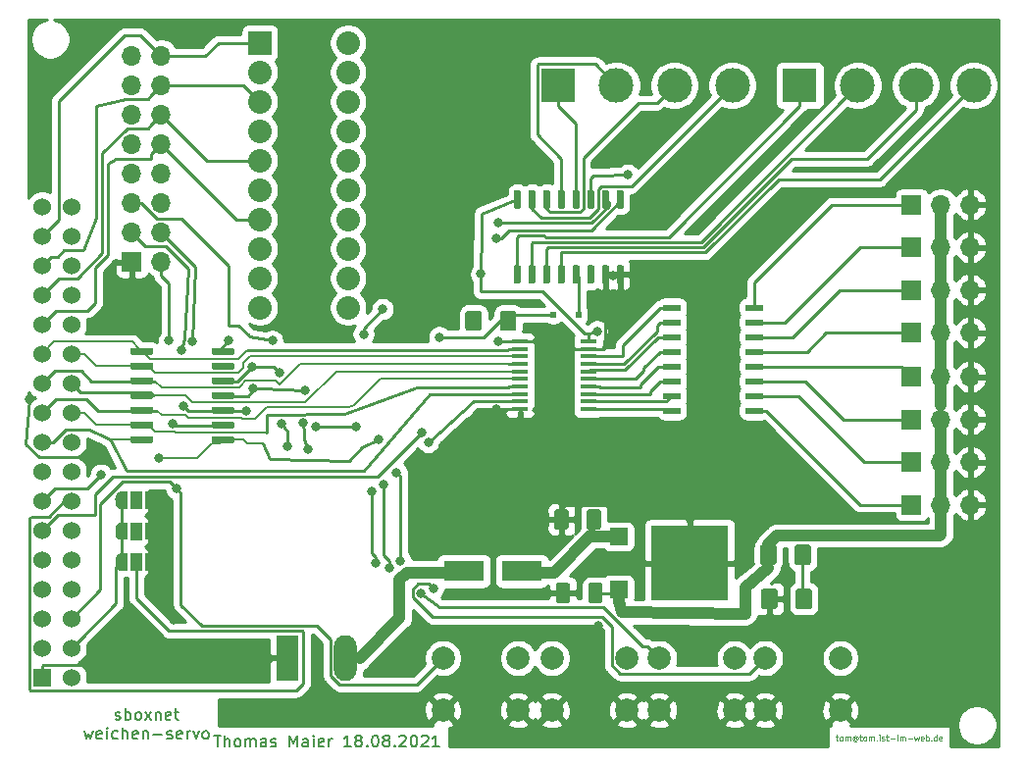
<source format=gbr>
%TF.GenerationSoftware,KiCad,Pcbnew,5.1.5+dfsg1-2build2*%
%TF.CreationDate,2021-08-22T09:56:49+02:00*%
%TF.ProjectId,sboxnet-weichenservo,73626f78-6e65-4742-9d77-65696368656e,rev?*%
%TF.SameCoordinates,Original*%
%TF.FileFunction,Copper,L1,Top*%
%TF.FilePolarity,Positive*%
%FSLAX46Y46*%
G04 Gerber Fmt 4.6, Leading zero omitted, Abs format (unit mm)*
G04 Created by KiCad (PCBNEW 5.1.5+dfsg1-2build2) date 2021-08-22 09:56:49*
%MOMM*%
%LPD*%
G04 APERTURE LIST*
%ADD10C,0.100000*%
%ADD11C,0.150000*%
%ADD12C,2.000000*%
%ADD13C,2.032000*%
%ADD14R,2.032000X2.032000*%
%ADD15O,1.700000X1.700000*%
%ADD16R,1.700000X1.700000*%
%ADD17R,1.450000X0.450000*%
%ADD18R,1.500000X0.600000*%
%ADD19R,0.500000X0.500000*%
%ADD20R,1.600000X1.500000*%
%ADD21R,6.700000X6.500000*%
%ADD22R,1.000000X1.500000*%
%ADD23C,3.000000*%
%ADD24R,3.000000X3.000000*%
%ADD25C,1.524000*%
%ADD26R,1.524000X1.524000*%
%ADD27O,1.980000X3.960000*%
%ADD28R,1.980000X3.960000*%
%ADD29R,3.500000X1.800000*%
%ADD30C,0.800000*%
%ADD31C,0.250000*%
%ADD32C,1.000000*%
%ADD33C,0.200000*%
%ADD34C,0.254000*%
G04 APERTURE END LIST*
D10*
X86804761Y-167992857D02*
X86995238Y-167992857D01*
X86876190Y-167826190D02*
X86876190Y-168254761D01*
X86900000Y-168302380D01*
X86947619Y-168326190D01*
X86995238Y-168326190D01*
X87233333Y-168326190D02*
X87185714Y-168302380D01*
X87161904Y-168278571D01*
X87138095Y-168230952D01*
X87138095Y-168088095D01*
X87161904Y-168040476D01*
X87185714Y-168016666D01*
X87233333Y-167992857D01*
X87304761Y-167992857D01*
X87352380Y-168016666D01*
X87376190Y-168040476D01*
X87400000Y-168088095D01*
X87400000Y-168230952D01*
X87376190Y-168278571D01*
X87352380Y-168302380D01*
X87304761Y-168326190D01*
X87233333Y-168326190D01*
X87614285Y-168326190D02*
X87614285Y-167992857D01*
X87614285Y-168040476D02*
X87638095Y-168016666D01*
X87685714Y-167992857D01*
X87757142Y-167992857D01*
X87804761Y-168016666D01*
X87828571Y-168064285D01*
X87828571Y-168326190D01*
X87828571Y-168064285D02*
X87852380Y-168016666D01*
X87900000Y-167992857D01*
X87971428Y-167992857D01*
X88019047Y-168016666D01*
X88042857Y-168064285D01*
X88042857Y-168326190D01*
X88590476Y-168088095D02*
X88566666Y-168064285D01*
X88519047Y-168040476D01*
X88471428Y-168040476D01*
X88423809Y-168064285D01*
X88400000Y-168088095D01*
X88376190Y-168135714D01*
X88376190Y-168183333D01*
X88400000Y-168230952D01*
X88423809Y-168254761D01*
X88471428Y-168278571D01*
X88519047Y-168278571D01*
X88566666Y-168254761D01*
X88590476Y-168230952D01*
X88590476Y-168040476D02*
X88590476Y-168230952D01*
X88614285Y-168254761D01*
X88638095Y-168254761D01*
X88685714Y-168230952D01*
X88709523Y-168183333D01*
X88709523Y-168064285D01*
X88661904Y-167992857D01*
X88590476Y-167945238D01*
X88495238Y-167921428D01*
X88400000Y-167945238D01*
X88328571Y-167992857D01*
X88280952Y-168064285D01*
X88257142Y-168159523D01*
X88280952Y-168254761D01*
X88328571Y-168326190D01*
X88400000Y-168373809D01*
X88495238Y-168397619D01*
X88590476Y-168373809D01*
X88661904Y-168326190D01*
X88852380Y-167992857D02*
X89042857Y-167992857D01*
X88923809Y-167826190D02*
X88923809Y-168254761D01*
X88947619Y-168302380D01*
X88995238Y-168326190D01*
X89042857Y-168326190D01*
X89280952Y-168326190D02*
X89233333Y-168302380D01*
X89209523Y-168278571D01*
X89185714Y-168230952D01*
X89185714Y-168088095D01*
X89209523Y-168040476D01*
X89233333Y-168016666D01*
X89280952Y-167992857D01*
X89352380Y-167992857D01*
X89400000Y-168016666D01*
X89423809Y-168040476D01*
X89447619Y-168088095D01*
X89447619Y-168230952D01*
X89423809Y-168278571D01*
X89400000Y-168302380D01*
X89352380Y-168326190D01*
X89280952Y-168326190D01*
X89661904Y-168326190D02*
X89661904Y-167992857D01*
X89661904Y-168040476D02*
X89685714Y-168016666D01*
X89733333Y-167992857D01*
X89804761Y-167992857D01*
X89852380Y-168016666D01*
X89876190Y-168064285D01*
X89876190Y-168326190D01*
X89876190Y-168064285D02*
X89900000Y-168016666D01*
X89947619Y-167992857D01*
X90019047Y-167992857D01*
X90066666Y-168016666D01*
X90090476Y-168064285D01*
X90090476Y-168326190D01*
X90328571Y-168278571D02*
X90352380Y-168302380D01*
X90328571Y-168326190D01*
X90304761Y-168302380D01*
X90328571Y-168278571D01*
X90328571Y-168326190D01*
X90566666Y-168326190D02*
X90566666Y-167992857D01*
X90566666Y-167826190D02*
X90542857Y-167850000D01*
X90566666Y-167873809D01*
X90590476Y-167850000D01*
X90566666Y-167826190D01*
X90566666Y-167873809D01*
X90780952Y-168302380D02*
X90828571Y-168326190D01*
X90923809Y-168326190D01*
X90971428Y-168302380D01*
X90995238Y-168254761D01*
X90995238Y-168230952D01*
X90971428Y-168183333D01*
X90923809Y-168159523D01*
X90852380Y-168159523D01*
X90804761Y-168135714D01*
X90780952Y-168088095D01*
X90780952Y-168064285D01*
X90804761Y-168016666D01*
X90852380Y-167992857D01*
X90923809Y-167992857D01*
X90971428Y-168016666D01*
X91138095Y-167992857D02*
X91328571Y-167992857D01*
X91209523Y-167826190D02*
X91209523Y-168254761D01*
X91233333Y-168302380D01*
X91280952Y-168326190D01*
X91328571Y-168326190D01*
X91495238Y-168135714D02*
X91876190Y-168135714D01*
X92114285Y-168326190D02*
X92114285Y-167992857D01*
X92114285Y-167826190D02*
X92090476Y-167850000D01*
X92114285Y-167873809D01*
X92138095Y-167850000D01*
X92114285Y-167826190D01*
X92114285Y-167873809D01*
X92352380Y-168326190D02*
X92352380Y-167992857D01*
X92352380Y-168040476D02*
X92376190Y-168016666D01*
X92423809Y-167992857D01*
X92495238Y-167992857D01*
X92542857Y-168016666D01*
X92566666Y-168064285D01*
X92566666Y-168326190D01*
X92566666Y-168064285D02*
X92590476Y-168016666D01*
X92638095Y-167992857D01*
X92709523Y-167992857D01*
X92757142Y-168016666D01*
X92780952Y-168064285D01*
X92780952Y-168326190D01*
X93019047Y-168135714D02*
X93400000Y-168135714D01*
X93590476Y-167992857D02*
X93685714Y-168326190D01*
X93780952Y-168088095D01*
X93876190Y-168326190D01*
X93971428Y-167992857D01*
X94352380Y-168302380D02*
X94304761Y-168326190D01*
X94209523Y-168326190D01*
X94161904Y-168302380D01*
X94138095Y-168254761D01*
X94138095Y-168064285D01*
X94161904Y-168016666D01*
X94209523Y-167992857D01*
X94304761Y-167992857D01*
X94352380Y-168016666D01*
X94376190Y-168064285D01*
X94376190Y-168111904D01*
X94138095Y-168159523D01*
X94590476Y-168326190D02*
X94590476Y-167826190D01*
X94590476Y-168016666D02*
X94638095Y-167992857D01*
X94733333Y-167992857D01*
X94780952Y-168016666D01*
X94804761Y-168040476D01*
X94828571Y-168088095D01*
X94828571Y-168230952D01*
X94804761Y-168278571D01*
X94780952Y-168302380D01*
X94733333Y-168326190D01*
X94638095Y-168326190D01*
X94590476Y-168302380D01*
X95042857Y-168278571D02*
X95066666Y-168302380D01*
X95042857Y-168326190D01*
X95019047Y-168302380D01*
X95042857Y-168278571D01*
X95042857Y-168326190D01*
X95495238Y-168326190D02*
X95495238Y-167826190D01*
X95495238Y-168302380D02*
X95447619Y-168326190D01*
X95352380Y-168326190D01*
X95304761Y-168302380D01*
X95280952Y-168278571D01*
X95257142Y-168230952D01*
X95257142Y-168088095D01*
X95280952Y-168040476D01*
X95304761Y-168016666D01*
X95352380Y-167992857D01*
X95447619Y-167992857D01*
X95495238Y-168016666D01*
X95923809Y-168302380D02*
X95876190Y-168326190D01*
X95780952Y-168326190D01*
X95733333Y-168302380D01*
X95709523Y-168254761D01*
X95709523Y-168064285D01*
X95733333Y-168016666D01*
X95780952Y-167992857D01*
X95876190Y-167992857D01*
X95923809Y-168016666D01*
X95947619Y-168064285D01*
X95947619Y-168111904D01*
X95709523Y-168159523D01*
D11*
X33138095Y-167852380D02*
X33709523Y-167852380D01*
X33423809Y-168852380D02*
X33423809Y-167852380D01*
X34042857Y-168852380D02*
X34042857Y-167852380D01*
X34471428Y-168852380D02*
X34471428Y-168328571D01*
X34423809Y-168233333D01*
X34328571Y-168185714D01*
X34185714Y-168185714D01*
X34090476Y-168233333D01*
X34042857Y-168280952D01*
X35090476Y-168852380D02*
X34995238Y-168804761D01*
X34947619Y-168757142D01*
X34900000Y-168661904D01*
X34900000Y-168376190D01*
X34947619Y-168280952D01*
X34995238Y-168233333D01*
X35090476Y-168185714D01*
X35233333Y-168185714D01*
X35328571Y-168233333D01*
X35376190Y-168280952D01*
X35423809Y-168376190D01*
X35423809Y-168661904D01*
X35376190Y-168757142D01*
X35328571Y-168804761D01*
X35233333Y-168852380D01*
X35090476Y-168852380D01*
X35852380Y-168852380D02*
X35852380Y-168185714D01*
X35852380Y-168280952D02*
X35900000Y-168233333D01*
X35995238Y-168185714D01*
X36138095Y-168185714D01*
X36233333Y-168233333D01*
X36280952Y-168328571D01*
X36280952Y-168852380D01*
X36280952Y-168328571D02*
X36328571Y-168233333D01*
X36423809Y-168185714D01*
X36566666Y-168185714D01*
X36661904Y-168233333D01*
X36709523Y-168328571D01*
X36709523Y-168852380D01*
X37614285Y-168852380D02*
X37614285Y-168328571D01*
X37566666Y-168233333D01*
X37471428Y-168185714D01*
X37280952Y-168185714D01*
X37185714Y-168233333D01*
X37614285Y-168804761D02*
X37519047Y-168852380D01*
X37280952Y-168852380D01*
X37185714Y-168804761D01*
X37138095Y-168709523D01*
X37138095Y-168614285D01*
X37185714Y-168519047D01*
X37280952Y-168471428D01*
X37519047Y-168471428D01*
X37614285Y-168423809D01*
X38042857Y-168804761D02*
X38138095Y-168852380D01*
X38328571Y-168852380D01*
X38423809Y-168804761D01*
X38471428Y-168709523D01*
X38471428Y-168661904D01*
X38423809Y-168566666D01*
X38328571Y-168519047D01*
X38185714Y-168519047D01*
X38090476Y-168471428D01*
X38042857Y-168376190D01*
X38042857Y-168328571D01*
X38090476Y-168233333D01*
X38185714Y-168185714D01*
X38328571Y-168185714D01*
X38423809Y-168233333D01*
X39661904Y-168852380D02*
X39661904Y-167852380D01*
X39995238Y-168566666D01*
X40328571Y-167852380D01*
X40328571Y-168852380D01*
X41233333Y-168852380D02*
X41233333Y-168328571D01*
X41185714Y-168233333D01*
X41090476Y-168185714D01*
X40900000Y-168185714D01*
X40804761Y-168233333D01*
X41233333Y-168804761D02*
X41138095Y-168852380D01*
X40900000Y-168852380D01*
X40804761Y-168804761D01*
X40757142Y-168709523D01*
X40757142Y-168614285D01*
X40804761Y-168519047D01*
X40900000Y-168471428D01*
X41138095Y-168471428D01*
X41233333Y-168423809D01*
X41709523Y-168852380D02*
X41709523Y-168185714D01*
X41709523Y-167852380D02*
X41661904Y-167900000D01*
X41709523Y-167947619D01*
X41757142Y-167900000D01*
X41709523Y-167852380D01*
X41709523Y-167947619D01*
X42566666Y-168804761D02*
X42471428Y-168852380D01*
X42280952Y-168852380D01*
X42185714Y-168804761D01*
X42138095Y-168709523D01*
X42138095Y-168328571D01*
X42185714Y-168233333D01*
X42280952Y-168185714D01*
X42471428Y-168185714D01*
X42566666Y-168233333D01*
X42614285Y-168328571D01*
X42614285Y-168423809D01*
X42138095Y-168519047D01*
X43042857Y-168852380D02*
X43042857Y-168185714D01*
X43042857Y-168376190D02*
X43090476Y-168280952D01*
X43138095Y-168233333D01*
X43233333Y-168185714D01*
X43328571Y-168185714D01*
X44947619Y-168852380D02*
X44376190Y-168852380D01*
X44661904Y-168852380D02*
X44661904Y-167852380D01*
X44566666Y-167995238D01*
X44471428Y-168090476D01*
X44376190Y-168138095D01*
X45519047Y-168280952D02*
X45423809Y-168233333D01*
X45376190Y-168185714D01*
X45328571Y-168090476D01*
X45328571Y-168042857D01*
X45376190Y-167947619D01*
X45423809Y-167900000D01*
X45519047Y-167852380D01*
X45709523Y-167852380D01*
X45804761Y-167900000D01*
X45852380Y-167947619D01*
X45899999Y-168042857D01*
X45899999Y-168090476D01*
X45852380Y-168185714D01*
X45804761Y-168233333D01*
X45709523Y-168280952D01*
X45519047Y-168280952D01*
X45423809Y-168328571D01*
X45376190Y-168376190D01*
X45328571Y-168471428D01*
X45328571Y-168661904D01*
X45376190Y-168757142D01*
X45423809Y-168804761D01*
X45519047Y-168852380D01*
X45709523Y-168852380D01*
X45804761Y-168804761D01*
X45852380Y-168757142D01*
X45899999Y-168661904D01*
X45899999Y-168471428D01*
X45852380Y-168376190D01*
X45804761Y-168328571D01*
X45709523Y-168280952D01*
X46328571Y-168757142D02*
X46376190Y-168804761D01*
X46328571Y-168852380D01*
X46280952Y-168804761D01*
X46328571Y-168757142D01*
X46328571Y-168852380D01*
X46995238Y-167852380D02*
X47090476Y-167852380D01*
X47185714Y-167900000D01*
X47233333Y-167947619D01*
X47280952Y-168042857D01*
X47328571Y-168233333D01*
X47328571Y-168471428D01*
X47280952Y-168661904D01*
X47233333Y-168757142D01*
X47185714Y-168804761D01*
X47090476Y-168852380D01*
X46995238Y-168852380D01*
X46899999Y-168804761D01*
X46852380Y-168757142D01*
X46804761Y-168661904D01*
X46757142Y-168471428D01*
X46757142Y-168233333D01*
X46804761Y-168042857D01*
X46852380Y-167947619D01*
X46899999Y-167900000D01*
X46995238Y-167852380D01*
X47899999Y-168280952D02*
X47804761Y-168233333D01*
X47757142Y-168185714D01*
X47709523Y-168090476D01*
X47709523Y-168042857D01*
X47757142Y-167947619D01*
X47804761Y-167900000D01*
X47899999Y-167852380D01*
X48090476Y-167852380D01*
X48185714Y-167900000D01*
X48233333Y-167947619D01*
X48280952Y-168042857D01*
X48280952Y-168090476D01*
X48233333Y-168185714D01*
X48185714Y-168233333D01*
X48090476Y-168280952D01*
X47899999Y-168280952D01*
X47804761Y-168328571D01*
X47757142Y-168376190D01*
X47709523Y-168471428D01*
X47709523Y-168661904D01*
X47757142Y-168757142D01*
X47804761Y-168804761D01*
X47899999Y-168852380D01*
X48090476Y-168852380D01*
X48185714Y-168804761D01*
X48233333Y-168757142D01*
X48280952Y-168661904D01*
X48280952Y-168471428D01*
X48233333Y-168376190D01*
X48185714Y-168328571D01*
X48090476Y-168280952D01*
X48709523Y-168757142D02*
X48757142Y-168804761D01*
X48709523Y-168852380D01*
X48661904Y-168804761D01*
X48709523Y-168757142D01*
X48709523Y-168852380D01*
X49138095Y-167947619D02*
X49185714Y-167900000D01*
X49280952Y-167852380D01*
X49519047Y-167852380D01*
X49614285Y-167900000D01*
X49661904Y-167947619D01*
X49709523Y-168042857D01*
X49709523Y-168138095D01*
X49661904Y-168280952D01*
X49090476Y-168852380D01*
X49709523Y-168852380D01*
X50328571Y-167852380D02*
X50423809Y-167852380D01*
X50519047Y-167900000D01*
X50566666Y-167947619D01*
X50614285Y-168042857D01*
X50661904Y-168233333D01*
X50661904Y-168471428D01*
X50614285Y-168661904D01*
X50566666Y-168757142D01*
X50519047Y-168804761D01*
X50423809Y-168852380D01*
X50328571Y-168852380D01*
X50233333Y-168804761D01*
X50185714Y-168757142D01*
X50138095Y-168661904D01*
X50090476Y-168471428D01*
X50090476Y-168233333D01*
X50138095Y-168042857D01*
X50185714Y-167947619D01*
X50233333Y-167900000D01*
X50328571Y-167852380D01*
X51042857Y-167947619D02*
X51090476Y-167900000D01*
X51185714Y-167852380D01*
X51423809Y-167852380D01*
X51519047Y-167900000D01*
X51566666Y-167947619D01*
X51614285Y-168042857D01*
X51614285Y-168138095D01*
X51566666Y-168280952D01*
X50995238Y-168852380D01*
X51614285Y-168852380D01*
X52566666Y-168852380D02*
X51995238Y-168852380D01*
X52280952Y-168852380D02*
X52280952Y-167852380D01*
X52185714Y-167995238D01*
X52090476Y-168090476D01*
X51995238Y-168138095D01*
X24609523Y-166479761D02*
X24704761Y-166527380D01*
X24895238Y-166527380D01*
X24990476Y-166479761D01*
X25038095Y-166384523D01*
X25038095Y-166336904D01*
X24990476Y-166241666D01*
X24895238Y-166194047D01*
X24752380Y-166194047D01*
X24657142Y-166146428D01*
X24609523Y-166051190D01*
X24609523Y-166003571D01*
X24657142Y-165908333D01*
X24752380Y-165860714D01*
X24895238Y-165860714D01*
X24990476Y-165908333D01*
X25466666Y-166527380D02*
X25466666Y-165527380D01*
X25466666Y-165908333D02*
X25561904Y-165860714D01*
X25752380Y-165860714D01*
X25847619Y-165908333D01*
X25895238Y-165955952D01*
X25942857Y-166051190D01*
X25942857Y-166336904D01*
X25895238Y-166432142D01*
X25847619Y-166479761D01*
X25752380Y-166527380D01*
X25561904Y-166527380D01*
X25466666Y-166479761D01*
X26514285Y-166527380D02*
X26419047Y-166479761D01*
X26371428Y-166432142D01*
X26323809Y-166336904D01*
X26323809Y-166051190D01*
X26371428Y-165955952D01*
X26419047Y-165908333D01*
X26514285Y-165860714D01*
X26657142Y-165860714D01*
X26752380Y-165908333D01*
X26800000Y-165955952D01*
X26847619Y-166051190D01*
X26847619Y-166336904D01*
X26800000Y-166432142D01*
X26752380Y-166479761D01*
X26657142Y-166527380D01*
X26514285Y-166527380D01*
X27180952Y-166527380D02*
X27704761Y-165860714D01*
X27180952Y-165860714D02*
X27704761Y-166527380D01*
X28085714Y-165860714D02*
X28085714Y-166527380D01*
X28085714Y-165955952D02*
X28133333Y-165908333D01*
X28228571Y-165860714D01*
X28371428Y-165860714D01*
X28466666Y-165908333D01*
X28514285Y-166003571D01*
X28514285Y-166527380D01*
X29371428Y-166479761D02*
X29276190Y-166527380D01*
X29085714Y-166527380D01*
X28990476Y-166479761D01*
X28942857Y-166384523D01*
X28942857Y-166003571D01*
X28990476Y-165908333D01*
X29085714Y-165860714D01*
X29276190Y-165860714D01*
X29371428Y-165908333D01*
X29419047Y-166003571D01*
X29419047Y-166098809D01*
X28942857Y-166194047D01*
X29704761Y-165860714D02*
X30085714Y-165860714D01*
X29847619Y-165527380D02*
X29847619Y-166384523D01*
X29895238Y-166479761D01*
X29990476Y-166527380D01*
X30085714Y-166527380D01*
X21895238Y-167510714D02*
X22085714Y-168177380D01*
X22276190Y-167701190D01*
X22466666Y-168177380D01*
X22657142Y-167510714D01*
X23419047Y-168129761D02*
X23323809Y-168177380D01*
X23133333Y-168177380D01*
X23038095Y-168129761D01*
X22990476Y-168034523D01*
X22990476Y-167653571D01*
X23038095Y-167558333D01*
X23133333Y-167510714D01*
X23323809Y-167510714D01*
X23419047Y-167558333D01*
X23466666Y-167653571D01*
X23466666Y-167748809D01*
X22990476Y-167844047D01*
X23895238Y-168177380D02*
X23895238Y-167510714D01*
X23895238Y-167177380D02*
X23847619Y-167225000D01*
X23895238Y-167272619D01*
X23942857Y-167225000D01*
X23895238Y-167177380D01*
X23895238Y-167272619D01*
X24800000Y-168129761D02*
X24704761Y-168177380D01*
X24514285Y-168177380D01*
X24419047Y-168129761D01*
X24371428Y-168082142D01*
X24323809Y-167986904D01*
X24323809Y-167701190D01*
X24371428Y-167605952D01*
X24419047Y-167558333D01*
X24514285Y-167510714D01*
X24704761Y-167510714D01*
X24800000Y-167558333D01*
X25228571Y-168177380D02*
X25228571Y-167177380D01*
X25657142Y-168177380D02*
X25657142Y-167653571D01*
X25609523Y-167558333D01*
X25514285Y-167510714D01*
X25371428Y-167510714D01*
X25276190Y-167558333D01*
X25228571Y-167605952D01*
X26514285Y-168129761D02*
X26419047Y-168177380D01*
X26228571Y-168177380D01*
X26133333Y-168129761D01*
X26085714Y-168034523D01*
X26085714Y-167653571D01*
X26133333Y-167558333D01*
X26228571Y-167510714D01*
X26419047Y-167510714D01*
X26514285Y-167558333D01*
X26561904Y-167653571D01*
X26561904Y-167748809D01*
X26085714Y-167844047D01*
X26990476Y-167510714D02*
X26990476Y-168177380D01*
X26990476Y-167605952D02*
X27038095Y-167558333D01*
X27133333Y-167510714D01*
X27276190Y-167510714D01*
X27371428Y-167558333D01*
X27419047Y-167653571D01*
X27419047Y-168177380D01*
X27895238Y-167796428D02*
X28657142Y-167796428D01*
X29085714Y-168129761D02*
X29180952Y-168177380D01*
X29371428Y-168177380D01*
X29466666Y-168129761D01*
X29514285Y-168034523D01*
X29514285Y-167986904D01*
X29466666Y-167891666D01*
X29371428Y-167844047D01*
X29228571Y-167844047D01*
X29133333Y-167796428D01*
X29085714Y-167701190D01*
X29085714Y-167653571D01*
X29133333Y-167558333D01*
X29228571Y-167510714D01*
X29371428Y-167510714D01*
X29466666Y-167558333D01*
X30323809Y-168129761D02*
X30228571Y-168177380D01*
X30038095Y-168177380D01*
X29942857Y-168129761D01*
X29895238Y-168034523D01*
X29895238Y-167653571D01*
X29942857Y-167558333D01*
X30038095Y-167510714D01*
X30228571Y-167510714D01*
X30323809Y-167558333D01*
X30371428Y-167653571D01*
X30371428Y-167748809D01*
X29895238Y-167844047D01*
X30800000Y-168177380D02*
X30800000Y-167510714D01*
X30800000Y-167701190D02*
X30847619Y-167605952D01*
X30895238Y-167558333D01*
X30990476Y-167510714D01*
X31085714Y-167510714D01*
X31323809Y-167510714D02*
X31561904Y-168177380D01*
X31800000Y-167510714D01*
X32323809Y-168177380D02*
X32228571Y-168129761D01*
X32180952Y-168082142D01*
X32133333Y-167986904D01*
X32133333Y-167701190D01*
X32180952Y-167605952D01*
X32228571Y-167558333D01*
X32323809Y-167510714D01*
X32466666Y-167510714D01*
X32561904Y-167558333D01*
X32609523Y-167605952D01*
X32657142Y-167701190D01*
X32657142Y-167986904D01*
X32609523Y-168082142D01*
X32561904Y-168129761D01*
X32466666Y-168177380D01*
X32323809Y-168177380D01*
%TA.AperFunction,SMDPad,CuDef*%
D10*
G36*
X34723303Y-134409622D02*
G01*
X34737864Y-134411782D01*
X34752143Y-134415359D01*
X34766003Y-134420318D01*
X34779310Y-134426612D01*
X34791936Y-134434180D01*
X34803759Y-134442948D01*
X34814666Y-134452834D01*
X34824552Y-134463741D01*
X34833320Y-134475564D01*
X34840888Y-134488190D01*
X34847182Y-134501497D01*
X34852141Y-134515357D01*
X34855718Y-134529636D01*
X34857878Y-134544197D01*
X34858600Y-134558900D01*
X34858600Y-134858900D01*
X34857878Y-134873603D01*
X34855718Y-134888164D01*
X34852141Y-134902443D01*
X34847182Y-134916303D01*
X34840888Y-134929610D01*
X34833320Y-134942236D01*
X34824552Y-134954059D01*
X34814666Y-134964966D01*
X34803759Y-134974852D01*
X34791936Y-134983620D01*
X34779310Y-134991188D01*
X34766003Y-134997482D01*
X34752143Y-135002441D01*
X34737864Y-135006018D01*
X34723303Y-135008178D01*
X34708600Y-135008900D01*
X33058600Y-135008900D01*
X33043897Y-135008178D01*
X33029336Y-135006018D01*
X33015057Y-135002441D01*
X33001197Y-134997482D01*
X32987890Y-134991188D01*
X32975264Y-134983620D01*
X32963441Y-134974852D01*
X32952534Y-134964966D01*
X32942648Y-134954059D01*
X32933880Y-134942236D01*
X32926312Y-134929610D01*
X32920018Y-134916303D01*
X32915059Y-134902443D01*
X32911482Y-134888164D01*
X32909322Y-134873603D01*
X32908600Y-134858900D01*
X32908600Y-134558900D01*
X32909322Y-134544197D01*
X32911482Y-134529636D01*
X32915059Y-134515357D01*
X32920018Y-134501497D01*
X32926312Y-134488190D01*
X32933880Y-134475564D01*
X32942648Y-134463741D01*
X32952534Y-134452834D01*
X32963441Y-134442948D01*
X32975264Y-134434180D01*
X32987890Y-134426612D01*
X33001197Y-134420318D01*
X33015057Y-134415359D01*
X33029336Y-134411782D01*
X33043897Y-134409622D01*
X33058600Y-134408900D01*
X34708600Y-134408900D01*
X34723303Y-134409622D01*
G37*
%TD.AperFunction*%
%TA.AperFunction,SMDPad,CuDef*%
G36*
X34723303Y-135679622D02*
G01*
X34737864Y-135681782D01*
X34752143Y-135685359D01*
X34766003Y-135690318D01*
X34779310Y-135696612D01*
X34791936Y-135704180D01*
X34803759Y-135712948D01*
X34814666Y-135722834D01*
X34824552Y-135733741D01*
X34833320Y-135745564D01*
X34840888Y-135758190D01*
X34847182Y-135771497D01*
X34852141Y-135785357D01*
X34855718Y-135799636D01*
X34857878Y-135814197D01*
X34858600Y-135828900D01*
X34858600Y-136128900D01*
X34857878Y-136143603D01*
X34855718Y-136158164D01*
X34852141Y-136172443D01*
X34847182Y-136186303D01*
X34840888Y-136199610D01*
X34833320Y-136212236D01*
X34824552Y-136224059D01*
X34814666Y-136234966D01*
X34803759Y-136244852D01*
X34791936Y-136253620D01*
X34779310Y-136261188D01*
X34766003Y-136267482D01*
X34752143Y-136272441D01*
X34737864Y-136276018D01*
X34723303Y-136278178D01*
X34708600Y-136278900D01*
X33058600Y-136278900D01*
X33043897Y-136278178D01*
X33029336Y-136276018D01*
X33015057Y-136272441D01*
X33001197Y-136267482D01*
X32987890Y-136261188D01*
X32975264Y-136253620D01*
X32963441Y-136244852D01*
X32952534Y-136234966D01*
X32942648Y-136224059D01*
X32933880Y-136212236D01*
X32926312Y-136199610D01*
X32920018Y-136186303D01*
X32915059Y-136172443D01*
X32911482Y-136158164D01*
X32909322Y-136143603D01*
X32908600Y-136128900D01*
X32908600Y-135828900D01*
X32909322Y-135814197D01*
X32911482Y-135799636D01*
X32915059Y-135785357D01*
X32920018Y-135771497D01*
X32926312Y-135758190D01*
X32933880Y-135745564D01*
X32942648Y-135733741D01*
X32952534Y-135722834D01*
X32963441Y-135712948D01*
X32975264Y-135704180D01*
X32987890Y-135696612D01*
X33001197Y-135690318D01*
X33015057Y-135685359D01*
X33029336Y-135681782D01*
X33043897Y-135679622D01*
X33058600Y-135678900D01*
X34708600Y-135678900D01*
X34723303Y-135679622D01*
G37*
%TD.AperFunction*%
%TA.AperFunction,SMDPad,CuDef*%
G36*
X34723303Y-136949622D02*
G01*
X34737864Y-136951782D01*
X34752143Y-136955359D01*
X34766003Y-136960318D01*
X34779310Y-136966612D01*
X34791936Y-136974180D01*
X34803759Y-136982948D01*
X34814666Y-136992834D01*
X34824552Y-137003741D01*
X34833320Y-137015564D01*
X34840888Y-137028190D01*
X34847182Y-137041497D01*
X34852141Y-137055357D01*
X34855718Y-137069636D01*
X34857878Y-137084197D01*
X34858600Y-137098900D01*
X34858600Y-137398900D01*
X34857878Y-137413603D01*
X34855718Y-137428164D01*
X34852141Y-137442443D01*
X34847182Y-137456303D01*
X34840888Y-137469610D01*
X34833320Y-137482236D01*
X34824552Y-137494059D01*
X34814666Y-137504966D01*
X34803759Y-137514852D01*
X34791936Y-137523620D01*
X34779310Y-137531188D01*
X34766003Y-137537482D01*
X34752143Y-137542441D01*
X34737864Y-137546018D01*
X34723303Y-137548178D01*
X34708600Y-137548900D01*
X33058600Y-137548900D01*
X33043897Y-137548178D01*
X33029336Y-137546018D01*
X33015057Y-137542441D01*
X33001197Y-137537482D01*
X32987890Y-137531188D01*
X32975264Y-137523620D01*
X32963441Y-137514852D01*
X32952534Y-137504966D01*
X32942648Y-137494059D01*
X32933880Y-137482236D01*
X32926312Y-137469610D01*
X32920018Y-137456303D01*
X32915059Y-137442443D01*
X32911482Y-137428164D01*
X32909322Y-137413603D01*
X32908600Y-137398900D01*
X32908600Y-137098900D01*
X32909322Y-137084197D01*
X32911482Y-137069636D01*
X32915059Y-137055357D01*
X32920018Y-137041497D01*
X32926312Y-137028190D01*
X32933880Y-137015564D01*
X32942648Y-137003741D01*
X32952534Y-136992834D01*
X32963441Y-136982948D01*
X32975264Y-136974180D01*
X32987890Y-136966612D01*
X33001197Y-136960318D01*
X33015057Y-136955359D01*
X33029336Y-136951782D01*
X33043897Y-136949622D01*
X33058600Y-136948900D01*
X34708600Y-136948900D01*
X34723303Y-136949622D01*
G37*
%TD.AperFunction*%
%TA.AperFunction,SMDPad,CuDef*%
G36*
X34723303Y-138219622D02*
G01*
X34737864Y-138221782D01*
X34752143Y-138225359D01*
X34766003Y-138230318D01*
X34779310Y-138236612D01*
X34791936Y-138244180D01*
X34803759Y-138252948D01*
X34814666Y-138262834D01*
X34824552Y-138273741D01*
X34833320Y-138285564D01*
X34840888Y-138298190D01*
X34847182Y-138311497D01*
X34852141Y-138325357D01*
X34855718Y-138339636D01*
X34857878Y-138354197D01*
X34858600Y-138368900D01*
X34858600Y-138668900D01*
X34857878Y-138683603D01*
X34855718Y-138698164D01*
X34852141Y-138712443D01*
X34847182Y-138726303D01*
X34840888Y-138739610D01*
X34833320Y-138752236D01*
X34824552Y-138764059D01*
X34814666Y-138774966D01*
X34803759Y-138784852D01*
X34791936Y-138793620D01*
X34779310Y-138801188D01*
X34766003Y-138807482D01*
X34752143Y-138812441D01*
X34737864Y-138816018D01*
X34723303Y-138818178D01*
X34708600Y-138818900D01*
X33058600Y-138818900D01*
X33043897Y-138818178D01*
X33029336Y-138816018D01*
X33015057Y-138812441D01*
X33001197Y-138807482D01*
X32987890Y-138801188D01*
X32975264Y-138793620D01*
X32963441Y-138784852D01*
X32952534Y-138774966D01*
X32942648Y-138764059D01*
X32933880Y-138752236D01*
X32926312Y-138739610D01*
X32920018Y-138726303D01*
X32915059Y-138712443D01*
X32911482Y-138698164D01*
X32909322Y-138683603D01*
X32908600Y-138668900D01*
X32908600Y-138368900D01*
X32909322Y-138354197D01*
X32911482Y-138339636D01*
X32915059Y-138325357D01*
X32920018Y-138311497D01*
X32926312Y-138298190D01*
X32933880Y-138285564D01*
X32942648Y-138273741D01*
X32952534Y-138262834D01*
X32963441Y-138252948D01*
X32975264Y-138244180D01*
X32987890Y-138236612D01*
X33001197Y-138230318D01*
X33015057Y-138225359D01*
X33029336Y-138221782D01*
X33043897Y-138219622D01*
X33058600Y-138218900D01*
X34708600Y-138218900D01*
X34723303Y-138219622D01*
G37*
%TD.AperFunction*%
%TA.AperFunction,SMDPad,CuDef*%
G36*
X34723303Y-139489622D02*
G01*
X34737864Y-139491782D01*
X34752143Y-139495359D01*
X34766003Y-139500318D01*
X34779310Y-139506612D01*
X34791936Y-139514180D01*
X34803759Y-139522948D01*
X34814666Y-139532834D01*
X34824552Y-139543741D01*
X34833320Y-139555564D01*
X34840888Y-139568190D01*
X34847182Y-139581497D01*
X34852141Y-139595357D01*
X34855718Y-139609636D01*
X34857878Y-139624197D01*
X34858600Y-139638900D01*
X34858600Y-139938900D01*
X34857878Y-139953603D01*
X34855718Y-139968164D01*
X34852141Y-139982443D01*
X34847182Y-139996303D01*
X34840888Y-140009610D01*
X34833320Y-140022236D01*
X34824552Y-140034059D01*
X34814666Y-140044966D01*
X34803759Y-140054852D01*
X34791936Y-140063620D01*
X34779310Y-140071188D01*
X34766003Y-140077482D01*
X34752143Y-140082441D01*
X34737864Y-140086018D01*
X34723303Y-140088178D01*
X34708600Y-140088900D01*
X33058600Y-140088900D01*
X33043897Y-140088178D01*
X33029336Y-140086018D01*
X33015057Y-140082441D01*
X33001197Y-140077482D01*
X32987890Y-140071188D01*
X32975264Y-140063620D01*
X32963441Y-140054852D01*
X32952534Y-140044966D01*
X32942648Y-140034059D01*
X32933880Y-140022236D01*
X32926312Y-140009610D01*
X32920018Y-139996303D01*
X32915059Y-139982443D01*
X32911482Y-139968164D01*
X32909322Y-139953603D01*
X32908600Y-139938900D01*
X32908600Y-139638900D01*
X32909322Y-139624197D01*
X32911482Y-139609636D01*
X32915059Y-139595357D01*
X32920018Y-139581497D01*
X32926312Y-139568190D01*
X32933880Y-139555564D01*
X32942648Y-139543741D01*
X32952534Y-139532834D01*
X32963441Y-139522948D01*
X32975264Y-139514180D01*
X32987890Y-139506612D01*
X33001197Y-139500318D01*
X33015057Y-139495359D01*
X33029336Y-139491782D01*
X33043897Y-139489622D01*
X33058600Y-139488900D01*
X34708600Y-139488900D01*
X34723303Y-139489622D01*
G37*
%TD.AperFunction*%
%TA.AperFunction,SMDPad,CuDef*%
G36*
X34723303Y-140759622D02*
G01*
X34737864Y-140761782D01*
X34752143Y-140765359D01*
X34766003Y-140770318D01*
X34779310Y-140776612D01*
X34791936Y-140784180D01*
X34803759Y-140792948D01*
X34814666Y-140802834D01*
X34824552Y-140813741D01*
X34833320Y-140825564D01*
X34840888Y-140838190D01*
X34847182Y-140851497D01*
X34852141Y-140865357D01*
X34855718Y-140879636D01*
X34857878Y-140894197D01*
X34858600Y-140908900D01*
X34858600Y-141208900D01*
X34857878Y-141223603D01*
X34855718Y-141238164D01*
X34852141Y-141252443D01*
X34847182Y-141266303D01*
X34840888Y-141279610D01*
X34833320Y-141292236D01*
X34824552Y-141304059D01*
X34814666Y-141314966D01*
X34803759Y-141324852D01*
X34791936Y-141333620D01*
X34779310Y-141341188D01*
X34766003Y-141347482D01*
X34752143Y-141352441D01*
X34737864Y-141356018D01*
X34723303Y-141358178D01*
X34708600Y-141358900D01*
X33058600Y-141358900D01*
X33043897Y-141358178D01*
X33029336Y-141356018D01*
X33015057Y-141352441D01*
X33001197Y-141347482D01*
X32987890Y-141341188D01*
X32975264Y-141333620D01*
X32963441Y-141324852D01*
X32952534Y-141314966D01*
X32942648Y-141304059D01*
X32933880Y-141292236D01*
X32926312Y-141279610D01*
X32920018Y-141266303D01*
X32915059Y-141252443D01*
X32911482Y-141238164D01*
X32909322Y-141223603D01*
X32908600Y-141208900D01*
X32908600Y-140908900D01*
X32909322Y-140894197D01*
X32911482Y-140879636D01*
X32915059Y-140865357D01*
X32920018Y-140851497D01*
X32926312Y-140838190D01*
X32933880Y-140825564D01*
X32942648Y-140813741D01*
X32952534Y-140802834D01*
X32963441Y-140792948D01*
X32975264Y-140784180D01*
X32987890Y-140776612D01*
X33001197Y-140770318D01*
X33015057Y-140765359D01*
X33029336Y-140761782D01*
X33043897Y-140759622D01*
X33058600Y-140758900D01*
X34708600Y-140758900D01*
X34723303Y-140759622D01*
G37*
%TD.AperFunction*%
%TA.AperFunction,SMDPad,CuDef*%
G36*
X34723303Y-142029622D02*
G01*
X34737864Y-142031782D01*
X34752143Y-142035359D01*
X34766003Y-142040318D01*
X34779310Y-142046612D01*
X34791936Y-142054180D01*
X34803759Y-142062948D01*
X34814666Y-142072834D01*
X34824552Y-142083741D01*
X34833320Y-142095564D01*
X34840888Y-142108190D01*
X34847182Y-142121497D01*
X34852141Y-142135357D01*
X34855718Y-142149636D01*
X34857878Y-142164197D01*
X34858600Y-142178900D01*
X34858600Y-142478900D01*
X34857878Y-142493603D01*
X34855718Y-142508164D01*
X34852141Y-142522443D01*
X34847182Y-142536303D01*
X34840888Y-142549610D01*
X34833320Y-142562236D01*
X34824552Y-142574059D01*
X34814666Y-142584966D01*
X34803759Y-142594852D01*
X34791936Y-142603620D01*
X34779310Y-142611188D01*
X34766003Y-142617482D01*
X34752143Y-142622441D01*
X34737864Y-142626018D01*
X34723303Y-142628178D01*
X34708600Y-142628900D01*
X33058600Y-142628900D01*
X33043897Y-142628178D01*
X33029336Y-142626018D01*
X33015057Y-142622441D01*
X33001197Y-142617482D01*
X32987890Y-142611188D01*
X32975264Y-142603620D01*
X32963441Y-142594852D01*
X32952534Y-142584966D01*
X32942648Y-142574059D01*
X32933880Y-142562236D01*
X32926312Y-142549610D01*
X32920018Y-142536303D01*
X32915059Y-142522443D01*
X32911482Y-142508164D01*
X32909322Y-142493603D01*
X32908600Y-142478900D01*
X32908600Y-142178900D01*
X32909322Y-142164197D01*
X32911482Y-142149636D01*
X32915059Y-142135357D01*
X32920018Y-142121497D01*
X32926312Y-142108190D01*
X32933880Y-142095564D01*
X32942648Y-142083741D01*
X32952534Y-142072834D01*
X32963441Y-142062948D01*
X32975264Y-142054180D01*
X32987890Y-142046612D01*
X33001197Y-142040318D01*
X33015057Y-142035359D01*
X33029336Y-142031782D01*
X33043897Y-142029622D01*
X33058600Y-142028900D01*
X34708600Y-142028900D01*
X34723303Y-142029622D01*
G37*
%TD.AperFunction*%
%TA.AperFunction,SMDPad,CuDef*%
G36*
X27738303Y-142029622D02*
G01*
X27752864Y-142031782D01*
X27767143Y-142035359D01*
X27781003Y-142040318D01*
X27794310Y-142046612D01*
X27806936Y-142054180D01*
X27818759Y-142062948D01*
X27829666Y-142072834D01*
X27839552Y-142083741D01*
X27848320Y-142095564D01*
X27855888Y-142108190D01*
X27862182Y-142121497D01*
X27867141Y-142135357D01*
X27870718Y-142149636D01*
X27872878Y-142164197D01*
X27873600Y-142178900D01*
X27873600Y-142478900D01*
X27872878Y-142493603D01*
X27870718Y-142508164D01*
X27867141Y-142522443D01*
X27862182Y-142536303D01*
X27855888Y-142549610D01*
X27848320Y-142562236D01*
X27839552Y-142574059D01*
X27829666Y-142584966D01*
X27818759Y-142594852D01*
X27806936Y-142603620D01*
X27794310Y-142611188D01*
X27781003Y-142617482D01*
X27767143Y-142622441D01*
X27752864Y-142626018D01*
X27738303Y-142628178D01*
X27723600Y-142628900D01*
X26073600Y-142628900D01*
X26058897Y-142628178D01*
X26044336Y-142626018D01*
X26030057Y-142622441D01*
X26016197Y-142617482D01*
X26002890Y-142611188D01*
X25990264Y-142603620D01*
X25978441Y-142594852D01*
X25967534Y-142584966D01*
X25957648Y-142574059D01*
X25948880Y-142562236D01*
X25941312Y-142549610D01*
X25935018Y-142536303D01*
X25930059Y-142522443D01*
X25926482Y-142508164D01*
X25924322Y-142493603D01*
X25923600Y-142478900D01*
X25923600Y-142178900D01*
X25924322Y-142164197D01*
X25926482Y-142149636D01*
X25930059Y-142135357D01*
X25935018Y-142121497D01*
X25941312Y-142108190D01*
X25948880Y-142095564D01*
X25957648Y-142083741D01*
X25967534Y-142072834D01*
X25978441Y-142062948D01*
X25990264Y-142054180D01*
X26002890Y-142046612D01*
X26016197Y-142040318D01*
X26030057Y-142035359D01*
X26044336Y-142031782D01*
X26058897Y-142029622D01*
X26073600Y-142028900D01*
X27723600Y-142028900D01*
X27738303Y-142029622D01*
G37*
%TD.AperFunction*%
%TA.AperFunction,SMDPad,CuDef*%
G36*
X27738303Y-140759622D02*
G01*
X27752864Y-140761782D01*
X27767143Y-140765359D01*
X27781003Y-140770318D01*
X27794310Y-140776612D01*
X27806936Y-140784180D01*
X27818759Y-140792948D01*
X27829666Y-140802834D01*
X27839552Y-140813741D01*
X27848320Y-140825564D01*
X27855888Y-140838190D01*
X27862182Y-140851497D01*
X27867141Y-140865357D01*
X27870718Y-140879636D01*
X27872878Y-140894197D01*
X27873600Y-140908900D01*
X27873600Y-141208900D01*
X27872878Y-141223603D01*
X27870718Y-141238164D01*
X27867141Y-141252443D01*
X27862182Y-141266303D01*
X27855888Y-141279610D01*
X27848320Y-141292236D01*
X27839552Y-141304059D01*
X27829666Y-141314966D01*
X27818759Y-141324852D01*
X27806936Y-141333620D01*
X27794310Y-141341188D01*
X27781003Y-141347482D01*
X27767143Y-141352441D01*
X27752864Y-141356018D01*
X27738303Y-141358178D01*
X27723600Y-141358900D01*
X26073600Y-141358900D01*
X26058897Y-141358178D01*
X26044336Y-141356018D01*
X26030057Y-141352441D01*
X26016197Y-141347482D01*
X26002890Y-141341188D01*
X25990264Y-141333620D01*
X25978441Y-141324852D01*
X25967534Y-141314966D01*
X25957648Y-141304059D01*
X25948880Y-141292236D01*
X25941312Y-141279610D01*
X25935018Y-141266303D01*
X25930059Y-141252443D01*
X25926482Y-141238164D01*
X25924322Y-141223603D01*
X25923600Y-141208900D01*
X25923600Y-140908900D01*
X25924322Y-140894197D01*
X25926482Y-140879636D01*
X25930059Y-140865357D01*
X25935018Y-140851497D01*
X25941312Y-140838190D01*
X25948880Y-140825564D01*
X25957648Y-140813741D01*
X25967534Y-140802834D01*
X25978441Y-140792948D01*
X25990264Y-140784180D01*
X26002890Y-140776612D01*
X26016197Y-140770318D01*
X26030057Y-140765359D01*
X26044336Y-140761782D01*
X26058897Y-140759622D01*
X26073600Y-140758900D01*
X27723600Y-140758900D01*
X27738303Y-140759622D01*
G37*
%TD.AperFunction*%
%TA.AperFunction,SMDPad,CuDef*%
G36*
X27738303Y-139489622D02*
G01*
X27752864Y-139491782D01*
X27767143Y-139495359D01*
X27781003Y-139500318D01*
X27794310Y-139506612D01*
X27806936Y-139514180D01*
X27818759Y-139522948D01*
X27829666Y-139532834D01*
X27839552Y-139543741D01*
X27848320Y-139555564D01*
X27855888Y-139568190D01*
X27862182Y-139581497D01*
X27867141Y-139595357D01*
X27870718Y-139609636D01*
X27872878Y-139624197D01*
X27873600Y-139638900D01*
X27873600Y-139938900D01*
X27872878Y-139953603D01*
X27870718Y-139968164D01*
X27867141Y-139982443D01*
X27862182Y-139996303D01*
X27855888Y-140009610D01*
X27848320Y-140022236D01*
X27839552Y-140034059D01*
X27829666Y-140044966D01*
X27818759Y-140054852D01*
X27806936Y-140063620D01*
X27794310Y-140071188D01*
X27781003Y-140077482D01*
X27767143Y-140082441D01*
X27752864Y-140086018D01*
X27738303Y-140088178D01*
X27723600Y-140088900D01*
X26073600Y-140088900D01*
X26058897Y-140088178D01*
X26044336Y-140086018D01*
X26030057Y-140082441D01*
X26016197Y-140077482D01*
X26002890Y-140071188D01*
X25990264Y-140063620D01*
X25978441Y-140054852D01*
X25967534Y-140044966D01*
X25957648Y-140034059D01*
X25948880Y-140022236D01*
X25941312Y-140009610D01*
X25935018Y-139996303D01*
X25930059Y-139982443D01*
X25926482Y-139968164D01*
X25924322Y-139953603D01*
X25923600Y-139938900D01*
X25923600Y-139638900D01*
X25924322Y-139624197D01*
X25926482Y-139609636D01*
X25930059Y-139595357D01*
X25935018Y-139581497D01*
X25941312Y-139568190D01*
X25948880Y-139555564D01*
X25957648Y-139543741D01*
X25967534Y-139532834D01*
X25978441Y-139522948D01*
X25990264Y-139514180D01*
X26002890Y-139506612D01*
X26016197Y-139500318D01*
X26030057Y-139495359D01*
X26044336Y-139491782D01*
X26058897Y-139489622D01*
X26073600Y-139488900D01*
X27723600Y-139488900D01*
X27738303Y-139489622D01*
G37*
%TD.AperFunction*%
%TA.AperFunction,SMDPad,CuDef*%
G36*
X27738303Y-138219622D02*
G01*
X27752864Y-138221782D01*
X27767143Y-138225359D01*
X27781003Y-138230318D01*
X27794310Y-138236612D01*
X27806936Y-138244180D01*
X27818759Y-138252948D01*
X27829666Y-138262834D01*
X27839552Y-138273741D01*
X27848320Y-138285564D01*
X27855888Y-138298190D01*
X27862182Y-138311497D01*
X27867141Y-138325357D01*
X27870718Y-138339636D01*
X27872878Y-138354197D01*
X27873600Y-138368900D01*
X27873600Y-138668900D01*
X27872878Y-138683603D01*
X27870718Y-138698164D01*
X27867141Y-138712443D01*
X27862182Y-138726303D01*
X27855888Y-138739610D01*
X27848320Y-138752236D01*
X27839552Y-138764059D01*
X27829666Y-138774966D01*
X27818759Y-138784852D01*
X27806936Y-138793620D01*
X27794310Y-138801188D01*
X27781003Y-138807482D01*
X27767143Y-138812441D01*
X27752864Y-138816018D01*
X27738303Y-138818178D01*
X27723600Y-138818900D01*
X26073600Y-138818900D01*
X26058897Y-138818178D01*
X26044336Y-138816018D01*
X26030057Y-138812441D01*
X26016197Y-138807482D01*
X26002890Y-138801188D01*
X25990264Y-138793620D01*
X25978441Y-138784852D01*
X25967534Y-138774966D01*
X25957648Y-138764059D01*
X25948880Y-138752236D01*
X25941312Y-138739610D01*
X25935018Y-138726303D01*
X25930059Y-138712443D01*
X25926482Y-138698164D01*
X25924322Y-138683603D01*
X25923600Y-138668900D01*
X25923600Y-138368900D01*
X25924322Y-138354197D01*
X25926482Y-138339636D01*
X25930059Y-138325357D01*
X25935018Y-138311497D01*
X25941312Y-138298190D01*
X25948880Y-138285564D01*
X25957648Y-138273741D01*
X25967534Y-138262834D01*
X25978441Y-138252948D01*
X25990264Y-138244180D01*
X26002890Y-138236612D01*
X26016197Y-138230318D01*
X26030057Y-138225359D01*
X26044336Y-138221782D01*
X26058897Y-138219622D01*
X26073600Y-138218900D01*
X27723600Y-138218900D01*
X27738303Y-138219622D01*
G37*
%TD.AperFunction*%
%TA.AperFunction,SMDPad,CuDef*%
G36*
X27738303Y-136949622D02*
G01*
X27752864Y-136951782D01*
X27767143Y-136955359D01*
X27781003Y-136960318D01*
X27794310Y-136966612D01*
X27806936Y-136974180D01*
X27818759Y-136982948D01*
X27829666Y-136992834D01*
X27839552Y-137003741D01*
X27848320Y-137015564D01*
X27855888Y-137028190D01*
X27862182Y-137041497D01*
X27867141Y-137055357D01*
X27870718Y-137069636D01*
X27872878Y-137084197D01*
X27873600Y-137098900D01*
X27873600Y-137398900D01*
X27872878Y-137413603D01*
X27870718Y-137428164D01*
X27867141Y-137442443D01*
X27862182Y-137456303D01*
X27855888Y-137469610D01*
X27848320Y-137482236D01*
X27839552Y-137494059D01*
X27829666Y-137504966D01*
X27818759Y-137514852D01*
X27806936Y-137523620D01*
X27794310Y-137531188D01*
X27781003Y-137537482D01*
X27767143Y-137542441D01*
X27752864Y-137546018D01*
X27738303Y-137548178D01*
X27723600Y-137548900D01*
X26073600Y-137548900D01*
X26058897Y-137548178D01*
X26044336Y-137546018D01*
X26030057Y-137542441D01*
X26016197Y-137537482D01*
X26002890Y-137531188D01*
X25990264Y-137523620D01*
X25978441Y-137514852D01*
X25967534Y-137504966D01*
X25957648Y-137494059D01*
X25948880Y-137482236D01*
X25941312Y-137469610D01*
X25935018Y-137456303D01*
X25930059Y-137442443D01*
X25926482Y-137428164D01*
X25924322Y-137413603D01*
X25923600Y-137398900D01*
X25923600Y-137098900D01*
X25924322Y-137084197D01*
X25926482Y-137069636D01*
X25930059Y-137055357D01*
X25935018Y-137041497D01*
X25941312Y-137028190D01*
X25948880Y-137015564D01*
X25957648Y-137003741D01*
X25967534Y-136992834D01*
X25978441Y-136982948D01*
X25990264Y-136974180D01*
X26002890Y-136966612D01*
X26016197Y-136960318D01*
X26030057Y-136955359D01*
X26044336Y-136951782D01*
X26058897Y-136949622D01*
X26073600Y-136948900D01*
X27723600Y-136948900D01*
X27738303Y-136949622D01*
G37*
%TD.AperFunction*%
%TA.AperFunction,SMDPad,CuDef*%
G36*
X27738303Y-135679622D02*
G01*
X27752864Y-135681782D01*
X27767143Y-135685359D01*
X27781003Y-135690318D01*
X27794310Y-135696612D01*
X27806936Y-135704180D01*
X27818759Y-135712948D01*
X27829666Y-135722834D01*
X27839552Y-135733741D01*
X27848320Y-135745564D01*
X27855888Y-135758190D01*
X27862182Y-135771497D01*
X27867141Y-135785357D01*
X27870718Y-135799636D01*
X27872878Y-135814197D01*
X27873600Y-135828900D01*
X27873600Y-136128900D01*
X27872878Y-136143603D01*
X27870718Y-136158164D01*
X27867141Y-136172443D01*
X27862182Y-136186303D01*
X27855888Y-136199610D01*
X27848320Y-136212236D01*
X27839552Y-136224059D01*
X27829666Y-136234966D01*
X27818759Y-136244852D01*
X27806936Y-136253620D01*
X27794310Y-136261188D01*
X27781003Y-136267482D01*
X27767143Y-136272441D01*
X27752864Y-136276018D01*
X27738303Y-136278178D01*
X27723600Y-136278900D01*
X26073600Y-136278900D01*
X26058897Y-136278178D01*
X26044336Y-136276018D01*
X26030057Y-136272441D01*
X26016197Y-136267482D01*
X26002890Y-136261188D01*
X25990264Y-136253620D01*
X25978441Y-136244852D01*
X25967534Y-136234966D01*
X25957648Y-136224059D01*
X25948880Y-136212236D01*
X25941312Y-136199610D01*
X25935018Y-136186303D01*
X25930059Y-136172443D01*
X25926482Y-136158164D01*
X25924322Y-136143603D01*
X25923600Y-136128900D01*
X25923600Y-135828900D01*
X25924322Y-135814197D01*
X25926482Y-135799636D01*
X25930059Y-135785357D01*
X25935018Y-135771497D01*
X25941312Y-135758190D01*
X25948880Y-135745564D01*
X25957648Y-135733741D01*
X25967534Y-135722834D01*
X25978441Y-135712948D01*
X25990264Y-135704180D01*
X26002890Y-135696612D01*
X26016197Y-135690318D01*
X26030057Y-135685359D01*
X26044336Y-135681782D01*
X26058897Y-135679622D01*
X26073600Y-135678900D01*
X27723600Y-135678900D01*
X27738303Y-135679622D01*
G37*
%TD.AperFunction*%
%TA.AperFunction,SMDPad,CuDef*%
G36*
X27738303Y-134409622D02*
G01*
X27752864Y-134411782D01*
X27767143Y-134415359D01*
X27781003Y-134420318D01*
X27794310Y-134426612D01*
X27806936Y-134434180D01*
X27818759Y-134442948D01*
X27829666Y-134452834D01*
X27839552Y-134463741D01*
X27848320Y-134475564D01*
X27855888Y-134488190D01*
X27862182Y-134501497D01*
X27867141Y-134515357D01*
X27870718Y-134529636D01*
X27872878Y-134544197D01*
X27873600Y-134558900D01*
X27873600Y-134858900D01*
X27872878Y-134873603D01*
X27870718Y-134888164D01*
X27867141Y-134902443D01*
X27862182Y-134916303D01*
X27855888Y-134929610D01*
X27848320Y-134942236D01*
X27839552Y-134954059D01*
X27829666Y-134964966D01*
X27818759Y-134974852D01*
X27806936Y-134983620D01*
X27794310Y-134991188D01*
X27781003Y-134997482D01*
X27767143Y-135002441D01*
X27752864Y-135006018D01*
X27738303Y-135008178D01*
X27723600Y-135008900D01*
X26073600Y-135008900D01*
X26058897Y-135008178D01*
X26044336Y-135006018D01*
X26030057Y-135002441D01*
X26016197Y-134997482D01*
X26002890Y-134991188D01*
X25990264Y-134983620D01*
X25978441Y-134974852D01*
X25967534Y-134964966D01*
X25957648Y-134954059D01*
X25948880Y-134942236D01*
X25941312Y-134929610D01*
X25935018Y-134916303D01*
X25930059Y-134902443D01*
X25926482Y-134888164D01*
X25924322Y-134873603D01*
X25923600Y-134858900D01*
X25923600Y-134558900D01*
X25924322Y-134544197D01*
X25926482Y-134529636D01*
X25930059Y-134515357D01*
X25935018Y-134501497D01*
X25941312Y-134488190D01*
X25948880Y-134475564D01*
X25957648Y-134463741D01*
X25967534Y-134452834D01*
X25978441Y-134442948D01*
X25990264Y-134434180D01*
X26002890Y-134426612D01*
X26016197Y-134420318D01*
X26030057Y-134415359D01*
X26044336Y-134411782D01*
X26058897Y-134409622D01*
X26073600Y-134408900D01*
X27723600Y-134408900D01*
X27738303Y-134409622D01*
G37*
%TD.AperFunction*%
D12*
X59384000Y-165699000D03*
X52884000Y-165699000D03*
X59384000Y-161199000D03*
X52884000Y-161199000D03*
X87197000Y-165699000D03*
X80697000Y-165699000D03*
X87197000Y-161199000D03*
X80697000Y-161199000D03*
D13*
X44704000Y-108077000D03*
X44704000Y-110617000D03*
X44704000Y-113157000D03*
X44704000Y-115697000D03*
X37084000Y-128397000D03*
X37084000Y-130937000D03*
X44704000Y-130937000D03*
X44704000Y-128397000D03*
X37084000Y-125857000D03*
X37084000Y-123317000D03*
X37084000Y-120777000D03*
X37084000Y-118237000D03*
X44704000Y-118237000D03*
X44704000Y-120777000D03*
X44704000Y-123317000D03*
X44704000Y-125857000D03*
X37084000Y-115697000D03*
X37084000Y-113157000D03*
X37084000Y-110617000D03*
D14*
X37084000Y-108077000D03*
D15*
X28575000Y-109220000D03*
X26035000Y-109220000D03*
X28575000Y-111760000D03*
X26035000Y-111760000D03*
X28575000Y-114300000D03*
X26035000Y-114300000D03*
X28575000Y-116840000D03*
X26035000Y-116840000D03*
X28575000Y-119380000D03*
X26035000Y-119380000D03*
X28575000Y-121920000D03*
X26035000Y-121920000D03*
X28575000Y-124460000D03*
X26035000Y-124460000D03*
X28575000Y-127000000D03*
D16*
X26035000Y-127000000D03*
D17*
X65434000Y-133854000D03*
X65434000Y-134504000D03*
X65434000Y-135154000D03*
X65434000Y-135804000D03*
X65434000Y-136454000D03*
X65434000Y-137104000D03*
X65434000Y-137754000D03*
X65434000Y-138404000D03*
X65434000Y-139054000D03*
X65434000Y-139704000D03*
X59534000Y-139704000D03*
X59534000Y-139054000D03*
X59534000Y-138404000D03*
X59534000Y-137754000D03*
X59534000Y-137104000D03*
X59534000Y-136454000D03*
X59534000Y-135804000D03*
X59534000Y-135154000D03*
X59534000Y-134504000D03*
X59534000Y-133854000D03*
D18*
X79750000Y-130937000D03*
X79750000Y-132207000D03*
X79750000Y-133477000D03*
X79750000Y-134747000D03*
X79750000Y-136017000D03*
X79750000Y-137287000D03*
X79750000Y-138557000D03*
X79750000Y-139827000D03*
X72650000Y-139827000D03*
X72650000Y-138557000D03*
X72650000Y-137287000D03*
X72650000Y-136017000D03*
X72650000Y-134747000D03*
X72650000Y-133477000D03*
X72650000Y-132207000D03*
X72650000Y-130937000D03*
%TA.AperFunction,SMDPad,CuDef*%
D10*
G36*
X56022504Y-131206204D02*
G01*
X56046773Y-131209804D01*
X56070571Y-131215765D01*
X56093671Y-131224030D01*
X56115849Y-131234520D01*
X56136893Y-131247133D01*
X56156598Y-131261747D01*
X56174777Y-131278223D01*
X56191253Y-131296402D01*
X56205867Y-131316107D01*
X56218480Y-131337151D01*
X56228970Y-131359329D01*
X56237235Y-131382429D01*
X56243196Y-131406227D01*
X56246796Y-131430496D01*
X56248000Y-131455000D01*
X56248000Y-132705000D01*
X56246796Y-132729504D01*
X56243196Y-132753773D01*
X56237235Y-132777571D01*
X56228970Y-132800671D01*
X56218480Y-132822849D01*
X56205867Y-132843893D01*
X56191253Y-132863598D01*
X56174777Y-132881777D01*
X56156598Y-132898253D01*
X56136893Y-132912867D01*
X56115849Y-132925480D01*
X56093671Y-132935970D01*
X56070571Y-132944235D01*
X56046773Y-132950196D01*
X56022504Y-132953796D01*
X55998000Y-132955000D01*
X55073000Y-132955000D01*
X55048496Y-132953796D01*
X55024227Y-132950196D01*
X55000429Y-132944235D01*
X54977329Y-132935970D01*
X54955151Y-132925480D01*
X54934107Y-132912867D01*
X54914402Y-132898253D01*
X54896223Y-132881777D01*
X54879747Y-132863598D01*
X54865133Y-132843893D01*
X54852520Y-132822849D01*
X54842030Y-132800671D01*
X54833765Y-132777571D01*
X54827804Y-132753773D01*
X54824204Y-132729504D01*
X54823000Y-132705000D01*
X54823000Y-131455000D01*
X54824204Y-131430496D01*
X54827804Y-131406227D01*
X54833765Y-131382429D01*
X54842030Y-131359329D01*
X54852520Y-131337151D01*
X54865133Y-131316107D01*
X54879747Y-131296402D01*
X54896223Y-131278223D01*
X54914402Y-131261747D01*
X54934107Y-131247133D01*
X54955151Y-131234520D01*
X54977329Y-131224030D01*
X55000429Y-131215765D01*
X55024227Y-131209804D01*
X55048496Y-131206204D01*
X55073000Y-131205000D01*
X55998000Y-131205000D01*
X56022504Y-131206204D01*
G37*
%TD.AperFunction*%
%TA.AperFunction,SMDPad,CuDef*%
G36*
X58997504Y-131206204D02*
G01*
X59021773Y-131209804D01*
X59045571Y-131215765D01*
X59068671Y-131224030D01*
X59090849Y-131234520D01*
X59111893Y-131247133D01*
X59131598Y-131261747D01*
X59149777Y-131278223D01*
X59166253Y-131296402D01*
X59180867Y-131316107D01*
X59193480Y-131337151D01*
X59203970Y-131359329D01*
X59212235Y-131382429D01*
X59218196Y-131406227D01*
X59221796Y-131430496D01*
X59223000Y-131455000D01*
X59223000Y-132705000D01*
X59221796Y-132729504D01*
X59218196Y-132753773D01*
X59212235Y-132777571D01*
X59203970Y-132800671D01*
X59193480Y-132822849D01*
X59180867Y-132843893D01*
X59166253Y-132863598D01*
X59149777Y-132881777D01*
X59131598Y-132898253D01*
X59111893Y-132912867D01*
X59090849Y-132925480D01*
X59068671Y-132935970D01*
X59045571Y-132944235D01*
X59021773Y-132950196D01*
X58997504Y-132953796D01*
X58973000Y-132955000D01*
X58048000Y-132955000D01*
X58023496Y-132953796D01*
X57999227Y-132950196D01*
X57975429Y-132944235D01*
X57952329Y-132935970D01*
X57930151Y-132925480D01*
X57909107Y-132912867D01*
X57889402Y-132898253D01*
X57871223Y-132881777D01*
X57854747Y-132863598D01*
X57840133Y-132843893D01*
X57827520Y-132822849D01*
X57817030Y-132800671D01*
X57808765Y-132777571D01*
X57802804Y-132753773D01*
X57799204Y-132729504D01*
X57798000Y-132705000D01*
X57798000Y-131455000D01*
X57799204Y-131430496D01*
X57802804Y-131406227D01*
X57808765Y-131382429D01*
X57817030Y-131359329D01*
X57827520Y-131337151D01*
X57840133Y-131316107D01*
X57854747Y-131296402D01*
X57871223Y-131278223D01*
X57889402Y-131261747D01*
X57909107Y-131247133D01*
X57930151Y-131234520D01*
X57952329Y-131224030D01*
X57975429Y-131215765D01*
X57999227Y-131209804D01*
X58023496Y-131206204D01*
X58048000Y-131205000D01*
X58973000Y-131205000D01*
X58997504Y-131206204D01*
G37*
%TD.AperFunction*%
%TA.AperFunction,SMDPad,CuDef*%
G36*
X84434004Y-151399204D02*
G01*
X84458273Y-151402804D01*
X84482071Y-151408765D01*
X84505171Y-151417030D01*
X84527349Y-151427520D01*
X84548393Y-151440133D01*
X84568098Y-151454747D01*
X84586277Y-151471223D01*
X84602753Y-151489402D01*
X84617367Y-151509107D01*
X84629980Y-151530151D01*
X84640470Y-151552329D01*
X84648735Y-151575429D01*
X84654696Y-151599227D01*
X84658296Y-151623496D01*
X84659500Y-151648000D01*
X84659500Y-152898000D01*
X84658296Y-152922504D01*
X84654696Y-152946773D01*
X84648735Y-152970571D01*
X84640470Y-152993671D01*
X84629980Y-153015849D01*
X84617367Y-153036893D01*
X84602753Y-153056598D01*
X84586277Y-153074777D01*
X84568098Y-153091253D01*
X84548393Y-153105867D01*
X84527349Y-153118480D01*
X84505171Y-153128970D01*
X84482071Y-153137235D01*
X84458273Y-153143196D01*
X84434004Y-153146796D01*
X84409500Y-153148000D01*
X83484500Y-153148000D01*
X83459996Y-153146796D01*
X83435727Y-153143196D01*
X83411929Y-153137235D01*
X83388829Y-153128970D01*
X83366651Y-153118480D01*
X83345607Y-153105867D01*
X83325902Y-153091253D01*
X83307723Y-153074777D01*
X83291247Y-153056598D01*
X83276633Y-153036893D01*
X83264020Y-153015849D01*
X83253530Y-152993671D01*
X83245265Y-152970571D01*
X83239304Y-152946773D01*
X83235704Y-152922504D01*
X83234500Y-152898000D01*
X83234500Y-151648000D01*
X83235704Y-151623496D01*
X83239304Y-151599227D01*
X83245265Y-151575429D01*
X83253530Y-151552329D01*
X83264020Y-151530151D01*
X83276633Y-151509107D01*
X83291247Y-151489402D01*
X83307723Y-151471223D01*
X83325902Y-151454747D01*
X83345607Y-151440133D01*
X83366651Y-151427520D01*
X83388829Y-151417030D01*
X83411929Y-151408765D01*
X83435727Y-151402804D01*
X83459996Y-151399204D01*
X83484500Y-151398000D01*
X84409500Y-151398000D01*
X84434004Y-151399204D01*
G37*
%TD.AperFunction*%
%TA.AperFunction,SMDPad,CuDef*%
G36*
X81459004Y-151399204D02*
G01*
X81483273Y-151402804D01*
X81507071Y-151408765D01*
X81530171Y-151417030D01*
X81552349Y-151427520D01*
X81573393Y-151440133D01*
X81593098Y-151454747D01*
X81611277Y-151471223D01*
X81627753Y-151489402D01*
X81642367Y-151509107D01*
X81654980Y-151530151D01*
X81665470Y-151552329D01*
X81673735Y-151575429D01*
X81679696Y-151599227D01*
X81683296Y-151623496D01*
X81684500Y-151648000D01*
X81684500Y-152898000D01*
X81683296Y-152922504D01*
X81679696Y-152946773D01*
X81673735Y-152970571D01*
X81665470Y-152993671D01*
X81654980Y-153015849D01*
X81642367Y-153036893D01*
X81627753Y-153056598D01*
X81611277Y-153074777D01*
X81593098Y-153091253D01*
X81573393Y-153105867D01*
X81552349Y-153118480D01*
X81530171Y-153128970D01*
X81507071Y-153137235D01*
X81483273Y-153143196D01*
X81459004Y-153146796D01*
X81434500Y-153148000D01*
X80509500Y-153148000D01*
X80484996Y-153146796D01*
X80460727Y-153143196D01*
X80436929Y-153137235D01*
X80413829Y-153128970D01*
X80391651Y-153118480D01*
X80370607Y-153105867D01*
X80350902Y-153091253D01*
X80332723Y-153074777D01*
X80316247Y-153056598D01*
X80301633Y-153036893D01*
X80289020Y-153015849D01*
X80278530Y-152993671D01*
X80270265Y-152970571D01*
X80264304Y-152946773D01*
X80260704Y-152922504D01*
X80259500Y-152898000D01*
X80259500Y-151648000D01*
X80260704Y-151623496D01*
X80264304Y-151599227D01*
X80270265Y-151575429D01*
X80278530Y-151552329D01*
X80289020Y-151530151D01*
X80301633Y-151509107D01*
X80316247Y-151489402D01*
X80332723Y-151471223D01*
X80350902Y-151454747D01*
X80370607Y-151440133D01*
X80391651Y-151427520D01*
X80413829Y-151417030D01*
X80436929Y-151408765D01*
X80460727Y-151402804D01*
X80484996Y-151399204D01*
X80509500Y-151398000D01*
X81434500Y-151398000D01*
X81459004Y-151399204D01*
G37*
%TD.AperFunction*%
D19*
X62400000Y-131572000D03*
X64600000Y-131572000D03*
%TA.AperFunction,SMDPad,CuDef*%
D10*
G36*
X84524504Y-155209204D02*
G01*
X84548773Y-155212804D01*
X84572571Y-155218765D01*
X84595671Y-155227030D01*
X84617849Y-155237520D01*
X84638893Y-155250133D01*
X84658598Y-155264747D01*
X84676777Y-155281223D01*
X84693253Y-155299402D01*
X84707867Y-155319107D01*
X84720480Y-155340151D01*
X84730970Y-155362329D01*
X84739235Y-155385429D01*
X84745196Y-155409227D01*
X84748796Y-155433496D01*
X84750000Y-155458000D01*
X84750000Y-156708000D01*
X84748796Y-156732504D01*
X84745196Y-156756773D01*
X84739235Y-156780571D01*
X84730970Y-156803671D01*
X84720480Y-156825849D01*
X84707867Y-156846893D01*
X84693253Y-156866598D01*
X84676777Y-156884777D01*
X84658598Y-156901253D01*
X84638893Y-156915867D01*
X84617849Y-156928480D01*
X84595671Y-156938970D01*
X84572571Y-156947235D01*
X84548773Y-156953196D01*
X84524504Y-156956796D01*
X84500000Y-156958000D01*
X83575000Y-156958000D01*
X83550496Y-156956796D01*
X83526227Y-156953196D01*
X83502429Y-156947235D01*
X83479329Y-156938970D01*
X83457151Y-156928480D01*
X83436107Y-156915867D01*
X83416402Y-156901253D01*
X83398223Y-156884777D01*
X83381747Y-156866598D01*
X83367133Y-156846893D01*
X83354520Y-156825849D01*
X83344030Y-156803671D01*
X83335765Y-156780571D01*
X83329804Y-156756773D01*
X83326204Y-156732504D01*
X83325000Y-156708000D01*
X83325000Y-155458000D01*
X83326204Y-155433496D01*
X83329804Y-155409227D01*
X83335765Y-155385429D01*
X83344030Y-155362329D01*
X83354520Y-155340151D01*
X83367133Y-155319107D01*
X83381747Y-155299402D01*
X83398223Y-155281223D01*
X83416402Y-155264747D01*
X83436107Y-155250133D01*
X83457151Y-155237520D01*
X83479329Y-155227030D01*
X83502429Y-155218765D01*
X83526227Y-155212804D01*
X83550496Y-155209204D01*
X83575000Y-155208000D01*
X84500000Y-155208000D01*
X84524504Y-155209204D01*
G37*
%TD.AperFunction*%
%TA.AperFunction,SMDPad,CuDef*%
G36*
X81549504Y-155209204D02*
G01*
X81573773Y-155212804D01*
X81597571Y-155218765D01*
X81620671Y-155227030D01*
X81642849Y-155237520D01*
X81663893Y-155250133D01*
X81683598Y-155264747D01*
X81701777Y-155281223D01*
X81718253Y-155299402D01*
X81732867Y-155319107D01*
X81745480Y-155340151D01*
X81755970Y-155362329D01*
X81764235Y-155385429D01*
X81770196Y-155409227D01*
X81773796Y-155433496D01*
X81775000Y-155458000D01*
X81775000Y-156708000D01*
X81773796Y-156732504D01*
X81770196Y-156756773D01*
X81764235Y-156780571D01*
X81755970Y-156803671D01*
X81745480Y-156825849D01*
X81732867Y-156846893D01*
X81718253Y-156866598D01*
X81701777Y-156884777D01*
X81683598Y-156901253D01*
X81663893Y-156915867D01*
X81642849Y-156928480D01*
X81620671Y-156938970D01*
X81597571Y-156947235D01*
X81573773Y-156953196D01*
X81549504Y-156956796D01*
X81525000Y-156958000D01*
X80600000Y-156958000D01*
X80575496Y-156956796D01*
X80551227Y-156953196D01*
X80527429Y-156947235D01*
X80504329Y-156938970D01*
X80482151Y-156928480D01*
X80461107Y-156915867D01*
X80441402Y-156901253D01*
X80423223Y-156884777D01*
X80406747Y-156866598D01*
X80392133Y-156846893D01*
X80379520Y-156825849D01*
X80369030Y-156803671D01*
X80360765Y-156780571D01*
X80354804Y-156756773D01*
X80351204Y-156732504D01*
X80350000Y-156708000D01*
X80350000Y-155458000D01*
X80351204Y-155433496D01*
X80354804Y-155409227D01*
X80360765Y-155385429D01*
X80369030Y-155362329D01*
X80379520Y-155340151D01*
X80392133Y-155319107D01*
X80406747Y-155299402D01*
X80423223Y-155281223D01*
X80441402Y-155264747D01*
X80461107Y-155250133D01*
X80482151Y-155237520D01*
X80504329Y-155227030D01*
X80527429Y-155218765D01*
X80551227Y-155212804D01*
X80575496Y-155209204D01*
X80600000Y-155208000D01*
X81525000Y-155208000D01*
X81549504Y-155209204D01*
G37*
%TD.AperFunction*%
%TA.AperFunction,SMDPad,CuDef*%
G36*
X63642504Y-154701204D02*
G01*
X63666773Y-154704804D01*
X63690571Y-154710765D01*
X63713671Y-154719030D01*
X63735849Y-154729520D01*
X63756893Y-154742133D01*
X63776598Y-154756747D01*
X63794777Y-154773223D01*
X63811253Y-154791402D01*
X63825867Y-154811107D01*
X63838480Y-154832151D01*
X63848970Y-154854329D01*
X63857235Y-154877429D01*
X63863196Y-154901227D01*
X63866796Y-154925496D01*
X63868000Y-154950000D01*
X63868000Y-156200000D01*
X63866796Y-156224504D01*
X63863196Y-156248773D01*
X63857235Y-156272571D01*
X63848970Y-156295671D01*
X63838480Y-156317849D01*
X63825867Y-156338893D01*
X63811253Y-156358598D01*
X63794777Y-156376777D01*
X63776598Y-156393253D01*
X63756893Y-156407867D01*
X63735849Y-156420480D01*
X63713671Y-156430970D01*
X63690571Y-156439235D01*
X63666773Y-156445196D01*
X63642504Y-156448796D01*
X63618000Y-156450000D01*
X62868000Y-156450000D01*
X62843496Y-156448796D01*
X62819227Y-156445196D01*
X62795429Y-156439235D01*
X62772329Y-156430970D01*
X62750151Y-156420480D01*
X62729107Y-156407867D01*
X62709402Y-156393253D01*
X62691223Y-156376777D01*
X62674747Y-156358598D01*
X62660133Y-156338893D01*
X62647520Y-156317849D01*
X62637030Y-156295671D01*
X62628765Y-156272571D01*
X62622804Y-156248773D01*
X62619204Y-156224504D01*
X62618000Y-156200000D01*
X62618000Y-154950000D01*
X62619204Y-154925496D01*
X62622804Y-154901227D01*
X62628765Y-154877429D01*
X62637030Y-154854329D01*
X62647520Y-154832151D01*
X62660133Y-154811107D01*
X62674747Y-154791402D01*
X62691223Y-154773223D01*
X62709402Y-154756747D01*
X62729107Y-154742133D01*
X62750151Y-154729520D01*
X62772329Y-154719030D01*
X62795429Y-154710765D01*
X62819227Y-154704804D01*
X62843496Y-154701204D01*
X62868000Y-154700000D01*
X63618000Y-154700000D01*
X63642504Y-154701204D01*
G37*
%TD.AperFunction*%
%TA.AperFunction,SMDPad,CuDef*%
G36*
X66442504Y-154701204D02*
G01*
X66466773Y-154704804D01*
X66490571Y-154710765D01*
X66513671Y-154719030D01*
X66535849Y-154729520D01*
X66556893Y-154742133D01*
X66576598Y-154756747D01*
X66594777Y-154773223D01*
X66611253Y-154791402D01*
X66625867Y-154811107D01*
X66638480Y-154832151D01*
X66648970Y-154854329D01*
X66657235Y-154877429D01*
X66663196Y-154901227D01*
X66666796Y-154925496D01*
X66668000Y-154950000D01*
X66668000Y-156200000D01*
X66666796Y-156224504D01*
X66663196Y-156248773D01*
X66657235Y-156272571D01*
X66648970Y-156295671D01*
X66638480Y-156317849D01*
X66625867Y-156338893D01*
X66611253Y-156358598D01*
X66594777Y-156376777D01*
X66576598Y-156393253D01*
X66556893Y-156407867D01*
X66535849Y-156420480D01*
X66513671Y-156430970D01*
X66490571Y-156439235D01*
X66466773Y-156445196D01*
X66442504Y-156448796D01*
X66418000Y-156450000D01*
X65668000Y-156450000D01*
X65643496Y-156448796D01*
X65619227Y-156445196D01*
X65595429Y-156439235D01*
X65572329Y-156430970D01*
X65550151Y-156420480D01*
X65529107Y-156407867D01*
X65509402Y-156393253D01*
X65491223Y-156376777D01*
X65474747Y-156358598D01*
X65460133Y-156338893D01*
X65447520Y-156317849D01*
X65437030Y-156295671D01*
X65428765Y-156272571D01*
X65422804Y-156248773D01*
X65419204Y-156224504D01*
X65418000Y-156200000D01*
X65418000Y-154950000D01*
X65419204Y-154925496D01*
X65422804Y-154901227D01*
X65428765Y-154877429D01*
X65437030Y-154854329D01*
X65447520Y-154832151D01*
X65460133Y-154811107D01*
X65474747Y-154791402D01*
X65491223Y-154773223D01*
X65509402Y-154756747D01*
X65529107Y-154742133D01*
X65550151Y-154729520D01*
X65572329Y-154719030D01*
X65595429Y-154710765D01*
X65619227Y-154704804D01*
X65643496Y-154701204D01*
X65668000Y-154700000D01*
X66418000Y-154700000D01*
X66442504Y-154701204D01*
G37*
%TD.AperFunction*%
%TA.AperFunction,SMDPad,CuDef*%
G36*
X63515504Y-148351204D02*
G01*
X63539773Y-148354804D01*
X63563571Y-148360765D01*
X63586671Y-148369030D01*
X63608849Y-148379520D01*
X63629893Y-148392133D01*
X63649598Y-148406747D01*
X63667777Y-148423223D01*
X63684253Y-148441402D01*
X63698867Y-148461107D01*
X63711480Y-148482151D01*
X63721970Y-148504329D01*
X63730235Y-148527429D01*
X63736196Y-148551227D01*
X63739796Y-148575496D01*
X63741000Y-148600000D01*
X63741000Y-149850000D01*
X63739796Y-149874504D01*
X63736196Y-149898773D01*
X63730235Y-149922571D01*
X63721970Y-149945671D01*
X63711480Y-149967849D01*
X63698867Y-149988893D01*
X63684253Y-150008598D01*
X63667777Y-150026777D01*
X63649598Y-150043253D01*
X63629893Y-150057867D01*
X63608849Y-150070480D01*
X63586671Y-150080970D01*
X63563571Y-150089235D01*
X63539773Y-150095196D01*
X63515504Y-150098796D01*
X63491000Y-150100000D01*
X62741000Y-150100000D01*
X62716496Y-150098796D01*
X62692227Y-150095196D01*
X62668429Y-150089235D01*
X62645329Y-150080970D01*
X62623151Y-150070480D01*
X62602107Y-150057867D01*
X62582402Y-150043253D01*
X62564223Y-150026777D01*
X62547747Y-150008598D01*
X62533133Y-149988893D01*
X62520520Y-149967849D01*
X62510030Y-149945671D01*
X62501765Y-149922571D01*
X62495804Y-149898773D01*
X62492204Y-149874504D01*
X62491000Y-149850000D01*
X62491000Y-148600000D01*
X62492204Y-148575496D01*
X62495804Y-148551227D01*
X62501765Y-148527429D01*
X62510030Y-148504329D01*
X62520520Y-148482151D01*
X62533133Y-148461107D01*
X62547747Y-148441402D01*
X62564223Y-148423223D01*
X62582402Y-148406747D01*
X62602107Y-148392133D01*
X62623151Y-148379520D01*
X62645329Y-148369030D01*
X62668429Y-148360765D01*
X62692227Y-148354804D01*
X62716496Y-148351204D01*
X62741000Y-148350000D01*
X63491000Y-148350000D01*
X63515504Y-148351204D01*
G37*
%TD.AperFunction*%
%TA.AperFunction,SMDPad,CuDef*%
G36*
X66315504Y-148351204D02*
G01*
X66339773Y-148354804D01*
X66363571Y-148360765D01*
X66386671Y-148369030D01*
X66408849Y-148379520D01*
X66429893Y-148392133D01*
X66449598Y-148406747D01*
X66467777Y-148423223D01*
X66484253Y-148441402D01*
X66498867Y-148461107D01*
X66511480Y-148482151D01*
X66521970Y-148504329D01*
X66530235Y-148527429D01*
X66536196Y-148551227D01*
X66539796Y-148575496D01*
X66541000Y-148600000D01*
X66541000Y-149850000D01*
X66539796Y-149874504D01*
X66536196Y-149898773D01*
X66530235Y-149922571D01*
X66521970Y-149945671D01*
X66511480Y-149967849D01*
X66498867Y-149988893D01*
X66484253Y-150008598D01*
X66467777Y-150026777D01*
X66449598Y-150043253D01*
X66429893Y-150057867D01*
X66408849Y-150070480D01*
X66386671Y-150080970D01*
X66363571Y-150089235D01*
X66339773Y-150095196D01*
X66315504Y-150098796D01*
X66291000Y-150100000D01*
X65541000Y-150100000D01*
X65516496Y-150098796D01*
X65492227Y-150095196D01*
X65468429Y-150089235D01*
X65445329Y-150080970D01*
X65423151Y-150070480D01*
X65402107Y-150057867D01*
X65382402Y-150043253D01*
X65364223Y-150026777D01*
X65347747Y-150008598D01*
X65333133Y-149988893D01*
X65320520Y-149967849D01*
X65310030Y-149945671D01*
X65301765Y-149922571D01*
X65295804Y-149898773D01*
X65292204Y-149874504D01*
X65291000Y-149850000D01*
X65291000Y-148600000D01*
X65292204Y-148575496D01*
X65295804Y-148551227D01*
X65301765Y-148527429D01*
X65310030Y-148504329D01*
X65320520Y-148482151D01*
X65333133Y-148461107D01*
X65347747Y-148441402D01*
X65364223Y-148423223D01*
X65382402Y-148406747D01*
X65402107Y-148392133D01*
X65423151Y-148379520D01*
X65445329Y-148369030D01*
X65468429Y-148360765D01*
X65492227Y-148354804D01*
X65516496Y-148351204D01*
X65541000Y-148350000D01*
X66291000Y-148350000D01*
X66315504Y-148351204D01*
G37*
%TD.AperFunction*%
D20*
X68040800Y-150698700D03*
X68040800Y-155298700D03*
D21*
X74190800Y-152998700D03*
%TA.AperFunction,SMDPad,CuDef*%
D10*
G36*
X59459977Y-120791662D02*
G01*
X59473325Y-120793642D01*
X59486414Y-120796921D01*
X59499119Y-120801467D01*
X59511317Y-120807236D01*
X59522891Y-120814173D01*
X59533729Y-120822211D01*
X59543727Y-120831273D01*
X59552789Y-120841271D01*
X59560827Y-120852109D01*
X59567764Y-120863683D01*
X59573533Y-120875881D01*
X59578079Y-120888586D01*
X59581358Y-120901675D01*
X59583338Y-120915023D01*
X59584000Y-120928500D01*
X59584000Y-122253500D01*
X59583338Y-122266977D01*
X59581358Y-122280325D01*
X59578079Y-122293414D01*
X59573533Y-122306119D01*
X59567764Y-122318317D01*
X59560827Y-122329891D01*
X59552789Y-122340729D01*
X59543727Y-122350727D01*
X59533729Y-122359789D01*
X59522891Y-122367827D01*
X59511317Y-122374764D01*
X59499119Y-122380533D01*
X59486414Y-122385079D01*
X59473325Y-122388358D01*
X59459977Y-122390338D01*
X59446500Y-122391000D01*
X59171500Y-122391000D01*
X59158023Y-122390338D01*
X59144675Y-122388358D01*
X59131586Y-122385079D01*
X59118881Y-122380533D01*
X59106683Y-122374764D01*
X59095109Y-122367827D01*
X59084271Y-122359789D01*
X59074273Y-122350727D01*
X59065211Y-122340729D01*
X59057173Y-122329891D01*
X59050236Y-122318317D01*
X59044467Y-122306119D01*
X59039921Y-122293414D01*
X59036642Y-122280325D01*
X59034662Y-122266977D01*
X59034000Y-122253500D01*
X59034000Y-120928500D01*
X59034662Y-120915023D01*
X59036642Y-120901675D01*
X59039921Y-120888586D01*
X59044467Y-120875881D01*
X59050236Y-120863683D01*
X59057173Y-120852109D01*
X59065211Y-120841271D01*
X59074273Y-120831273D01*
X59084271Y-120822211D01*
X59095109Y-120814173D01*
X59106683Y-120807236D01*
X59118881Y-120801467D01*
X59131586Y-120796921D01*
X59144675Y-120793642D01*
X59158023Y-120791662D01*
X59171500Y-120791000D01*
X59446500Y-120791000D01*
X59459977Y-120791662D01*
G37*
%TD.AperFunction*%
%TA.AperFunction,SMDPad,CuDef*%
G36*
X60729977Y-120791662D02*
G01*
X60743325Y-120793642D01*
X60756414Y-120796921D01*
X60769119Y-120801467D01*
X60781317Y-120807236D01*
X60792891Y-120814173D01*
X60803729Y-120822211D01*
X60813727Y-120831273D01*
X60822789Y-120841271D01*
X60830827Y-120852109D01*
X60837764Y-120863683D01*
X60843533Y-120875881D01*
X60848079Y-120888586D01*
X60851358Y-120901675D01*
X60853338Y-120915023D01*
X60854000Y-120928500D01*
X60854000Y-122253500D01*
X60853338Y-122266977D01*
X60851358Y-122280325D01*
X60848079Y-122293414D01*
X60843533Y-122306119D01*
X60837764Y-122318317D01*
X60830827Y-122329891D01*
X60822789Y-122340729D01*
X60813727Y-122350727D01*
X60803729Y-122359789D01*
X60792891Y-122367827D01*
X60781317Y-122374764D01*
X60769119Y-122380533D01*
X60756414Y-122385079D01*
X60743325Y-122388358D01*
X60729977Y-122390338D01*
X60716500Y-122391000D01*
X60441500Y-122391000D01*
X60428023Y-122390338D01*
X60414675Y-122388358D01*
X60401586Y-122385079D01*
X60388881Y-122380533D01*
X60376683Y-122374764D01*
X60365109Y-122367827D01*
X60354271Y-122359789D01*
X60344273Y-122350727D01*
X60335211Y-122340729D01*
X60327173Y-122329891D01*
X60320236Y-122318317D01*
X60314467Y-122306119D01*
X60309921Y-122293414D01*
X60306642Y-122280325D01*
X60304662Y-122266977D01*
X60304000Y-122253500D01*
X60304000Y-120928500D01*
X60304662Y-120915023D01*
X60306642Y-120901675D01*
X60309921Y-120888586D01*
X60314467Y-120875881D01*
X60320236Y-120863683D01*
X60327173Y-120852109D01*
X60335211Y-120841271D01*
X60344273Y-120831273D01*
X60354271Y-120822211D01*
X60365109Y-120814173D01*
X60376683Y-120807236D01*
X60388881Y-120801467D01*
X60401586Y-120796921D01*
X60414675Y-120793642D01*
X60428023Y-120791662D01*
X60441500Y-120791000D01*
X60716500Y-120791000D01*
X60729977Y-120791662D01*
G37*
%TD.AperFunction*%
%TA.AperFunction,SMDPad,CuDef*%
G36*
X61999977Y-120791662D02*
G01*
X62013325Y-120793642D01*
X62026414Y-120796921D01*
X62039119Y-120801467D01*
X62051317Y-120807236D01*
X62062891Y-120814173D01*
X62073729Y-120822211D01*
X62083727Y-120831273D01*
X62092789Y-120841271D01*
X62100827Y-120852109D01*
X62107764Y-120863683D01*
X62113533Y-120875881D01*
X62118079Y-120888586D01*
X62121358Y-120901675D01*
X62123338Y-120915023D01*
X62124000Y-120928500D01*
X62124000Y-122253500D01*
X62123338Y-122266977D01*
X62121358Y-122280325D01*
X62118079Y-122293414D01*
X62113533Y-122306119D01*
X62107764Y-122318317D01*
X62100827Y-122329891D01*
X62092789Y-122340729D01*
X62083727Y-122350727D01*
X62073729Y-122359789D01*
X62062891Y-122367827D01*
X62051317Y-122374764D01*
X62039119Y-122380533D01*
X62026414Y-122385079D01*
X62013325Y-122388358D01*
X61999977Y-122390338D01*
X61986500Y-122391000D01*
X61711500Y-122391000D01*
X61698023Y-122390338D01*
X61684675Y-122388358D01*
X61671586Y-122385079D01*
X61658881Y-122380533D01*
X61646683Y-122374764D01*
X61635109Y-122367827D01*
X61624271Y-122359789D01*
X61614273Y-122350727D01*
X61605211Y-122340729D01*
X61597173Y-122329891D01*
X61590236Y-122318317D01*
X61584467Y-122306119D01*
X61579921Y-122293414D01*
X61576642Y-122280325D01*
X61574662Y-122266977D01*
X61574000Y-122253500D01*
X61574000Y-120928500D01*
X61574662Y-120915023D01*
X61576642Y-120901675D01*
X61579921Y-120888586D01*
X61584467Y-120875881D01*
X61590236Y-120863683D01*
X61597173Y-120852109D01*
X61605211Y-120841271D01*
X61614273Y-120831273D01*
X61624271Y-120822211D01*
X61635109Y-120814173D01*
X61646683Y-120807236D01*
X61658881Y-120801467D01*
X61671586Y-120796921D01*
X61684675Y-120793642D01*
X61698023Y-120791662D01*
X61711500Y-120791000D01*
X61986500Y-120791000D01*
X61999977Y-120791662D01*
G37*
%TD.AperFunction*%
%TA.AperFunction,SMDPad,CuDef*%
G36*
X63269977Y-120791662D02*
G01*
X63283325Y-120793642D01*
X63296414Y-120796921D01*
X63309119Y-120801467D01*
X63321317Y-120807236D01*
X63332891Y-120814173D01*
X63343729Y-120822211D01*
X63353727Y-120831273D01*
X63362789Y-120841271D01*
X63370827Y-120852109D01*
X63377764Y-120863683D01*
X63383533Y-120875881D01*
X63388079Y-120888586D01*
X63391358Y-120901675D01*
X63393338Y-120915023D01*
X63394000Y-120928500D01*
X63394000Y-122253500D01*
X63393338Y-122266977D01*
X63391358Y-122280325D01*
X63388079Y-122293414D01*
X63383533Y-122306119D01*
X63377764Y-122318317D01*
X63370827Y-122329891D01*
X63362789Y-122340729D01*
X63353727Y-122350727D01*
X63343729Y-122359789D01*
X63332891Y-122367827D01*
X63321317Y-122374764D01*
X63309119Y-122380533D01*
X63296414Y-122385079D01*
X63283325Y-122388358D01*
X63269977Y-122390338D01*
X63256500Y-122391000D01*
X62981500Y-122391000D01*
X62968023Y-122390338D01*
X62954675Y-122388358D01*
X62941586Y-122385079D01*
X62928881Y-122380533D01*
X62916683Y-122374764D01*
X62905109Y-122367827D01*
X62894271Y-122359789D01*
X62884273Y-122350727D01*
X62875211Y-122340729D01*
X62867173Y-122329891D01*
X62860236Y-122318317D01*
X62854467Y-122306119D01*
X62849921Y-122293414D01*
X62846642Y-122280325D01*
X62844662Y-122266977D01*
X62844000Y-122253500D01*
X62844000Y-120928500D01*
X62844662Y-120915023D01*
X62846642Y-120901675D01*
X62849921Y-120888586D01*
X62854467Y-120875881D01*
X62860236Y-120863683D01*
X62867173Y-120852109D01*
X62875211Y-120841271D01*
X62884273Y-120831273D01*
X62894271Y-120822211D01*
X62905109Y-120814173D01*
X62916683Y-120807236D01*
X62928881Y-120801467D01*
X62941586Y-120796921D01*
X62954675Y-120793642D01*
X62968023Y-120791662D01*
X62981500Y-120791000D01*
X63256500Y-120791000D01*
X63269977Y-120791662D01*
G37*
%TD.AperFunction*%
%TA.AperFunction,SMDPad,CuDef*%
G36*
X64539977Y-120791662D02*
G01*
X64553325Y-120793642D01*
X64566414Y-120796921D01*
X64579119Y-120801467D01*
X64591317Y-120807236D01*
X64602891Y-120814173D01*
X64613729Y-120822211D01*
X64623727Y-120831273D01*
X64632789Y-120841271D01*
X64640827Y-120852109D01*
X64647764Y-120863683D01*
X64653533Y-120875881D01*
X64658079Y-120888586D01*
X64661358Y-120901675D01*
X64663338Y-120915023D01*
X64664000Y-120928500D01*
X64664000Y-122253500D01*
X64663338Y-122266977D01*
X64661358Y-122280325D01*
X64658079Y-122293414D01*
X64653533Y-122306119D01*
X64647764Y-122318317D01*
X64640827Y-122329891D01*
X64632789Y-122340729D01*
X64623727Y-122350727D01*
X64613729Y-122359789D01*
X64602891Y-122367827D01*
X64591317Y-122374764D01*
X64579119Y-122380533D01*
X64566414Y-122385079D01*
X64553325Y-122388358D01*
X64539977Y-122390338D01*
X64526500Y-122391000D01*
X64251500Y-122391000D01*
X64238023Y-122390338D01*
X64224675Y-122388358D01*
X64211586Y-122385079D01*
X64198881Y-122380533D01*
X64186683Y-122374764D01*
X64175109Y-122367827D01*
X64164271Y-122359789D01*
X64154273Y-122350727D01*
X64145211Y-122340729D01*
X64137173Y-122329891D01*
X64130236Y-122318317D01*
X64124467Y-122306119D01*
X64119921Y-122293414D01*
X64116642Y-122280325D01*
X64114662Y-122266977D01*
X64114000Y-122253500D01*
X64114000Y-120928500D01*
X64114662Y-120915023D01*
X64116642Y-120901675D01*
X64119921Y-120888586D01*
X64124467Y-120875881D01*
X64130236Y-120863683D01*
X64137173Y-120852109D01*
X64145211Y-120841271D01*
X64154273Y-120831273D01*
X64164271Y-120822211D01*
X64175109Y-120814173D01*
X64186683Y-120807236D01*
X64198881Y-120801467D01*
X64211586Y-120796921D01*
X64224675Y-120793642D01*
X64238023Y-120791662D01*
X64251500Y-120791000D01*
X64526500Y-120791000D01*
X64539977Y-120791662D01*
G37*
%TD.AperFunction*%
%TA.AperFunction,SMDPad,CuDef*%
G36*
X65809977Y-120791662D02*
G01*
X65823325Y-120793642D01*
X65836414Y-120796921D01*
X65849119Y-120801467D01*
X65861317Y-120807236D01*
X65872891Y-120814173D01*
X65883729Y-120822211D01*
X65893727Y-120831273D01*
X65902789Y-120841271D01*
X65910827Y-120852109D01*
X65917764Y-120863683D01*
X65923533Y-120875881D01*
X65928079Y-120888586D01*
X65931358Y-120901675D01*
X65933338Y-120915023D01*
X65934000Y-120928500D01*
X65934000Y-122253500D01*
X65933338Y-122266977D01*
X65931358Y-122280325D01*
X65928079Y-122293414D01*
X65923533Y-122306119D01*
X65917764Y-122318317D01*
X65910827Y-122329891D01*
X65902789Y-122340729D01*
X65893727Y-122350727D01*
X65883729Y-122359789D01*
X65872891Y-122367827D01*
X65861317Y-122374764D01*
X65849119Y-122380533D01*
X65836414Y-122385079D01*
X65823325Y-122388358D01*
X65809977Y-122390338D01*
X65796500Y-122391000D01*
X65521500Y-122391000D01*
X65508023Y-122390338D01*
X65494675Y-122388358D01*
X65481586Y-122385079D01*
X65468881Y-122380533D01*
X65456683Y-122374764D01*
X65445109Y-122367827D01*
X65434271Y-122359789D01*
X65424273Y-122350727D01*
X65415211Y-122340729D01*
X65407173Y-122329891D01*
X65400236Y-122318317D01*
X65394467Y-122306119D01*
X65389921Y-122293414D01*
X65386642Y-122280325D01*
X65384662Y-122266977D01*
X65384000Y-122253500D01*
X65384000Y-120928500D01*
X65384662Y-120915023D01*
X65386642Y-120901675D01*
X65389921Y-120888586D01*
X65394467Y-120875881D01*
X65400236Y-120863683D01*
X65407173Y-120852109D01*
X65415211Y-120841271D01*
X65424273Y-120831273D01*
X65434271Y-120822211D01*
X65445109Y-120814173D01*
X65456683Y-120807236D01*
X65468881Y-120801467D01*
X65481586Y-120796921D01*
X65494675Y-120793642D01*
X65508023Y-120791662D01*
X65521500Y-120791000D01*
X65796500Y-120791000D01*
X65809977Y-120791662D01*
G37*
%TD.AperFunction*%
%TA.AperFunction,SMDPad,CuDef*%
G36*
X67079977Y-120791662D02*
G01*
X67093325Y-120793642D01*
X67106414Y-120796921D01*
X67119119Y-120801467D01*
X67131317Y-120807236D01*
X67142891Y-120814173D01*
X67153729Y-120822211D01*
X67163727Y-120831273D01*
X67172789Y-120841271D01*
X67180827Y-120852109D01*
X67187764Y-120863683D01*
X67193533Y-120875881D01*
X67198079Y-120888586D01*
X67201358Y-120901675D01*
X67203338Y-120915023D01*
X67204000Y-120928500D01*
X67204000Y-122253500D01*
X67203338Y-122266977D01*
X67201358Y-122280325D01*
X67198079Y-122293414D01*
X67193533Y-122306119D01*
X67187764Y-122318317D01*
X67180827Y-122329891D01*
X67172789Y-122340729D01*
X67163727Y-122350727D01*
X67153729Y-122359789D01*
X67142891Y-122367827D01*
X67131317Y-122374764D01*
X67119119Y-122380533D01*
X67106414Y-122385079D01*
X67093325Y-122388358D01*
X67079977Y-122390338D01*
X67066500Y-122391000D01*
X66791500Y-122391000D01*
X66778023Y-122390338D01*
X66764675Y-122388358D01*
X66751586Y-122385079D01*
X66738881Y-122380533D01*
X66726683Y-122374764D01*
X66715109Y-122367827D01*
X66704271Y-122359789D01*
X66694273Y-122350727D01*
X66685211Y-122340729D01*
X66677173Y-122329891D01*
X66670236Y-122318317D01*
X66664467Y-122306119D01*
X66659921Y-122293414D01*
X66656642Y-122280325D01*
X66654662Y-122266977D01*
X66654000Y-122253500D01*
X66654000Y-120928500D01*
X66654662Y-120915023D01*
X66656642Y-120901675D01*
X66659921Y-120888586D01*
X66664467Y-120875881D01*
X66670236Y-120863683D01*
X66677173Y-120852109D01*
X66685211Y-120841271D01*
X66694273Y-120831273D01*
X66704271Y-120822211D01*
X66715109Y-120814173D01*
X66726683Y-120807236D01*
X66738881Y-120801467D01*
X66751586Y-120796921D01*
X66764675Y-120793642D01*
X66778023Y-120791662D01*
X66791500Y-120791000D01*
X67066500Y-120791000D01*
X67079977Y-120791662D01*
G37*
%TD.AperFunction*%
%TA.AperFunction,SMDPad,CuDef*%
G36*
X68349977Y-120791662D02*
G01*
X68363325Y-120793642D01*
X68376414Y-120796921D01*
X68389119Y-120801467D01*
X68401317Y-120807236D01*
X68412891Y-120814173D01*
X68423729Y-120822211D01*
X68433727Y-120831273D01*
X68442789Y-120841271D01*
X68450827Y-120852109D01*
X68457764Y-120863683D01*
X68463533Y-120875881D01*
X68468079Y-120888586D01*
X68471358Y-120901675D01*
X68473338Y-120915023D01*
X68474000Y-120928500D01*
X68474000Y-122253500D01*
X68473338Y-122266977D01*
X68471358Y-122280325D01*
X68468079Y-122293414D01*
X68463533Y-122306119D01*
X68457764Y-122318317D01*
X68450827Y-122329891D01*
X68442789Y-122340729D01*
X68433727Y-122350727D01*
X68423729Y-122359789D01*
X68412891Y-122367827D01*
X68401317Y-122374764D01*
X68389119Y-122380533D01*
X68376414Y-122385079D01*
X68363325Y-122388358D01*
X68349977Y-122390338D01*
X68336500Y-122391000D01*
X68061500Y-122391000D01*
X68048023Y-122390338D01*
X68034675Y-122388358D01*
X68021586Y-122385079D01*
X68008881Y-122380533D01*
X67996683Y-122374764D01*
X67985109Y-122367827D01*
X67974271Y-122359789D01*
X67964273Y-122350727D01*
X67955211Y-122340729D01*
X67947173Y-122329891D01*
X67940236Y-122318317D01*
X67934467Y-122306119D01*
X67929921Y-122293414D01*
X67926642Y-122280325D01*
X67924662Y-122266977D01*
X67924000Y-122253500D01*
X67924000Y-120928500D01*
X67924662Y-120915023D01*
X67926642Y-120901675D01*
X67929921Y-120888586D01*
X67934467Y-120875881D01*
X67940236Y-120863683D01*
X67947173Y-120852109D01*
X67955211Y-120841271D01*
X67964273Y-120831273D01*
X67974271Y-120822211D01*
X67985109Y-120814173D01*
X67996683Y-120807236D01*
X68008881Y-120801467D01*
X68021586Y-120796921D01*
X68034675Y-120793642D01*
X68048023Y-120791662D01*
X68061500Y-120791000D01*
X68336500Y-120791000D01*
X68349977Y-120791662D01*
G37*
%TD.AperFunction*%
%TA.AperFunction,SMDPad,CuDef*%
G36*
X68349977Y-127291662D02*
G01*
X68363325Y-127293642D01*
X68376414Y-127296921D01*
X68389119Y-127301467D01*
X68401317Y-127307236D01*
X68412891Y-127314173D01*
X68423729Y-127322211D01*
X68433727Y-127331273D01*
X68442789Y-127341271D01*
X68450827Y-127352109D01*
X68457764Y-127363683D01*
X68463533Y-127375881D01*
X68468079Y-127388586D01*
X68471358Y-127401675D01*
X68473338Y-127415023D01*
X68474000Y-127428500D01*
X68474000Y-128753500D01*
X68473338Y-128766977D01*
X68471358Y-128780325D01*
X68468079Y-128793414D01*
X68463533Y-128806119D01*
X68457764Y-128818317D01*
X68450827Y-128829891D01*
X68442789Y-128840729D01*
X68433727Y-128850727D01*
X68423729Y-128859789D01*
X68412891Y-128867827D01*
X68401317Y-128874764D01*
X68389119Y-128880533D01*
X68376414Y-128885079D01*
X68363325Y-128888358D01*
X68349977Y-128890338D01*
X68336500Y-128891000D01*
X68061500Y-128891000D01*
X68048023Y-128890338D01*
X68034675Y-128888358D01*
X68021586Y-128885079D01*
X68008881Y-128880533D01*
X67996683Y-128874764D01*
X67985109Y-128867827D01*
X67974271Y-128859789D01*
X67964273Y-128850727D01*
X67955211Y-128840729D01*
X67947173Y-128829891D01*
X67940236Y-128818317D01*
X67934467Y-128806119D01*
X67929921Y-128793414D01*
X67926642Y-128780325D01*
X67924662Y-128766977D01*
X67924000Y-128753500D01*
X67924000Y-127428500D01*
X67924662Y-127415023D01*
X67926642Y-127401675D01*
X67929921Y-127388586D01*
X67934467Y-127375881D01*
X67940236Y-127363683D01*
X67947173Y-127352109D01*
X67955211Y-127341271D01*
X67964273Y-127331273D01*
X67974271Y-127322211D01*
X67985109Y-127314173D01*
X67996683Y-127307236D01*
X68008881Y-127301467D01*
X68021586Y-127296921D01*
X68034675Y-127293642D01*
X68048023Y-127291662D01*
X68061500Y-127291000D01*
X68336500Y-127291000D01*
X68349977Y-127291662D01*
G37*
%TD.AperFunction*%
%TA.AperFunction,SMDPad,CuDef*%
G36*
X67079977Y-127291662D02*
G01*
X67093325Y-127293642D01*
X67106414Y-127296921D01*
X67119119Y-127301467D01*
X67131317Y-127307236D01*
X67142891Y-127314173D01*
X67153729Y-127322211D01*
X67163727Y-127331273D01*
X67172789Y-127341271D01*
X67180827Y-127352109D01*
X67187764Y-127363683D01*
X67193533Y-127375881D01*
X67198079Y-127388586D01*
X67201358Y-127401675D01*
X67203338Y-127415023D01*
X67204000Y-127428500D01*
X67204000Y-128753500D01*
X67203338Y-128766977D01*
X67201358Y-128780325D01*
X67198079Y-128793414D01*
X67193533Y-128806119D01*
X67187764Y-128818317D01*
X67180827Y-128829891D01*
X67172789Y-128840729D01*
X67163727Y-128850727D01*
X67153729Y-128859789D01*
X67142891Y-128867827D01*
X67131317Y-128874764D01*
X67119119Y-128880533D01*
X67106414Y-128885079D01*
X67093325Y-128888358D01*
X67079977Y-128890338D01*
X67066500Y-128891000D01*
X66791500Y-128891000D01*
X66778023Y-128890338D01*
X66764675Y-128888358D01*
X66751586Y-128885079D01*
X66738881Y-128880533D01*
X66726683Y-128874764D01*
X66715109Y-128867827D01*
X66704271Y-128859789D01*
X66694273Y-128850727D01*
X66685211Y-128840729D01*
X66677173Y-128829891D01*
X66670236Y-128818317D01*
X66664467Y-128806119D01*
X66659921Y-128793414D01*
X66656642Y-128780325D01*
X66654662Y-128766977D01*
X66654000Y-128753500D01*
X66654000Y-127428500D01*
X66654662Y-127415023D01*
X66656642Y-127401675D01*
X66659921Y-127388586D01*
X66664467Y-127375881D01*
X66670236Y-127363683D01*
X66677173Y-127352109D01*
X66685211Y-127341271D01*
X66694273Y-127331273D01*
X66704271Y-127322211D01*
X66715109Y-127314173D01*
X66726683Y-127307236D01*
X66738881Y-127301467D01*
X66751586Y-127296921D01*
X66764675Y-127293642D01*
X66778023Y-127291662D01*
X66791500Y-127291000D01*
X67066500Y-127291000D01*
X67079977Y-127291662D01*
G37*
%TD.AperFunction*%
%TA.AperFunction,SMDPad,CuDef*%
G36*
X65809977Y-127291662D02*
G01*
X65823325Y-127293642D01*
X65836414Y-127296921D01*
X65849119Y-127301467D01*
X65861317Y-127307236D01*
X65872891Y-127314173D01*
X65883729Y-127322211D01*
X65893727Y-127331273D01*
X65902789Y-127341271D01*
X65910827Y-127352109D01*
X65917764Y-127363683D01*
X65923533Y-127375881D01*
X65928079Y-127388586D01*
X65931358Y-127401675D01*
X65933338Y-127415023D01*
X65934000Y-127428500D01*
X65934000Y-128753500D01*
X65933338Y-128766977D01*
X65931358Y-128780325D01*
X65928079Y-128793414D01*
X65923533Y-128806119D01*
X65917764Y-128818317D01*
X65910827Y-128829891D01*
X65902789Y-128840729D01*
X65893727Y-128850727D01*
X65883729Y-128859789D01*
X65872891Y-128867827D01*
X65861317Y-128874764D01*
X65849119Y-128880533D01*
X65836414Y-128885079D01*
X65823325Y-128888358D01*
X65809977Y-128890338D01*
X65796500Y-128891000D01*
X65521500Y-128891000D01*
X65508023Y-128890338D01*
X65494675Y-128888358D01*
X65481586Y-128885079D01*
X65468881Y-128880533D01*
X65456683Y-128874764D01*
X65445109Y-128867827D01*
X65434271Y-128859789D01*
X65424273Y-128850727D01*
X65415211Y-128840729D01*
X65407173Y-128829891D01*
X65400236Y-128818317D01*
X65394467Y-128806119D01*
X65389921Y-128793414D01*
X65386642Y-128780325D01*
X65384662Y-128766977D01*
X65384000Y-128753500D01*
X65384000Y-127428500D01*
X65384662Y-127415023D01*
X65386642Y-127401675D01*
X65389921Y-127388586D01*
X65394467Y-127375881D01*
X65400236Y-127363683D01*
X65407173Y-127352109D01*
X65415211Y-127341271D01*
X65424273Y-127331273D01*
X65434271Y-127322211D01*
X65445109Y-127314173D01*
X65456683Y-127307236D01*
X65468881Y-127301467D01*
X65481586Y-127296921D01*
X65494675Y-127293642D01*
X65508023Y-127291662D01*
X65521500Y-127291000D01*
X65796500Y-127291000D01*
X65809977Y-127291662D01*
G37*
%TD.AperFunction*%
%TA.AperFunction,SMDPad,CuDef*%
G36*
X64539977Y-127291662D02*
G01*
X64553325Y-127293642D01*
X64566414Y-127296921D01*
X64579119Y-127301467D01*
X64591317Y-127307236D01*
X64602891Y-127314173D01*
X64613729Y-127322211D01*
X64623727Y-127331273D01*
X64632789Y-127341271D01*
X64640827Y-127352109D01*
X64647764Y-127363683D01*
X64653533Y-127375881D01*
X64658079Y-127388586D01*
X64661358Y-127401675D01*
X64663338Y-127415023D01*
X64664000Y-127428500D01*
X64664000Y-128753500D01*
X64663338Y-128766977D01*
X64661358Y-128780325D01*
X64658079Y-128793414D01*
X64653533Y-128806119D01*
X64647764Y-128818317D01*
X64640827Y-128829891D01*
X64632789Y-128840729D01*
X64623727Y-128850727D01*
X64613729Y-128859789D01*
X64602891Y-128867827D01*
X64591317Y-128874764D01*
X64579119Y-128880533D01*
X64566414Y-128885079D01*
X64553325Y-128888358D01*
X64539977Y-128890338D01*
X64526500Y-128891000D01*
X64251500Y-128891000D01*
X64238023Y-128890338D01*
X64224675Y-128888358D01*
X64211586Y-128885079D01*
X64198881Y-128880533D01*
X64186683Y-128874764D01*
X64175109Y-128867827D01*
X64164271Y-128859789D01*
X64154273Y-128850727D01*
X64145211Y-128840729D01*
X64137173Y-128829891D01*
X64130236Y-128818317D01*
X64124467Y-128806119D01*
X64119921Y-128793414D01*
X64116642Y-128780325D01*
X64114662Y-128766977D01*
X64114000Y-128753500D01*
X64114000Y-127428500D01*
X64114662Y-127415023D01*
X64116642Y-127401675D01*
X64119921Y-127388586D01*
X64124467Y-127375881D01*
X64130236Y-127363683D01*
X64137173Y-127352109D01*
X64145211Y-127341271D01*
X64154273Y-127331273D01*
X64164271Y-127322211D01*
X64175109Y-127314173D01*
X64186683Y-127307236D01*
X64198881Y-127301467D01*
X64211586Y-127296921D01*
X64224675Y-127293642D01*
X64238023Y-127291662D01*
X64251500Y-127291000D01*
X64526500Y-127291000D01*
X64539977Y-127291662D01*
G37*
%TD.AperFunction*%
%TA.AperFunction,SMDPad,CuDef*%
G36*
X63269977Y-127291662D02*
G01*
X63283325Y-127293642D01*
X63296414Y-127296921D01*
X63309119Y-127301467D01*
X63321317Y-127307236D01*
X63332891Y-127314173D01*
X63343729Y-127322211D01*
X63353727Y-127331273D01*
X63362789Y-127341271D01*
X63370827Y-127352109D01*
X63377764Y-127363683D01*
X63383533Y-127375881D01*
X63388079Y-127388586D01*
X63391358Y-127401675D01*
X63393338Y-127415023D01*
X63394000Y-127428500D01*
X63394000Y-128753500D01*
X63393338Y-128766977D01*
X63391358Y-128780325D01*
X63388079Y-128793414D01*
X63383533Y-128806119D01*
X63377764Y-128818317D01*
X63370827Y-128829891D01*
X63362789Y-128840729D01*
X63353727Y-128850727D01*
X63343729Y-128859789D01*
X63332891Y-128867827D01*
X63321317Y-128874764D01*
X63309119Y-128880533D01*
X63296414Y-128885079D01*
X63283325Y-128888358D01*
X63269977Y-128890338D01*
X63256500Y-128891000D01*
X62981500Y-128891000D01*
X62968023Y-128890338D01*
X62954675Y-128888358D01*
X62941586Y-128885079D01*
X62928881Y-128880533D01*
X62916683Y-128874764D01*
X62905109Y-128867827D01*
X62894271Y-128859789D01*
X62884273Y-128850727D01*
X62875211Y-128840729D01*
X62867173Y-128829891D01*
X62860236Y-128818317D01*
X62854467Y-128806119D01*
X62849921Y-128793414D01*
X62846642Y-128780325D01*
X62844662Y-128766977D01*
X62844000Y-128753500D01*
X62844000Y-127428500D01*
X62844662Y-127415023D01*
X62846642Y-127401675D01*
X62849921Y-127388586D01*
X62854467Y-127375881D01*
X62860236Y-127363683D01*
X62867173Y-127352109D01*
X62875211Y-127341271D01*
X62884273Y-127331273D01*
X62894271Y-127322211D01*
X62905109Y-127314173D01*
X62916683Y-127307236D01*
X62928881Y-127301467D01*
X62941586Y-127296921D01*
X62954675Y-127293642D01*
X62968023Y-127291662D01*
X62981500Y-127291000D01*
X63256500Y-127291000D01*
X63269977Y-127291662D01*
G37*
%TD.AperFunction*%
%TA.AperFunction,SMDPad,CuDef*%
G36*
X61999977Y-127291662D02*
G01*
X62013325Y-127293642D01*
X62026414Y-127296921D01*
X62039119Y-127301467D01*
X62051317Y-127307236D01*
X62062891Y-127314173D01*
X62073729Y-127322211D01*
X62083727Y-127331273D01*
X62092789Y-127341271D01*
X62100827Y-127352109D01*
X62107764Y-127363683D01*
X62113533Y-127375881D01*
X62118079Y-127388586D01*
X62121358Y-127401675D01*
X62123338Y-127415023D01*
X62124000Y-127428500D01*
X62124000Y-128753500D01*
X62123338Y-128766977D01*
X62121358Y-128780325D01*
X62118079Y-128793414D01*
X62113533Y-128806119D01*
X62107764Y-128818317D01*
X62100827Y-128829891D01*
X62092789Y-128840729D01*
X62083727Y-128850727D01*
X62073729Y-128859789D01*
X62062891Y-128867827D01*
X62051317Y-128874764D01*
X62039119Y-128880533D01*
X62026414Y-128885079D01*
X62013325Y-128888358D01*
X61999977Y-128890338D01*
X61986500Y-128891000D01*
X61711500Y-128891000D01*
X61698023Y-128890338D01*
X61684675Y-128888358D01*
X61671586Y-128885079D01*
X61658881Y-128880533D01*
X61646683Y-128874764D01*
X61635109Y-128867827D01*
X61624271Y-128859789D01*
X61614273Y-128850727D01*
X61605211Y-128840729D01*
X61597173Y-128829891D01*
X61590236Y-128818317D01*
X61584467Y-128806119D01*
X61579921Y-128793414D01*
X61576642Y-128780325D01*
X61574662Y-128766977D01*
X61574000Y-128753500D01*
X61574000Y-127428500D01*
X61574662Y-127415023D01*
X61576642Y-127401675D01*
X61579921Y-127388586D01*
X61584467Y-127375881D01*
X61590236Y-127363683D01*
X61597173Y-127352109D01*
X61605211Y-127341271D01*
X61614273Y-127331273D01*
X61624271Y-127322211D01*
X61635109Y-127314173D01*
X61646683Y-127307236D01*
X61658881Y-127301467D01*
X61671586Y-127296921D01*
X61684675Y-127293642D01*
X61698023Y-127291662D01*
X61711500Y-127291000D01*
X61986500Y-127291000D01*
X61999977Y-127291662D01*
G37*
%TD.AperFunction*%
%TA.AperFunction,SMDPad,CuDef*%
G36*
X60729977Y-127291662D02*
G01*
X60743325Y-127293642D01*
X60756414Y-127296921D01*
X60769119Y-127301467D01*
X60781317Y-127307236D01*
X60792891Y-127314173D01*
X60803729Y-127322211D01*
X60813727Y-127331273D01*
X60822789Y-127341271D01*
X60830827Y-127352109D01*
X60837764Y-127363683D01*
X60843533Y-127375881D01*
X60848079Y-127388586D01*
X60851358Y-127401675D01*
X60853338Y-127415023D01*
X60854000Y-127428500D01*
X60854000Y-128753500D01*
X60853338Y-128766977D01*
X60851358Y-128780325D01*
X60848079Y-128793414D01*
X60843533Y-128806119D01*
X60837764Y-128818317D01*
X60830827Y-128829891D01*
X60822789Y-128840729D01*
X60813727Y-128850727D01*
X60803729Y-128859789D01*
X60792891Y-128867827D01*
X60781317Y-128874764D01*
X60769119Y-128880533D01*
X60756414Y-128885079D01*
X60743325Y-128888358D01*
X60729977Y-128890338D01*
X60716500Y-128891000D01*
X60441500Y-128891000D01*
X60428023Y-128890338D01*
X60414675Y-128888358D01*
X60401586Y-128885079D01*
X60388881Y-128880533D01*
X60376683Y-128874764D01*
X60365109Y-128867827D01*
X60354271Y-128859789D01*
X60344273Y-128850727D01*
X60335211Y-128840729D01*
X60327173Y-128829891D01*
X60320236Y-128818317D01*
X60314467Y-128806119D01*
X60309921Y-128793414D01*
X60306642Y-128780325D01*
X60304662Y-128766977D01*
X60304000Y-128753500D01*
X60304000Y-127428500D01*
X60304662Y-127415023D01*
X60306642Y-127401675D01*
X60309921Y-127388586D01*
X60314467Y-127375881D01*
X60320236Y-127363683D01*
X60327173Y-127352109D01*
X60335211Y-127341271D01*
X60344273Y-127331273D01*
X60354271Y-127322211D01*
X60365109Y-127314173D01*
X60376683Y-127307236D01*
X60388881Y-127301467D01*
X60401586Y-127296921D01*
X60414675Y-127293642D01*
X60428023Y-127291662D01*
X60441500Y-127291000D01*
X60716500Y-127291000D01*
X60729977Y-127291662D01*
G37*
%TD.AperFunction*%
%TA.AperFunction,SMDPad,CuDef*%
G36*
X59459977Y-127291662D02*
G01*
X59473325Y-127293642D01*
X59486414Y-127296921D01*
X59499119Y-127301467D01*
X59511317Y-127307236D01*
X59522891Y-127314173D01*
X59533729Y-127322211D01*
X59543727Y-127331273D01*
X59552789Y-127341271D01*
X59560827Y-127352109D01*
X59567764Y-127363683D01*
X59573533Y-127375881D01*
X59578079Y-127388586D01*
X59581358Y-127401675D01*
X59583338Y-127415023D01*
X59584000Y-127428500D01*
X59584000Y-128753500D01*
X59583338Y-128766977D01*
X59581358Y-128780325D01*
X59578079Y-128793414D01*
X59573533Y-128806119D01*
X59567764Y-128818317D01*
X59560827Y-128829891D01*
X59552789Y-128840729D01*
X59543727Y-128850727D01*
X59533729Y-128859789D01*
X59522891Y-128867827D01*
X59511317Y-128874764D01*
X59499119Y-128880533D01*
X59486414Y-128885079D01*
X59473325Y-128888358D01*
X59459977Y-128890338D01*
X59446500Y-128891000D01*
X59171500Y-128891000D01*
X59158023Y-128890338D01*
X59144675Y-128888358D01*
X59131586Y-128885079D01*
X59118881Y-128880533D01*
X59106683Y-128874764D01*
X59095109Y-128867827D01*
X59084271Y-128859789D01*
X59074273Y-128850727D01*
X59065211Y-128840729D01*
X59057173Y-128829891D01*
X59050236Y-128818317D01*
X59044467Y-128806119D01*
X59039921Y-128793414D01*
X59036642Y-128780325D01*
X59034662Y-128766977D01*
X59034000Y-128753500D01*
X59034000Y-127428500D01*
X59034662Y-127415023D01*
X59036642Y-127401675D01*
X59039921Y-127388586D01*
X59044467Y-127375881D01*
X59050236Y-127363683D01*
X59057173Y-127352109D01*
X59065211Y-127341271D01*
X59074273Y-127331273D01*
X59084271Y-127322211D01*
X59095109Y-127314173D01*
X59106683Y-127307236D01*
X59118881Y-127301467D01*
X59131586Y-127296921D01*
X59144675Y-127293642D01*
X59158023Y-127291662D01*
X59171500Y-127291000D01*
X59446500Y-127291000D01*
X59459977Y-127291662D01*
G37*
%TD.AperFunction*%
D12*
X68782000Y-165699000D03*
X62282000Y-165699000D03*
X68782000Y-161199000D03*
X62282000Y-161199000D03*
X78053000Y-165699000D03*
X71553000Y-165699000D03*
X78053000Y-161199000D03*
X71553000Y-161199000D03*
D22*
X26416000Y-150241000D03*
%TA.AperFunction,SMDPad,CuDef*%
D10*
G36*
X27716000Y-149491602D02*
G01*
X27740534Y-149491602D01*
X27789365Y-149496412D01*
X27837490Y-149505984D01*
X27884445Y-149520228D01*
X27929778Y-149539005D01*
X27973051Y-149562136D01*
X28013850Y-149589396D01*
X28051779Y-149620524D01*
X28086476Y-149655221D01*
X28117604Y-149693150D01*
X28144864Y-149733949D01*
X28167995Y-149777222D01*
X28186772Y-149822555D01*
X28201016Y-149869510D01*
X28210588Y-149917635D01*
X28215398Y-149966466D01*
X28215398Y-149991000D01*
X28216000Y-149991000D01*
X28216000Y-150491000D01*
X28215398Y-150491000D01*
X28215398Y-150515534D01*
X28210588Y-150564365D01*
X28201016Y-150612490D01*
X28186772Y-150659445D01*
X28167995Y-150704778D01*
X28144864Y-150748051D01*
X28117604Y-150788850D01*
X28086476Y-150826779D01*
X28051779Y-150861476D01*
X28013850Y-150892604D01*
X27973051Y-150919864D01*
X27929778Y-150942995D01*
X27884445Y-150961772D01*
X27837490Y-150976016D01*
X27789365Y-150985588D01*
X27740534Y-150990398D01*
X27716000Y-150990398D01*
X27716000Y-150991000D01*
X27166000Y-150991000D01*
X27166000Y-149491000D01*
X27716000Y-149491000D01*
X27716000Y-149491602D01*
G37*
%TD.AperFunction*%
%TA.AperFunction,SMDPad,CuDef*%
G36*
X25666000Y-150991000D02*
G01*
X25116000Y-150991000D01*
X25116000Y-150990398D01*
X25091466Y-150990398D01*
X25042635Y-150985588D01*
X24994510Y-150976016D01*
X24947555Y-150961772D01*
X24902222Y-150942995D01*
X24858949Y-150919864D01*
X24818150Y-150892604D01*
X24780221Y-150861476D01*
X24745524Y-150826779D01*
X24714396Y-150788850D01*
X24687136Y-150748051D01*
X24664005Y-150704778D01*
X24645228Y-150659445D01*
X24630984Y-150612490D01*
X24621412Y-150564365D01*
X24616602Y-150515534D01*
X24616602Y-150491000D01*
X24616000Y-150491000D01*
X24616000Y-149991000D01*
X24616602Y-149991000D01*
X24616602Y-149966466D01*
X24621412Y-149917635D01*
X24630984Y-149869510D01*
X24645228Y-149822555D01*
X24664005Y-149777222D01*
X24687136Y-149733949D01*
X24714396Y-149693150D01*
X24745524Y-149655221D01*
X24780221Y-149620524D01*
X24818150Y-149589396D01*
X24858949Y-149562136D01*
X24902222Y-149539005D01*
X24947555Y-149520228D01*
X24994510Y-149505984D01*
X25042635Y-149496412D01*
X25091466Y-149491602D01*
X25116000Y-149491602D01*
X25116000Y-149491000D01*
X25666000Y-149491000D01*
X25666000Y-150991000D01*
G37*
%TD.AperFunction*%
D22*
X26416000Y-152908000D03*
%TA.AperFunction,SMDPad,CuDef*%
D10*
G36*
X27716000Y-152158602D02*
G01*
X27740534Y-152158602D01*
X27789365Y-152163412D01*
X27837490Y-152172984D01*
X27884445Y-152187228D01*
X27929778Y-152206005D01*
X27973051Y-152229136D01*
X28013850Y-152256396D01*
X28051779Y-152287524D01*
X28086476Y-152322221D01*
X28117604Y-152360150D01*
X28144864Y-152400949D01*
X28167995Y-152444222D01*
X28186772Y-152489555D01*
X28201016Y-152536510D01*
X28210588Y-152584635D01*
X28215398Y-152633466D01*
X28215398Y-152658000D01*
X28216000Y-152658000D01*
X28216000Y-153158000D01*
X28215398Y-153158000D01*
X28215398Y-153182534D01*
X28210588Y-153231365D01*
X28201016Y-153279490D01*
X28186772Y-153326445D01*
X28167995Y-153371778D01*
X28144864Y-153415051D01*
X28117604Y-153455850D01*
X28086476Y-153493779D01*
X28051779Y-153528476D01*
X28013850Y-153559604D01*
X27973051Y-153586864D01*
X27929778Y-153609995D01*
X27884445Y-153628772D01*
X27837490Y-153643016D01*
X27789365Y-153652588D01*
X27740534Y-153657398D01*
X27716000Y-153657398D01*
X27716000Y-153658000D01*
X27166000Y-153658000D01*
X27166000Y-152158000D01*
X27716000Y-152158000D01*
X27716000Y-152158602D01*
G37*
%TD.AperFunction*%
%TA.AperFunction,SMDPad,CuDef*%
G36*
X25666000Y-153658000D02*
G01*
X25116000Y-153658000D01*
X25116000Y-153657398D01*
X25091466Y-153657398D01*
X25042635Y-153652588D01*
X24994510Y-153643016D01*
X24947555Y-153628772D01*
X24902222Y-153609995D01*
X24858949Y-153586864D01*
X24818150Y-153559604D01*
X24780221Y-153528476D01*
X24745524Y-153493779D01*
X24714396Y-153455850D01*
X24687136Y-153415051D01*
X24664005Y-153371778D01*
X24645228Y-153326445D01*
X24630984Y-153279490D01*
X24621412Y-153231365D01*
X24616602Y-153182534D01*
X24616602Y-153158000D01*
X24616000Y-153158000D01*
X24616000Y-152658000D01*
X24616602Y-152658000D01*
X24616602Y-152633466D01*
X24621412Y-152584635D01*
X24630984Y-152536510D01*
X24645228Y-152489555D01*
X24664005Y-152444222D01*
X24687136Y-152400949D01*
X24714396Y-152360150D01*
X24745524Y-152322221D01*
X24780221Y-152287524D01*
X24818150Y-152256396D01*
X24858949Y-152229136D01*
X24902222Y-152206005D01*
X24947555Y-152187228D01*
X24994510Y-152172984D01*
X25042635Y-152163412D01*
X25091466Y-152158602D01*
X25116000Y-152158602D01*
X25116000Y-152158000D01*
X25666000Y-152158000D01*
X25666000Y-153658000D01*
G37*
%TD.AperFunction*%
D22*
X26416000Y-147574000D03*
%TA.AperFunction,SMDPad,CuDef*%
D10*
G36*
X27716000Y-146824602D02*
G01*
X27740534Y-146824602D01*
X27789365Y-146829412D01*
X27837490Y-146838984D01*
X27884445Y-146853228D01*
X27929778Y-146872005D01*
X27973051Y-146895136D01*
X28013850Y-146922396D01*
X28051779Y-146953524D01*
X28086476Y-146988221D01*
X28117604Y-147026150D01*
X28144864Y-147066949D01*
X28167995Y-147110222D01*
X28186772Y-147155555D01*
X28201016Y-147202510D01*
X28210588Y-147250635D01*
X28215398Y-147299466D01*
X28215398Y-147324000D01*
X28216000Y-147324000D01*
X28216000Y-147824000D01*
X28215398Y-147824000D01*
X28215398Y-147848534D01*
X28210588Y-147897365D01*
X28201016Y-147945490D01*
X28186772Y-147992445D01*
X28167995Y-148037778D01*
X28144864Y-148081051D01*
X28117604Y-148121850D01*
X28086476Y-148159779D01*
X28051779Y-148194476D01*
X28013850Y-148225604D01*
X27973051Y-148252864D01*
X27929778Y-148275995D01*
X27884445Y-148294772D01*
X27837490Y-148309016D01*
X27789365Y-148318588D01*
X27740534Y-148323398D01*
X27716000Y-148323398D01*
X27716000Y-148324000D01*
X27166000Y-148324000D01*
X27166000Y-146824000D01*
X27716000Y-146824000D01*
X27716000Y-146824602D01*
G37*
%TD.AperFunction*%
%TA.AperFunction,SMDPad,CuDef*%
G36*
X25666000Y-148324000D02*
G01*
X25116000Y-148324000D01*
X25116000Y-148323398D01*
X25091466Y-148323398D01*
X25042635Y-148318588D01*
X24994510Y-148309016D01*
X24947555Y-148294772D01*
X24902222Y-148275995D01*
X24858949Y-148252864D01*
X24818150Y-148225604D01*
X24780221Y-148194476D01*
X24745524Y-148159779D01*
X24714396Y-148121850D01*
X24687136Y-148081051D01*
X24664005Y-148037778D01*
X24645228Y-147992445D01*
X24630984Y-147945490D01*
X24621412Y-147897365D01*
X24616602Y-147848534D01*
X24616602Y-147824000D01*
X24616000Y-147824000D01*
X24616000Y-147324000D01*
X24616602Y-147324000D01*
X24616602Y-147299466D01*
X24621412Y-147250635D01*
X24630984Y-147202510D01*
X24645228Y-147155555D01*
X24664005Y-147110222D01*
X24687136Y-147066949D01*
X24714396Y-147026150D01*
X24745524Y-146988221D01*
X24780221Y-146953524D01*
X24818150Y-146922396D01*
X24858949Y-146895136D01*
X24902222Y-146872005D01*
X24947555Y-146853228D01*
X24994510Y-146838984D01*
X25042635Y-146829412D01*
X25091466Y-146824602D01*
X25116000Y-146824602D01*
X25116000Y-146824000D01*
X25666000Y-146824000D01*
X25666000Y-148324000D01*
G37*
%TD.AperFunction*%
D16*
X93345000Y-122047000D03*
D15*
X95885000Y-122047000D03*
X98425000Y-122047000D03*
D16*
X93345000Y-125730000D03*
D15*
X95885000Y-125730000D03*
X98425000Y-125730000D03*
X98425000Y-129413000D03*
X95885000Y-129413000D03*
D16*
X93345000Y-129413000D03*
D15*
X98425000Y-133096000D03*
X95885000Y-133096000D03*
D16*
X93345000Y-133096000D03*
D15*
X98425000Y-136906000D03*
X95885000Y-136906000D03*
D16*
X93345000Y-136906000D03*
D15*
X98425000Y-140589000D03*
X95885000Y-140589000D03*
D16*
X93345000Y-140589000D03*
D15*
X98425000Y-144272000D03*
X95885000Y-144272000D03*
D16*
X93345000Y-144272000D03*
D15*
X98425000Y-147955000D03*
X95885000Y-147955000D03*
D16*
X93345000Y-147955000D03*
D23*
X98693000Y-111760000D03*
X93693000Y-111760000D03*
X88693000Y-111760000D03*
D24*
X83693000Y-111760000D03*
D25*
X18288000Y-122237500D03*
X18288000Y-124777500D03*
X18288000Y-127317500D03*
X18288000Y-129857500D03*
X18288000Y-132397500D03*
X18288000Y-134937500D03*
X18288000Y-137477500D03*
X20828000Y-122237500D03*
X20828000Y-124777500D03*
X20828000Y-127317500D03*
X20828000Y-129857500D03*
X20828000Y-132397500D03*
X20828000Y-134937500D03*
X20828000Y-137477500D03*
X18288000Y-140017500D03*
X20828000Y-140017500D03*
X18288000Y-142557500D03*
X20828000Y-142557500D03*
X18288000Y-145097500D03*
X20828000Y-145097500D03*
X18288000Y-147637500D03*
X20828000Y-147637500D03*
X18288000Y-150177500D03*
X20828000Y-150177500D03*
X18288000Y-152717500D03*
X20828000Y-152717500D03*
X18288000Y-155257500D03*
X20828000Y-155257500D03*
X18288000Y-157797500D03*
X20828000Y-157797500D03*
X18288000Y-160337500D03*
X20828000Y-160337500D03*
D26*
X18288000Y-162877500D03*
D25*
X20828000Y-162877500D03*
D23*
X77865000Y-111760000D03*
X72865000Y-111760000D03*
X67865000Y-111760000D03*
D24*
X62865000Y-111760000D03*
D27*
X44497000Y-161163000D03*
D28*
X39497000Y-161163000D03*
D29*
X54700000Y-153700000D03*
X59700000Y-153700000D03*
D30*
X68040800Y-155298700D03*
X34417000Y-133809000D03*
X56162223Y-128044223D03*
X66192400Y-132969000D03*
X63119000Y-155575000D03*
X74168000Y-152908000D03*
X81026000Y-156083000D03*
X63116000Y-149225000D03*
X57535000Y-139704000D03*
X57658000Y-133858000D03*
X67564000Y-128143000D03*
X66294000Y-158369000D03*
X29654500Y-157924500D03*
X23660100Y-143878300D03*
X27716000Y-147574000D03*
X17221200Y-138836400D03*
X51625500Y-142557500D03*
X47371000Y-142303500D03*
X28397200Y-143929100D03*
X26416000Y-147574000D03*
X26416000Y-150241000D03*
X23368000Y-145351500D03*
X52578000Y-133477000D03*
X51054000Y-141732000D03*
X57531000Y-124968000D03*
X57703029Y-123616029D03*
X47688500Y-131064000D03*
X46037500Y-133223000D03*
X68862196Y-119484396D03*
X38163500Y-133794500D03*
X47051239Y-153032739D03*
X46736000Y-146812000D03*
X39497000Y-142875000D03*
X36385500Y-136017000D03*
X38798500Y-136525000D03*
X38925500Y-140970000D03*
X52044600Y-155194000D03*
X36512500Y-137922000D03*
X48260000Y-153416000D03*
X47752000Y-146177000D03*
X41021000Y-138112500D03*
X40830500Y-140906500D03*
X41275000Y-143129000D03*
X51003200Y-155600400D03*
X31250000Y-133830000D03*
X30480000Y-139446000D03*
X48895000Y-145161000D03*
X45402500Y-141224000D03*
X41910000Y-141224000D03*
X35928300Y-139877800D03*
X49225200Y-152781000D03*
X30330000Y-134640000D03*
X29870400Y-146583400D03*
X29230000Y-133800000D03*
X29540000Y-140930000D03*
X55626000Y-132080000D03*
X24987250Y-147478750D03*
D31*
X35052000Y-123317000D02*
X37084000Y-123317000D01*
X28575000Y-116840000D02*
X35052000Y-123317000D01*
X27725001Y-117689999D02*
X28575000Y-116840000D01*
X24663400Y-118097300D02*
X27686000Y-118110000D01*
X24003000Y-118491000D02*
X24663400Y-118097300D01*
X24003000Y-126387672D02*
X24003000Y-118491000D01*
X22860000Y-127530672D02*
X24003000Y-126387672D01*
X22860000Y-130556000D02*
X22860000Y-127530672D01*
X22225000Y-131191000D02*
X22860000Y-130556000D01*
X27725001Y-117959003D02*
X27725001Y-117689999D01*
X27686000Y-118110000D02*
X27725001Y-117959003D01*
X19494500Y-131191000D02*
X22225000Y-131191000D01*
X18288000Y-132397500D02*
X19494500Y-131191000D01*
X32512000Y-118237000D02*
X37084000Y-118237000D01*
X28575000Y-114300000D02*
X32512000Y-118237000D01*
X21349761Y-128404501D02*
X23495000Y-126259262D01*
X19740999Y-128404501D02*
X21349761Y-128404501D01*
X18288000Y-129857500D02*
X19740999Y-128404501D01*
X27725001Y-115149999D02*
X28575000Y-114300000D01*
X27399999Y-115475001D02*
X27725001Y-115149999D01*
X25660997Y-115475001D02*
X27399999Y-115475001D01*
X23495000Y-117640998D02*
X25660997Y-115475001D01*
X23495000Y-126259262D02*
X23495000Y-117640998D01*
X35687000Y-111760000D02*
X37084000Y-113157000D01*
X28575000Y-111760000D02*
X35687000Y-111760000D01*
X27725001Y-112609999D02*
X28575000Y-111760000D01*
X27399999Y-112935001D02*
X27725001Y-112609999D01*
X22987000Y-113546001D02*
X25470999Y-112935001D01*
X22987000Y-123190000D02*
X22987000Y-113546001D01*
X21844000Y-125984000D02*
X22987000Y-123190000D01*
X19621499Y-126555501D02*
X20193000Y-125984000D01*
X19049999Y-126555501D02*
X19621499Y-126555501D01*
X25470999Y-112935001D02*
X27399999Y-112935001D01*
X20193000Y-125984000D02*
X21844000Y-125984000D01*
X18288000Y-127317500D02*
X19049999Y-126555501D01*
X36957000Y-108077000D02*
X37084000Y-108077000D01*
X28575000Y-109220000D02*
X32385000Y-109220000D01*
X33528000Y-108077000D02*
X37084000Y-108077000D01*
X32385000Y-109220000D02*
X33528000Y-108077000D01*
X19740999Y-123324501D02*
X19740999Y-113101001D01*
X18288000Y-124777500D02*
X19740999Y-123324501D01*
X19740999Y-113101001D02*
X25400000Y-107442000D01*
X26797000Y-107442000D02*
X28575000Y-109220000D01*
X25400000Y-107442000D02*
X26797000Y-107442000D01*
D32*
X62524400Y-153797000D02*
X65659000Y-150662400D01*
X60524400Y-153797000D02*
X62524400Y-153797000D01*
X65695300Y-150698700D02*
X68040800Y-150698700D01*
D31*
X65659000Y-150662400D02*
X65695300Y-150698700D01*
X65659000Y-150357000D02*
X65659000Y-150662400D01*
X65916000Y-150100000D02*
X65659000Y-150357000D01*
X65916000Y-149225000D02*
X65916000Y-150100000D01*
X67764500Y-155575000D02*
X68040800Y-155298700D01*
X66043000Y-155575000D02*
X67764500Y-155575000D01*
D32*
X95885000Y-150495000D02*
X95885000Y-147955000D01*
D31*
X95758000Y-150622000D02*
X95885000Y-150495000D01*
D32*
X81748000Y-150622000D02*
X95758000Y-150622000D01*
X80972000Y-151398000D02*
X81748000Y-150622000D01*
D31*
X80972000Y-152273000D02*
X80972000Y-151398000D01*
D32*
X95885000Y-147955000D02*
X95885000Y-144272000D01*
X95885000Y-144526000D02*
X95885000Y-140843000D01*
X95885000Y-139386919D02*
X95885000Y-136906000D01*
D31*
X95885000Y-140589000D02*
X95885000Y-139386919D01*
X80972000Y-153148000D02*
X80972000Y-152273000D01*
X80972000Y-153402502D02*
X80972000Y-153148000D01*
D32*
X78994000Y-155067000D02*
X80972000Y-153402502D01*
X78994000Y-157353000D02*
X78994000Y-155067000D01*
X68040800Y-156298700D02*
X68326000Y-157226000D01*
X68326000Y-157226000D02*
X78994000Y-157353000D01*
X68040800Y-155298700D02*
X68040800Y-155298700D01*
X95885000Y-136906000D02*
X95885000Y-133096000D01*
X95885000Y-133096000D02*
X95885000Y-129413000D01*
X95885000Y-129413000D02*
X95885000Y-125730000D01*
X95885000Y-125730000D02*
X95885000Y-122047000D01*
D31*
X65434000Y-133854000D02*
X65434000Y-133194000D01*
D32*
X68040800Y-155298700D02*
X68040800Y-156298700D01*
D31*
X65107002Y-133194000D02*
X65434000Y-133194000D01*
X61453002Y-129540000D02*
X65107002Y-133194000D01*
X56134000Y-129540000D02*
X61453002Y-129540000D01*
X56261000Y-122809000D02*
X56134000Y-129540000D01*
X59309000Y-121591000D02*
X56261000Y-122809000D01*
X33479000Y-134747000D02*
X34417000Y-133809000D01*
X34417000Y-133809000D02*
X34417000Y-133809000D01*
X65434000Y-133194000D02*
X66192400Y-132969000D01*
D32*
X45737000Y-161163000D02*
X49149000Y-157751000D01*
D31*
X44497000Y-161163000D02*
X45737000Y-161163000D01*
D32*
X49149000Y-157751000D02*
X49149000Y-154432000D01*
X49784000Y-153797000D02*
X55524400Y-153797000D01*
X49149000Y-154432000D02*
X49784000Y-153797000D01*
D31*
X83947000Y-155992500D02*
X84037500Y-156083000D01*
X83947000Y-152273000D02*
X83947000Y-155992500D01*
X63116000Y-148350000D02*
X63116000Y-149225000D01*
X63441010Y-148024990D02*
X63116000Y-148350000D01*
X74190800Y-149498700D02*
X72717090Y-148024990D01*
X72717090Y-148024990D02*
X63441010Y-148024990D01*
X74190800Y-152998700D02*
X74190800Y-149498700D01*
X63116000Y-149225000D02*
X63116000Y-149225000D01*
X38257000Y-161163000D02*
X39497000Y-161163000D01*
X37629501Y-161790499D02*
X38257000Y-161163000D01*
X18363001Y-161790499D02*
X37629501Y-161790499D01*
X18288000Y-161865500D02*
X18363001Y-161790499D01*
X18288000Y-162877500D02*
X18288000Y-161865500D01*
X58559000Y-133854000D02*
X58555000Y-133858000D01*
X59534000Y-133854000D02*
X58559000Y-133854000D01*
X58555000Y-133858000D02*
X57658000Y-133858000D01*
X59534000Y-139704000D02*
X57535000Y-139704000D01*
X57535000Y-139704000D02*
X57535000Y-139704000D01*
X57658000Y-133858000D02*
X57658000Y-133858000D01*
X59534000Y-133854000D02*
X63242000Y-133854000D01*
X63892000Y-134504000D02*
X65434000Y-134504000D01*
X63242000Y-133854000D02*
X63892000Y-134504000D01*
X66929000Y-128091000D02*
X68199000Y-128091000D01*
X65434000Y-134504000D02*
X66791000Y-134504000D01*
X66791000Y-134504000D02*
X66929000Y-134366000D01*
X66929000Y-134366000D02*
X66929000Y-128091000D01*
X28170064Y-150695064D02*
X27716000Y-150241000D01*
X28170064Y-152453936D02*
X28170064Y-150695064D01*
X27716000Y-152908000D02*
X28170064Y-152453936D01*
X28170064Y-148028064D02*
X27716000Y-147574000D01*
X28170064Y-149786936D02*
X28170064Y-148028064D01*
X27716000Y-150241000D02*
X28170064Y-149786936D01*
X67782001Y-164699001D02*
X68782000Y-165699000D01*
X65894001Y-162811001D02*
X67782001Y-164699001D01*
X65894001Y-158768999D02*
X65894001Y-162811001D01*
X66294000Y-158369000D02*
X65894001Y-158768999D01*
X27716000Y-147574000D02*
X27716000Y-147574000D01*
X27716000Y-153655592D02*
X27716000Y-152908000D01*
X27686000Y-153685592D02*
X27716000Y-153655592D01*
X29654500Y-157924500D02*
X27686000Y-153685592D01*
X23660100Y-143878300D02*
X23660100Y-143878300D01*
X27716000Y-147574000D02*
X27716000Y-147574000D01*
X17221200Y-138836400D02*
X16885010Y-142763272D01*
X18000038Y-143878300D02*
X23660100Y-143878300D01*
X16885010Y-142763272D02*
X18000038Y-143878300D01*
X61354019Y-123166019D02*
X60579000Y-122391000D01*
X65538069Y-123166019D02*
X61354019Y-123166019D01*
X66259010Y-122445078D02*
X65538069Y-123166019D01*
X66259010Y-120736922D02*
X66259010Y-122445078D01*
X60579000Y-122391000D02*
X60579000Y-121591000D01*
X66529942Y-120465990D02*
X66259010Y-120736922D01*
X69159010Y-120465990D02*
X66529942Y-120465990D01*
X77865000Y-111760000D02*
X69159010Y-120465990D01*
X61849000Y-122391000D02*
X61849000Y-121591000D01*
X62174010Y-122716010D02*
X61849000Y-122391000D01*
X64718078Y-122716010D02*
X62174010Y-122716010D01*
X64989010Y-122445078D02*
X64718078Y-122716010D01*
X64989010Y-118017990D02*
X64989010Y-122445078D01*
X71365001Y-113259999D02*
X69747001Y-113259999D01*
X69747001Y-113259999D02*
X64989010Y-118017990D01*
X72865000Y-111760000D02*
X71365001Y-113259999D01*
X61039999Y-109999999D02*
X61039999Y-116030999D01*
X61104999Y-109934999D02*
X61039999Y-109999999D01*
X66039999Y-109934999D02*
X61104999Y-109934999D01*
X67865000Y-111760000D02*
X66039999Y-109934999D01*
X63119000Y-118110000D02*
X63119000Y-121591000D01*
X61039999Y-116030999D02*
X63119000Y-118110000D01*
X58459001Y-134603999D02*
X58559000Y-134504000D01*
X58559000Y-134504000D02*
X59534000Y-134504000D01*
X35972339Y-134603999D02*
X58459001Y-134603999D01*
D33*
X35236337Y-135340001D02*
X35972339Y-134603999D01*
X26598600Y-134408900D02*
X26898600Y-134708900D01*
X26065199Y-133875499D02*
X26598600Y-134408900D01*
X19350001Y-133875499D02*
X26065199Y-133875499D01*
X18288000Y-134937500D02*
X19350001Y-133875499D01*
X35197448Y-135378890D02*
X35236337Y-135340001D01*
X27568590Y-135378890D02*
X35197448Y-135378890D01*
X26898600Y-134708900D02*
X27568590Y-135378890D01*
D31*
X21644589Y-136390499D02*
X22541090Y-137287000D01*
X19375001Y-136390499D02*
X21644589Y-136390499D01*
X18288000Y-137477500D02*
X19375001Y-136390499D01*
X22541090Y-137287000D02*
X24179000Y-137287000D01*
X58559000Y-135804000D02*
X58518000Y-135763000D01*
X59534000Y-135804000D02*
X58559000Y-135804000D01*
X28067000Y-137287000D02*
X24179000Y-137287000D01*
D33*
X38434886Y-137221999D02*
X35781555Y-137221999D01*
X38786194Y-137573307D02*
X38434886Y-137221999D01*
X40555502Y-135804000D02*
X38786194Y-137573307D01*
X59534000Y-135804000D02*
X40555502Y-135804000D01*
X35340990Y-137848910D02*
X35483800Y-137706100D01*
X28628910Y-137848910D02*
X35340990Y-137848910D01*
X28067000Y-137287000D02*
X28628910Y-137848910D01*
X35483800Y-137706100D02*
X35280600Y-137845800D01*
X35781555Y-137221999D02*
X35483800Y-137706100D01*
X26495100Y-136004300D02*
X27470100Y-136004300D01*
X22972430Y-136004300D02*
X26495100Y-136004300D01*
X21905630Y-134937500D02*
X22972430Y-136004300D01*
X20828000Y-134937500D02*
X21905630Y-134937500D01*
X58609000Y-135154000D02*
X59534000Y-135154000D01*
X35685499Y-135680999D02*
X36212498Y-135154000D01*
X35685499Y-136107401D02*
X35685499Y-135680999D01*
X35188590Y-136604310D02*
X35685499Y-136107401D01*
X36212498Y-135154000D02*
X58609000Y-135154000D01*
X28070110Y-136604310D02*
X35188590Y-136604310D01*
X27470100Y-136004300D02*
X28070110Y-136604310D01*
D31*
X27645000Y-138240000D02*
X27945000Y-138540000D01*
X27644499Y-138239499D02*
X27645000Y-138240000D01*
X21589999Y-138239499D02*
X27644499Y-138239499D01*
X20828000Y-137477500D02*
X21589999Y-138239499D01*
D33*
X30645100Y-138544300D02*
X27470100Y-138544300D01*
X31245110Y-139144310D02*
X30645100Y-138544300D01*
X41025192Y-139144310D02*
X31245110Y-139144310D01*
X43715502Y-136454000D02*
X41025192Y-139144310D01*
X59534000Y-136454000D02*
X43715502Y-136454000D01*
D31*
X18288000Y-140017500D02*
X19494500Y-138811000D01*
X23154000Y-139827000D02*
X24179000Y-139827000D01*
X22138000Y-138811000D02*
X23154000Y-139827000D01*
X19494500Y-138811000D02*
X22138000Y-138811000D01*
X28194000Y-139827000D02*
X24179000Y-139827000D01*
D33*
X44778615Y-139544320D02*
X45232400Y-139374800D01*
X37715804Y-139544320D02*
X44778615Y-139544320D01*
X35592299Y-140577801D02*
X36682323Y-140577801D01*
X35473388Y-140458890D02*
X35592299Y-140577801D01*
X36682323Y-140577801D02*
X37715804Y-139544320D01*
X30653713Y-140220767D02*
X30891836Y-140458890D01*
X30891836Y-140458890D02*
X35473388Y-140458890D01*
X28587767Y-140220767D02*
X30653713Y-140220767D01*
X28194000Y-139827000D02*
X28587767Y-140220767D01*
X47503200Y-137104000D02*
X59534000Y-137104000D01*
X45232400Y-139374800D02*
X47503200Y-137104000D01*
D31*
X37655500Y-140208000D02*
X37655500Y-141732000D01*
X44386500Y-140144500D02*
X37655500Y-140208000D01*
X50675820Y-137795000D02*
X44386500Y-140144500D01*
X58518000Y-137795000D02*
X50675820Y-137795000D01*
X58559000Y-137754000D02*
X58518000Y-137795000D01*
X59534000Y-137754000D02*
X58559000Y-137754000D01*
X37628510Y-141705010D02*
X37655500Y-141732000D01*
D33*
X27770100Y-141384300D02*
X27470100Y-141084300D01*
X28015801Y-141630001D02*
X27770100Y-141384300D01*
X29692201Y-141630001D02*
X28015801Y-141630001D01*
X29767210Y-141705010D02*
X29692201Y-141630001D01*
X37628510Y-141705010D02*
X29767210Y-141705010D01*
X25923600Y-141058900D02*
X26898600Y-141058900D01*
X22947030Y-141058900D02*
X25923600Y-141058900D01*
X21905630Y-140017500D02*
X22947030Y-141058900D01*
X20828000Y-140017500D02*
X21905630Y-140017500D01*
D31*
X46101000Y-145034000D02*
X25590500Y-145034000D01*
X25590500Y-145034000D02*
X24179000Y-142367000D01*
X51715000Y-138404000D02*
X46101000Y-145034000D01*
X59534000Y-138404000D02*
X51715000Y-138404000D01*
X23790000Y-142180000D02*
X24160000Y-142320000D01*
X20327501Y-141470499D02*
X22344499Y-141470499D01*
X22344499Y-141470499D02*
X23790000Y-142180000D01*
X19240500Y-142557500D02*
X20327501Y-141470499D01*
X24160000Y-142320000D02*
X24179000Y-142367000D01*
X18288000Y-142557500D02*
X19240500Y-142557500D01*
D33*
X24168900Y-142328900D02*
X26898600Y-142328900D01*
X24160000Y-142320000D02*
X24168900Y-142328900D01*
D31*
X37384000Y-142667000D02*
X37384000Y-142667000D01*
X54737000Y-139827000D02*
X54737000Y-139827000D01*
X57958002Y-139054000D02*
X59534000Y-139054000D01*
X55585001Y-138978999D02*
X57883001Y-138978999D01*
X57883001Y-138978999D02*
X57958002Y-139054000D01*
X51625500Y-142557500D02*
X55585001Y-138978999D01*
X45913129Y-142979127D02*
X47371000Y-142303500D01*
X44831000Y-144208500D02*
X45913129Y-142979127D01*
X37909500Y-144018000D02*
X44831000Y-144208500D01*
X37384000Y-142667000D02*
X37909500Y-144018000D01*
D33*
X37384000Y-142667000D02*
X36012400Y-142667000D01*
X35674300Y-142328900D02*
X33883600Y-142328900D01*
X36012400Y-142667000D02*
X35674300Y-142328900D01*
X33583600Y-142628900D02*
X32974000Y-142628900D01*
X33883600Y-142328900D02*
X33583600Y-142628900D01*
X32974000Y-142628900D02*
X31673800Y-143929100D01*
X31673800Y-143929100D02*
X28397200Y-143929100D01*
X28397200Y-143929100D02*
X28397200Y-143929100D01*
D31*
X19049999Y-146875501D02*
X18288000Y-147637500D01*
X19375001Y-146550499D02*
X19049999Y-146875501D01*
X22169001Y-146550499D02*
X19375001Y-146550499D01*
X23368000Y-145351500D02*
X22169001Y-146550499D01*
X20191590Y-147637500D02*
X20828000Y-147637500D01*
X40812001Y-163403001D02*
X40250501Y-163964501D01*
X17885738Y-148971000D02*
X18858090Y-148971000D01*
X26416000Y-156024108D02*
X29249891Y-158857999D01*
X17450000Y-149050000D02*
X17825000Y-148975000D01*
X29249891Y-158857999D02*
X40747001Y-158857999D01*
X40747001Y-158857999D02*
X40812001Y-158922999D01*
X26416000Y-152908000D02*
X26416000Y-156024108D01*
X17200999Y-149105501D02*
X17450000Y-149050000D01*
X40812001Y-158922999D02*
X40812001Y-163403001D01*
X17200999Y-163899501D02*
X17200999Y-149105501D01*
X40250501Y-163964501D02*
X17265999Y-163964501D01*
X17265999Y-163964501D02*
X17200999Y-163899501D01*
X18858090Y-148971000D02*
X20191590Y-147637500D01*
X17825000Y-148975000D02*
X17885738Y-148971000D01*
X63119000Y-126191030D02*
X63119000Y-128091000D01*
X75534790Y-126191030D02*
X63119000Y-126191030D01*
X81837820Y-119888000D02*
X75534790Y-126191030D01*
X90565000Y-119888000D02*
X81837820Y-119888000D01*
X98693000Y-111760000D02*
X90565000Y-119888000D01*
X61849000Y-125868020D02*
X61849000Y-128091000D01*
X75348390Y-125741020D02*
X61976000Y-125741020D01*
X61976000Y-125741020D02*
X61849000Y-125868020D01*
X82979410Y-118110000D02*
X75348390Y-125741020D01*
X89464320Y-118110000D02*
X82979410Y-118110000D01*
X93693000Y-113881320D02*
X89464320Y-118110000D01*
X93693000Y-111760000D02*
X93693000Y-113881320D01*
X75161990Y-125291010D02*
X60636990Y-125291010D01*
X88693000Y-111760000D02*
X75161990Y-125291010D01*
X60579000Y-125349000D02*
X60579000Y-128091000D01*
X60636990Y-125291010D02*
X60579000Y-125349000D01*
X83693000Y-113510000D02*
X72362000Y-124841000D01*
X83693000Y-111760000D02*
X83693000Y-113510000D01*
X61759000Y-124841000D02*
X61632000Y-124714000D01*
X72362000Y-124841000D02*
X61759000Y-124841000D01*
X61632000Y-124714000D02*
X59436000Y-124714000D01*
X59309000Y-124841000D02*
X59309000Y-128091000D01*
X59436000Y-124714000D02*
X59309000Y-124841000D01*
X92245000Y-147955000D02*
X93345000Y-147955000D01*
X88878000Y-147955000D02*
X92245000Y-147955000D01*
X80750000Y-139827000D02*
X88878000Y-147955000D01*
X79750000Y-139827000D02*
X80750000Y-139827000D01*
X89281000Y-144272000D02*
X93345000Y-144272000D01*
X83566000Y-138557000D02*
X89281000Y-144272000D01*
X79750000Y-138557000D02*
X83566000Y-138557000D01*
X79750000Y-137287000D02*
X84201000Y-137287000D01*
X84201000Y-137287000D02*
X87503000Y-140589000D01*
X87503000Y-140589000D02*
X93345000Y-140589000D01*
X92456000Y-136017000D02*
X93345000Y-136906000D01*
X79750000Y-136017000D02*
X92456000Y-136017000D01*
X79750000Y-134747000D02*
X84328000Y-134747000D01*
X84328000Y-134747000D02*
X85979000Y-133096000D01*
X85979000Y-133096000D02*
X93345000Y-133096000D01*
X79750000Y-133477000D02*
X83058000Y-133477000D01*
X83058000Y-133477000D02*
X87122000Y-129413000D01*
X87122000Y-129413000D02*
X93345000Y-129413000D01*
X88900000Y-125730000D02*
X93345000Y-125730000D01*
X82423000Y-132207000D02*
X88900000Y-125730000D01*
X79750000Y-132207000D02*
X82423000Y-132207000D01*
X79750000Y-130937000D02*
X79750000Y-128784000D01*
X86487000Y-122047000D02*
X93345000Y-122047000D01*
X79750000Y-128784000D02*
X86487000Y-122047000D01*
X72527000Y-139704000D02*
X72650000Y-139827000D01*
X65434000Y-139704000D02*
X72527000Y-139704000D01*
X72153000Y-139054000D02*
X72650000Y-138557000D01*
X65434000Y-139054000D02*
X72153000Y-139054000D01*
X65434000Y-138404000D02*
X70765000Y-138404000D01*
X71650000Y-137287000D02*
X72650000Y-137287000D01*
X70765000Y-138172000D02*
X71650000Y-137287000D01*
X70765000Y-138404000D02*
X70765000Y-138172000D01*
X71501000Y-136017000D02*
X72650000Y-136017000D01*
X69977000Y-137541000D02*
X71501000Y-136017000D01*
X69977000Y-137795000D02*
X69977000Y-137541000D01*
X66450000Y-137795000D02*
X69977000Y-137795000D01*
X66409000Y-137754000D02*
X66450000Y-137795000D01*
X65434000Y-137754000D02*
X66409000Y-137754000D01*
X65434000Y-137104000D02*
X69525000Y-137104000D01*
X71650000Y-134747000D02*
X72650000Y-134747000D01*
X70231000Y-136166000D02*
X71650000Y-134747000D01*
X70231000Y-136398000D02*
X70231000Y-136166000D01*
X69525000Y-137104000D02*
X70231000Y-136398000D01*
X68623999Y-136354001D02*
X71501000Y-133477000D01*
X65575999Y-136354001D02*
X68623999Y-136354001D01*
X71501000Y-133477000D02*
X72650000Y-133477000D01*
X65476000Y-136454000D02*
X65575999Y-136354001D01*
X65434000Y-136454000D02*
X65476000Y-136454000D01*
X68537590Y-135804000D02*
X71374000Y-132967590D01*
X65434000Y-135804000D02*
X68537590Y-135804000D01*
X71650000Y-132207000D02*
X72650000Y-132207000D01*
X71374000Y-132483000D02*
X71650000Y-132207000D01*
X71374000Y-132967590D02*
X71374000Y-132483000D01*
X65434000Y-135154000D02*
X68427000Y-135154000D01*
X71650000Y-130937000D02*
X72650000Y-130937000D01*
X68427000Y-134160000D02*
X71650000Y-130937000D01*
X68427000Y-135154000D02*
X68427000Y-134160000D01*
X64389000Y-120791000D02*
X64389000Y-121591000D01*
X64389000Y-115034000D02*
X64389000Y-120791000D01*
X62865000Y-113510000D02*
X64389000Y-115034000D01*
X62865000Y-111760000D02*
X62865000Y-113510000D01*
X59018500Y-131572000D02*
X58510500Y-132080000D01*
X62400000Y-131572000D02*
X59018500Y-131572000D01*
X57798000Y-132080000D02*
X56401000Y-133477000D01*
X58510500Y-132080000D02*
X57798000Y-132080000D01*
X56401000Y-133477000D02*
X52578000Y-133477000D01*
X52578000Y-133477000D02*
X52578000Y-133477000D01*
X51054000Y-141732000D02*
X47244000Y-145542000D01*
X47244000Y-145542000D02*
X24384000Y-145542000D01*
X24384000Y-145542000D02*
X22860000Y-147066000D01*
X22860000Y-147066000D02*
X22860000Y-148844000D01*
X19621500Y-148844000D02*
X18288000Y-150177500D01*
X22860000Y-148844000D02*
X19621500Y-148844000D01*
X68199000Y-121777908D02*
X65712918Y-124263990D01*
X65712918Y-124263990D02*
X58616010Y-124263990D01*
X68199000Y-121591000D02*
X68199000Y-121777908D01*
X58616010Y-124263990D02*
X57912000Y-124968000D01*
X57912000Y-124968000D02*
X57531000Y-124968000D01*
X57531000Y-124968000D02*
X57531000Y-124968000D01*
X65724469Y-123616029D02*
X58743010Y-123616029D01*
X67204000Y-122136498D02*
X65724469Y-123616029D01*
X67204000Y-121866000D02*
X67204000Y-122136498D01*
X66929000Y-121591000D02*
X67204000Y-121866000D01*
X58743010Y-123616029D02*
X58120971Y-123616029D01*
X58120971Y-123616029D02*
X57703029Y-123616029D01*
X57703029Y-123616029D02*
X57703029Y-123616029D01*
X57703029Y-123616029D02*
X57703029Y-123616029D01*
X47688500Y-131064000D02*
X46037500Y-132715000D01*
X46037500Y-132715000D02*
X46037500Y-133223000D01*
X46037500Y-133223000D02*
X46037500Y-133223000D01*
X66421000Y-119507000D02*
X66421000Y-119507000D01*
X66421000Y-119507000D02*
X68862196Y-119484396D01*
X65913000Y-119507000D02*
X66421000Y-119507000D01*
X65659000Y-119761000D02*
X65913000Y-119507000D01*
X65659000Y-121591000D02*
X65659000Y-119761000D01*
X68862196Y-119484396D02*
X68862196Y-119484396D01*
X28200997Y-123284999D02*
X26835998Y-121920000D01*
X30320999Y-123284999D02*
X28200997Y-123284999D01*
X34353500Y-127317500D02*
X30320999Y-123284999D01*
X34353500Y-132461000D02*
X34353500Y-127317500D01*
X35236002Y-132461000D02*
X34353500Y-132461000D01*
X26835998Y-121920000D02*
X26035000Y-121920000D01*
X36131500Y-133356498D02*
X35236002Y-132461000D01*
X36131500Y-133413500D02*
X36131500Y-133356498D01*
X38163500Y-133794500D02*
X36131500Y-133413500D01*
X47051239Y-152467054D02*
X46736000Y-152151815D01*
X47051239Y-153032739D02*
X47051239Y-152467054D01*
X46736000Y-152151815D02*
X46736000Y-146812000D01*
X46736000Y-146812000D02*
X46736000Y-146812000D01*
X36385500Y-136017000D02*
X35115500Y-137287000D01*
X35115500Y-137287000D02*
X33479000Y-137287000D01*
X38290500Y-136017000D02*
X38798500Y-136525000D01*
X36385500Y-136017000D02*
X38290500Y-136017000D01*
X39497000Y-141605000D02*
X39497000Y-142875000D01*
X38925500Y-140970000D02*
X39497000Y-141605000D01*
X68145999Y-162524001D02*
X79371999Y-162524001D01*
X79371999Y-162524001D02*
X79697001Y-162198999D01*
X67456999Y-158458997D02*
X67456999Y-161835001D01*
X66642001Y-157643999D02*
X67456999Y-158458997D01*
X79697001Y-162198999D02*
X80697000Y-161199000D01*
X51973797Y-157643999D02*
X66642001Y-157643999D01*
X67456999Y-161835001D02*
X68145999Y-162524001D01*
X50278199Y-155948401D02*
X51973797Y-157643999D01*
X50736597Y-154794001D02*
X50278199Y-155252399D01*
X50278199Y-155252399D02*
X50278199Y-155948401D01*
X51644601Y-154794001D02*
X50736597Y-154794001D01*
X52044600Y-155194000D02*
X51644601Y-154794001D01*
X33479000Y-138557000D02*
X36068000Y-138557000D01*
X36068000Y-138557000D02*
X36512500Y-138112500D01*
X36512500Y-138112500D02*
X36512500Y-137922000D01*
X36512500Y-137922000D02*
X36512500Y-137922000D01*
X48260000Y-152850315D02*
X47752000Y-152342315D01*
X48260000Y-153416000D02*
X48260000Y-152850315D01*
X47752000Y-152342315D02*
X47752000Y-146177000D01*
X47752000Y-146177000D02*
X47752000Y-146177000D01*
X37274500Y-137922000D02*
X36512500Y-137922000D01*
X41021000Y-138112500D02*
X37274500Y-137922000D01*
X40875001Y-142348001D02*
X40875001Y-141776501D01*
X40875001Y-141776501D02*
X40830500Y-140906500D01*
X41275000Y-143129000D02*
X40875001Y-142348001D01*
X66702601Y-156775010D02*
X70126592Y-160199001D01*
X52558810Y-156775010D02*
X66702601Y-156775010D01*
X51003200Y-155600400D02*
X52558810Y-156775010D01*
X70126592Y-160199001D02*
X70553001Y-160199001D01*
X70553001Y-160199001D02*
X71553000Y-161199000D01*
X31496000Y-127381000D02*
X28575000Y-124460000D01*
X31250000Y-133830000D02*
X31496000Y-127381000D01*
X30931304Y-139827000D02*
X30846939Y-139812939D01*
X33479000Y-139827000D02*
X30931304Y-139827000D01*
X30846939Y-139812939D02*
X30480000Y-139446000D01*
X48895000Y-145161000D02*
X48895000Y-145161000D01*
X45402500Y-141224000D02*
X41910000Y-141224000D01*
X41910000Y-141224000D02*
X41910000Y-141224000D01*
X41910000Y-141224000D02*
X41910000Y-141224000D01*
X33529800Y-139877800D02*
X33479000Y-139827000D01*
X35928300Y-139877800D02*
X33529800Y-139877800D01*
X49212500Y-145478500D02*
X48895000Y-145161000D01*
X49225200Y-152781000D02*
X49212500Y-145478500D01*
X26884999Y-125309999D02*
X26035000Y-124460000D01*
X27210001Y-125635001D02*
X26884999Y-125309999D01*
X28949003Y-125635001D02*
X27210001Y-125635001D01*
X30879999Y-127565997D02*
X28949003Y-125635001D01*
X30540000Y-133630000D02*
X30879999Y-127565997D01*
X30330000Y-134640000D02*
X30540000Y-133630000D01*
X29464000Y-140970000D02*
X29464000Y-140970000D01*
X23310010Y-147885990D02*
X25203990Y-145992010D01*
X23310010Y-155315490D02*
X23310010Y-147885990D01*
X20828000Y-157797500D02*
X23310010Y-155315490D01*
X25203990Y-145992010D02*
X29235400Y-145992010D01*
X29235400Y-145992010D02*
X29279010Y-145992010D01*
X29279010Y-145992010D02*
X29870400Y-146583400D01*
X29870400Y-146583400D02*
X29870400Y-146583400D01*
X51884001Y-162198999D02*
X52884000Y-161199000D01*
X43952306Y-163468010D02*
X50614990Y-163468010D01*
X43181990Y-162697694D02*
X43952306Y-163468010D01*
X43181990Y-159628306D02*
X43181990Y-162697694D01*
X41961673Y-158407989D02*
X43181990Y-159628306D01*
X32068389Y-158407989D02*
X41961673Y-158407989D01*
X30270399Y-156609999D02*
X32068389Y-158407989D01*
X30270399Y-146983399D02*
X30270399Y-156609999D01*
X50614990Y-163468010D02*
X51884001Y-162198999D01*
X29870400Y-146583400D02*
X30270399Y-146983399D01*
X28575000Y-128202081D02*
X28575000Y-127000000D01*
X29210000Y-128837081D02*
X28575000Y-128202081D01*
X29230000Y-133800000D02*
X29210000Y-128837081D01*
X29845000Y-141097000D02*
X33479000Y-141097000D01*
X29591000Y-141097000D02*
X29845000Y-141097000D01*
X29540000Y-140930000D02*
X29591000Y-141097000D01*
X25116000Y-152160408D02*
X25116000Y-150241000D01*
X25116000Y-152908000D02*
X25116000Y-152160408D01*
X25116000Y-149493408D02*
X25116000Y-147574000D01*
X25116000Y-150241000D02*
X25116000Y-149493408D01*
X21589999Y-159575501D02*
X20828000Y-160337500D01*
X24661936Y-156503564D02*
X21589999Y-159575501D01*
X24661936Y-153362064D02*
X24661936Y-156503564D01*
X25116000Y-152908000D02*
X24661936Y-153362064D01*
X64600000Y-128302000D02*
X64389000Y-128091000D01*
X64600000Y-131572000D02*
X64600000Y-128302000D01*
D34*
G36*
X18725174Y-106085675D02*
G01*
X18493919Y-106131675D01*
X18178169Y-106262463D01*
X17894002Y-106452337D01*
X17652337Y-106694002D01*
X17462463Y-106978169D01*
X17331675Y-107293919D01*
X17265000Y-107629117D01*
X17265000Y-107970883D01*
X17331675Y-108306081D01*
X17462463Y-108621831D01*
X17652337Y-108905998D01*
X17894002Y-109147663D01*
X18178169Y-109337537D01*
X18493919Y-109468325D01*
X18829117Y-109535000D01*
X19170883Y-109535000D01*
X19506081Y-109468325D01*
X19821831Y-109337537D01*
X20105998Y-109147663D01*
X20347663Y-108905998D01*
X20537537Y-108621831D01*
X20668325Y-108306081D01*
X20735000Y-107970883D01*
X20735000Y-107629117D01*
X20668325Y-107293919D01*
X20537537Y-106978169D01*
X20347663Y-106694002D01*
X20105998Y-106452337D01*
X19821831Y-106262463D01*
X19506081Y-106131675D01*
X19275638Y-106085837D01*
X100864466Y-106109798D01*
X100815534Y-168815000D01*
X96727857Y-168815000D01*
X96727857Y-167080000D01*
X88063858Y-167080000D01*
X88152808Y-166834413D01*
X88147512Y-166829117D01*
X97265000Y-166829117D01*
X97265000Y-167170883D01*
X97331675Y-167506081D01*
X97462463Y-167821831D01*
X97652337Y-168105998D01*
X97894002Y-168347663D01*
X98178169Y-168537537D01*
X98493919Y-168668325D01*
X98829117Y-168735000D01*
X99170883Y-168735000D01*
X99506081Y-168668325D01*
X99821831Y-168537537D01*
X100105998Y-168347663D01*
X100347663Y-168105998D01*
X100537537Y-167821831D01*
X100668325Y-167506081D01*
X100735000Y-167170883D01*
X100735000Y-166829117D01*
X100668325Y-166493919D01*
X100537537Y-166178169D01*
X100347663Y-165894002D01*
X100105998Y-165652337D01*
X99821831Y-165462463D01*
X99506081Y-165331675D01*
X99170883Y-165265000D01*
X98829117Y-165265000D01*
X98493919Y-165331675D01*
X98178169Y-165462463D01*
X97894002Y-165652337D01*
X97652337Y-165894002D01*
X97462463Y-166178169D01*
X97331675Y-166493919D01*
X97265000Y-166829117D01*
X88147512Y-166829117D01*
X87197000Y-165878605D01*
X86241192Y-166834413D01*
X86330142Y-167080000D01*
X86072143Y-167080000D01*
X86072143Y-168815000D01*
X53467143Y-168815000D01*
X53467143Y-167227360D01*
X53570088Y-167191795D01*
X53744044Y-167098814D01*
X53839808Y-166834413D01*
X58428192Y-166834413D01*
X58523956Y-167098814D01*
X58813571Y-167239704D01*
X59125108Y-167321384D01*
X59446595Y-167340718D01*
X59765675Y-167296961D01*
X60070088Y-167191795D01*
X60244044Y-167098814D01*
X60339808Y-166834413D01*
X61326192Y-166834413D01*
X61421956Y-167098814D01*
X61711571Y-167239704D01*
X62023108Y-167321384D01*
X62344595Y-167340718D01*
X62663675Y-167296961D01*
X62968088Y-167191795D01*
X63142044Y-167098814D01*
X63237808Y-166834413D01*
X67826192Y-166834413D01*
X67921956Y-167098814D01*
X68211571Y-167239704D01*
X68523108Y-167321384D01*
X68844595Y-167340718D01*
X69163675Y-167296961D01*
X69468088Y-167191795D01*
X69642044Y-167098814D01*
X69737808Y-166834413D01*
X70597192Y-166834413D01*
X70692956Y-167098814D01*
X70982571Y-167239704D01*
X71294108Y-167321384D01*
X71615595Y-167340718D01*
X71934675Y-167296961D01*
X72239088Y-167191795D01*
X72413044Y-167098814D01*
X72508808Y-166834413D01*
X77097192Y-166834413D01*
X77192956Y-167098814D01*
X77482571Y-167239704D01*
X77794108Y-167321384D01*
X78115595Y-167340718D01*
X78434675Y-167296961D01*
X78739088Y-167191795D01*
X78913044Y-167098814D01*
X79008808Y-166834413D01*
X79741192Y-166834413D01*
X79836956Y-167098814D01*
X80126571Y-167239704D01*
X80438108Y-167321384D01*
X80759595Y-167340718D01*
X81078675Y-167296961D01*
X81383088Y-167191795D01*
X81557044Y-167098814D01*
X81652808Y-166834413D01*
X80697000Y-165878605D01*
X79741192Y-166834413D01*
X79008808Y-166834413D01*
X78053000Y-165878605D01*
X77097192Y-166834413D01*
X72508808Y-166834413D01*
X71553000Y-165878605D01*
X70597192Y-166834413D01*
X69737808Y-166834413D01*
X68782000Y-165878605D01*
X67826192Y-166834413D01*
X63237808Y-166834413D01*
X62282000Y-165878605D01*
X61326192Y-166834413D01*
X60339808Y-166834413D01*
X59384000Y-165878605D01*
X58428192Y-166834413D01*
X53839808Y-166834413D01*
X52884000Y-165878605D01*
X51928192Y-166834413D01*
X51990883Y-167007500D01*
X33557619Y-167007500D01*
X33557619Y-165761595D01*
X51242282Y-165761595D01*
X51286039Y-166080675D01*
X51391205Y-166385088D01*
X51484186Y-166559044D01*
X51748587Y-166654808D01*
X52704395Y-165699000D01*
X53063605Y-165699000D01*
X54019413Y-166654808D01*
X54283814Y-166559044D01*
X54424704Y-166269429D01*
X54506384Y-165957892D01*
X54518189Y-165761595D01*
X57742282Y-165761595D01*
X57786039Y-166080675D01*
X57891205Y-166385088D01*
X57984186Y-166559044D01*
X58248587Y-166654808D01*
X59204395Y-165699000D01*
X59563605Y-165699000D01*
X60519413Y-166654808D01*
X60783814Y-166559044D01*
X60830686Y-166462694D01*
X60882186Y-166559044D01*
X61146587Y-166654808D01*
X62102395Y-165699000D01*
X62461605Y-165699000D01*
X63417413Y-166654808D01*
X63681814Y-166559044D01*
X63822704Y-166269429D01*
X63904384Y-165957892D01*
X63916189Y-165761595D01*
X67140282Y-165761595D01*
X67184039Y-166080675D01*
X67289205Y-166385088D01*
X67382186Y-166559044D01*
X67646587Y-166654808D01*
X68602395Y-165699000D01*
X68961605Y-165699000D01*
X69917413Y-166654808D01*
X70167500Y-166564228D01*
X70417587Y-166654808D01*
X71373395Y-165699000D01*
X71732605Y-165699000D01*
X72688413Y-166654808D01*
X72952814Y-166559044D01*
X73093704Y-166269429D01*
X73175384Y-165957892D01*
X73187189Y-165761595D01*
X76411282Y-165761595D01*
X76455039Y-166080675D01*
X76560205Y-166385088D01*
X76653186Y-166559044D01*
X76917587Y-166654808D01*
X77873395Y-165699000D01*
X78232605Y-165699000D01*
X79188413Y-166654808D01*
X79375000Y-166587228D01*
X79561587Y-166654808D01*
X80517395Y-165699000D01*
X80876605Y-165699000D01*
X81832413Y-166654808D01*
X82096814Y-166559044D01*
X82237704Y-166269429D01*
X82319384Y-165957892D01*
X82331189Y-165761595D01*
X85555282Y-165761595D01*
X85599039Y-166080675D01*
X85704205Y-166385088D01*
X85797186Y-166559044D01*
X86061587Y-166654808D01*
X87017395Y-165699000D01*
X87376605Y-165699000D01*
X88332413Y-166654808D01*
X88596814Y-166559044D01*
X88737704Y-166269429D01*
X88819384Y-165957892D01*
X88838718Y-165636405D01*
X88794961Y-165317325D01*
X88689795Y-165012912D01*
X88596814Y-164838956D01*
X88332413Y-164743192D01*
X87376605Y-165699000D01*
X87017395Y-165699000D01*
X86061587Y-164743192D01*
X85797186Y-164838956D01*
X85656296Y-165128571D01*
X85574616Y-165440108D01*
X85555282Y-165761595D01*
X82331189Y-165761595D01*
X82338718Y-165636405D01*
X82294961Y-165317325D01*
X82189795Y-165012912D01*
X82096814Y-164838956D01*
X81832413Y-164743192D01*
X80876605Y-165699000D01*
X80517395Y-165699000D01*
X79561587Y-164743192D01*
X79375000Y-164810772D01*
X79188413Y-164743192D01*
X78232605Y-165699000D01*
X77873395Y-165699000D01*
X76917587Y-164743192D01*
X76653186Y-164838956D01*
X76512296Y-165128571D01*
X76430616Y-165440108D01*
X76411282Y-165761595D01*
X73187189Y-165761595D01*
X73194718Y-165636405D01*
X73150961Y-165317325D01*
X73045795Y-165012912D01*
X72952814Y-164838956D01*
X72688413Y-164743192D01*
X71732605Y-165699000D01*
X71373395Y-165699000D01*
X70417587Y-164743192D01*
X70167500Y-164833772D01*
X69917413Y-164743192D01*
X68961605Y-165699000D01*
X68602395Y-165699000D01*
X67646587Y-164743192D01*
X67382186Y-164838956D01*
X67241296Y-165128571D01*
X67159616Y-165440108D01*
X67140282Y-165761595D01*
X63916189Y-165761595D01*
X63923718Y-165636405D01*
X63879961Y-165317325D01*
X63774795Y-165012912D01*
X63681814Y-164838956D01*
X63417413Y-164743192D01*
X62461605Y-165699000D01*
X62102395Y-165699000D01*
X61146587Y-164743192D01*
X60882186Y-164838956D01*
X60835314Y-164935306D01*
X60783814Y-164838956D01*
X60519413Y-164743192D01*
X59563605Y-165699000D01*
X59204395Y-165699000D01*
X58248587Y-164743192D01*
X57984186Y-164838956D01*
X57843296Y-165128571D01*
X57761616Y-165440108D01*
X57742282Y-165761595D01*
X54518189Y-165761595D01*
X54525718Y-165636405D01*
X54481961Y-165317325D01*
X54376795Y-165012912D01*
X54283814Y-164838956D01*
X54019413Y-164743192D01*
X53063605Y-165699000D01*
X52704395Y-165699000D01*
X51748587Y-164743192D01*
X51484186Y-164838956D01*
X51343296Y-165128571D01*
X51261616Y-165440108D01*
X51242282Y-165761595D01*
X33557619Y-165761595D01*
X33557619Y-164724501D01*
X40213179Y-164724501D01*
X40250501Y-164728177D01*
X40287823Y-164724501D01*
X40287834Y-164724501D01*
X40399487Y-164713504D01*
X40542748Y-164670047D01*
X40674777Y-164599475D01*
X40718506Y-164563587D01*
X51928192Y-164563587D01*
X52884000Y-165519395D01*
X53839808Y-164563587D01*
X58428192Y-164563587D01*
X59384000Y-165519395D01*
X60339808Y-164563587D01*
X61326192Y-164563587D01*
X62282000Y-165519395D01*
X63237808Y-164563587D01*
X67826192Y-164563587D01*
X68782000Y-165519395D01*
X69737808Y-164563587D01*
X70597192Y-164563587D01*
X71553000Y-165519395D01*
X72508808Y-164563587D01*
X77097192Y-164563587D01*
X78053000Y-165519395D01*
X79008808Y-164563587D01*
X79741192Y-164563587D01*
X80697000Y-165519395D01*
X81652808Y-164563587D01*
X86241192Y-164563587D01*
X87197000Y-165519395D01*
X88152808Y-164563587D01*
X88057044Y-164299186D01*
X87767429Y-164158296D01*
X87455892Y-164076616D01*
X87134405Y-164057282D01*
X86815325Y-164101039D01*
X86510912Y-164206205D01*
X86336956Y-164299186D01*
X86241192Y-164563587D01*
X81652808Y-164563587D01*
X81557044Y-164299186D01*
X81267429Y-164158296D01*
X80955892Y-164076616D01*
X80634405Y-164057282D01*
X80315325Y-164101039D01*
X80010912Y-164206205D01*
X79836956Y-164299186D01*
X79741192Y-164563587D01*
X79008808Y-164563587D01*
X78913044Y-164299186D01*
X78623429Y-164158296D01*
X78311892Y-164076616D01*
X77990405Y-164057282D01*
X77671325Y-164101039D01*
X77366912Y-164206205D01*
X77192956Y-164299186D01*
X77097192Y-164563587D01*
X72508808Y-164563587D01*
X72413044Y-164299186D01*
X72123429Y-164158296D01*
X71811892Y-164076616D01*
X71490405Y-164057282D01*
X71171325Y-164101039D01*
X70866912Y-164206205D01*
X70692956Y-164299186D01*
X70597192Y-164563587D01*
X69737808Y-164563587D01*
X69642044Y-164299186D01*
X69352429Y-164158296D01*
X69040892Y-164076616D01*
X68719405Y-164057282D01*
X68400325Y-164101039D01*
X68095912Y-164206205D01*
X67921956Y-164299186D01*
X67826192Y-164563587D01*
X63237808Y-164563587D01*
X63142044Y-164299186D01*
X62852429Y-164158296D01*
X62540892Y-164076616D01*
X62219405Y-164057282D01*
X61900325Y-164101039D01*
X61595912Y-164206205D01*
X61421956Y-164299186D01*
X61326192Y-164563587D01*
X60339808Y-164563587D01*
X60244044Y-164299186D01*
X59954429Y-164158296D01*
X59642892Y-164076616D01*
X59321405Y-164057282D01*
X59002325Y-164101039D01*
X58697912Y-164206205D01*
X58523956Y-164299186D01*
X58428192Y-164563587D01*
X53839808Y-164563587D01*
X53744044Y-164299186D01*
X53454429Y-164158296D01*
X53142892Y-164076616D01*
X52821405Y-164057282D01*
X52502325Y-164101039D01*
X52197912Y-164206205D01*
X52023956Y-164299186D01*
X51928192Y-164563587D01*
X40718506Y-164563587D01*
X40790502Y-164504502D01*
X40814304Y-164475499D01*
X41323003Y-163966801D01*
X41352002Y-163943002D01*
X41393624Y-163892286D01*
X41446975Y-163827278D01*
X41517547Y-163695248D01*
X41524522Y-163672254D01*
X41561004Y-163551987D01*
X41572001Y-163440334D01*
X41572001Y-163440324D01*
X41575677Y-163403001D01*
X41572001Y-163365678D01*
X41572001Y-159167989D01*
X41646872Y-159167989D01*
X42421990Y-159943108D01*
X42421991Y-162660362D01*
X42418314Y-162697694D01*
X42421991Y-162735027D01*
X42432252Y-162839202D01*
X42432988Y-162846679D01*
X42476444Y-162989940D01*
X42547016Y-163121970D01*
X42614748Y-163204501D01*
X42641990Y-163237695D01*
X42670988Y-163261493D01*
X43388507Y-163979012D01*
X43412305Y-164008011D01*
X43528030Y-164102984D01*
X43660059Y-164173556D01*
X43803320Y-164217013D01*
X43914973Y-164228010D01*
X43914982Y-164228010D01*
X43952305Y-164231686D01*
X43989628Y-164228010D01*
X50577668Y-164228010D01*
X50614990Y-164231686D01*
X50652312Y-164228010D01*
X50652323Y-164228010D01*
X50763976Y-164217013D01*
X50907237Y-164173556D01*
X51039266Y-164102984D01*
X51154991Y-164008011D01*
X51178794Y-163979007D01*
X52392625Y-162765177D01*
X52407088Y-162771168D01*
X52722967Y-162834000D01*
X53045033Y-162834000D01*
X53360912Y-162771168D01*
X53658463Y-162647918D01*
X53926252Y-162468987D01*
X54153987Y-162241252D01*
X54332918Y-161973463D01*
X54456168Y-161675912D01*
X54519000Y-161360033D01*
X54519000Y-161037967D01*
X57749000Y-161037967D01*
X57749000Y-161360033D01*
X57811832Y-161675912D01*
X57935082Y-161973463D01*
X58114013Y-162241252D01*
X58341748Y-162468987D01*
X58609537Y-162647918D01*
X58907088Y-162771168D01*
X59222967Y-162834000D01*
X59545033Y-162834000D01*
X59860912Y-162771168D01*
X60158463Y-162647918D01*
X60426252Y-162468987D01*
X60653987Y-162241252D01*
X60832918Y-161973463D01*
X60833000Y-161973265D01*
X60833082Y-161973463D01*
X61012013Y-162241252D01*
X61239748Y-162468987D01*
X61507537Y-162647918D01*
X61805088Y-162771168D01*
X62120967Y-162834000D01*
X62443033Y-162834000D01*
X62758912Y-162771168D01*
X63056463Y-162647918D01*
X63324252Y-162468987D01*
X63551987Y-162241252D01*
X63730918Y-161973463D01*
X63854168Y-161675912D01*
X63917000Y-161360033D01*
X63917000Y-161037967D01*
X63854168Y-160722088D01*
X63730918Y-160424537D01*
X63551987Y-160156748D01*
X63324252Y-159929013D01*
X63056463Y-159750082D01*
X62758912Y-159626832D01*
X62443033Y-159564000D01*
X62120967Y-159564000D01*
X61805088Y-159626832D01*
X61507537Y-159750082D01*
X61239748Y-159929013D01*
X61012013Y-160156748D01*
X60833082Y-160424537D01*
X60833000Y-160424735D01*
X60832918Y-160424537D01*
X60653987Y-160156748D01*
X60426252Y-159929013D01*
X60158463Y-159750082D01*
X59860912Y-159626832D01*
X59545033Y-159564000D01*
X59222967Y-159564000D01*
X58907088Y-159626832D01*
X58609537Y-159750082D01*
X58341748Y-159929013D01*
X58114013Y-160156748D01*
X57935082Y-160424537D01*
X57811832Y-160722088D01*
X57749000Y-161037967D01*
X54519000Y-161037967D01*
X54456168Y-160722088D01*
X54332918Y-160424537D01*
X54153987Y-160156748D01*
X53926252Y-159929013D01*
X53658463Y-159750082D01*
X53360912Y-159626832D01*
X53045033Y-159564000D01*
X52722967Y-159564000D01*
X52407088Y-159626832D01*
X52109537Y-159750082D01*
X51841748Y-159929013D01*
X51614013Y-160156748D01*
X51435082Y-160424537D01*
X51311832Y-160722088D01*
X51249000Y-161037967D01*
X51249000Y-161360033D01*
X51311832Y-161675912D01*
X51317823Y-161690375D01*
X50300189Y-162708010D01*
X46026759Y-162708010D01*
X46098487Y-162471556D01*
X46122000Y-162232824D01*
X46122000Y-162232282D01*
X46173446Y-162216676D01*
X46370622Y-162111283D01*
X46500143Y-162004988D01*
X49912146Y-158592987D01*
X49955449Y-158557449D01*
X50003644Y-158498724D01*
X50097284Y-158384623D01*
X50202676Y-158187447D01*
X50267577Y-157973499D01*
X50289491Y-157751000D01*
X50284000Y-157695248D01*
X50284000Y-157029003D01*
X51409997Y-158155001D01*
X51433796Y-158184000D01*
X51549521Y-158278973D01*
X51681550Y-158349545D01*
X51824811Y-158393002D01*
X51936464Y-158403999D01*
X51936472Y-158403999D01*
X51973797Y-158407675D01*
X52011122Y-158403999D01*
X66327200Y-158403999D01*
X66696999Y-158773799D01*
X66697000Y-161797669D01*
X66693323Y-161835001D01*
X66697000Y-161872334D01*
X66707997Y-161983987D01*
X66716797Y-162012998D01*
X66751453Y-162127247D01*
X66822025Y-162259277D01*
X66858311Y-162303491D01*
X66916999Y-162375002D01*
X66945997Y-162398800D01*
X67582200Y-163035003D01*
X67605998Y-163064002D01*
X67634996Y-163087800D01*
X67721722Y-163158975D01*
X67853752Y-163229547D01*
X67997013Y-163273004D01*
X68108666Y-163284001D01*
X68108675Y-163284001D01*
X68145998Y-163287677D01*
X68183321Y-163284001D01*
X79334677Y-163284001D01*
X79371999Y-163287677D01*
X79409321Y-163284001D01*
X79409332Y-163284001D01*
X79520985Y-163273004D01*
X79664246Y-163229547D01*
X79796275Y-163158975D01*
X79912000Y-163064002D01*
X79935803Y-163034998D01*
X80205624Y-162765177D01*
X80220088Y-162771168D01*
X80535967Y-162834000D01*
X80858033Y-162834000D01*
X81173912Y-162771168D01*
X81471463Y-162647918D01*
X81739252Y-162468987D01*
X81966987Y-162241252D01*
X82145918Y-161973463D01*
X82269168Y-161675912D01*
X82332000Y-161360033D01*
X82332000Y-161037967D01*
X85562000Y-161037967D01*
X85562000Y-161360033D01*
X85624832Y-161675912D01*
X85748082Y-161973463D01*
X85927013Y-162241252D01*
X86154748Y-162468987D01*
X86422537Y-162647918D01*
X86720088Y-162771168D01*
X87035967Y-162834000D01*
X87358033Y-162834000D01*
X87673912Y-162771168D01*
X87971463Y-162647918D01*
X88239252Y-162468987D01*
X88466987Y-162241252D01*
X88645918Y-161973463D01*
X88769168Y-161675912D01*
X88832000Y-161360033D01*
X88832000Y-161037967D01*
X88769168Y-160722088D01*
X88645918Y-160424537D01*
X88466987Y-160156748D01*
X88239252Y-159929013D01*
X87971463Y-159750082D01*
X87673912Y-159626832D01*
X87358033Y-159564000D01*
X87035967Y-159564000D01*
X86720088Y-159626832D01*
X86422537Y-159750082D01*
X86154748Y-159929013D01*
X85927013Y-160156748D01*
X85748082Y-160424537D01*
X85624832Y-160722088D01*
X85562000Y-161037967D01*
X82332000Y-161037967D01*
X82269168Y-160722088D01*
X82145918Y-160424537D01*
X81966987Y-160156748D01*
X81739252Y-159929013D01*
X81471463Y-159750082D01*
X81173912Y-159626832D01*
X80858033Y-159564000D01*
X80535967Y-159564000D01*
X80220088Y-159626832D01*
X79922537Y-159750082D01*
X79654748Y-159929013D01*
X79427013Y-160156748D01*
X79375000Y-160234591D01*
X79322987Y-160156748D01*
X79095252Y-159929013D01*
X78827463Y-159750082D01*
X78529912Y-159626832D01*
X78214033Y-159564000D01*
X77891967Y-159564000D01*
X77576088Y-159626832D01*
X77278537Y-159750082D01*
X77010748Y-159929013D01*
X76783013Y-160156748D01*
X76604082Y-160424537D01*
X76480832Y-160722088D01*
X76418000Y-161037967D01*
X76418000Y-161360033D01*
X76480832Y-161675912D01*
X76517320Y-161764001D01*
X73088680Y-161764001D01*
X73125168Y-161675912D01*
X73188000Y-161360033D01*
X73188000Y-161037967D01*
X73125168Y-160722088D01*
X73001918Y-160424537D01*
X72822987Y-160156748D01*
X72595252Y-159929013D01*
X72327463Y-159750082D01*
X72029912Y-159626832D01*
X71714033Y-159564000D01*
X71391967Y-159564000D01*
X71076088Y-159626832D01*
X71061279Y-159632966D01*
X70977277Y-159564027D01*
X70845248Y-159493455D01*
X70701987Y-159449998D01*
X70590334Y-159439001D01*
X70590323Y-159439001D01*
X70553001Y-159435325D01*
X70515679Y-159439001D01*
X70441394Y-159439001D01*
X69375972Y-158373579D01*
X78931509Y-158487336D01*
X78994000Y-158493491D01*
X79098546Y-158483194D01*
X79203167Y-158474146D01*
X79209712Y-158472245D01*
X79216498Y-158471577D01*
X79317043Y-158441077D01*
X79417873Y-158411796D01*
X79423921Y-158408655D01*
X79430446Y-158406676D01*
X79523111Y-158357146D01*
X79616289Y-158308759D01*
X79621607Y-158304500D01*
X79627623Y-158301284D01*
X79708860Y-158234615D01*
X79790792Y-158168991D01*
X79795177Y-158163775D01*
X79800449Y-158159449D01*
X79867103Y-158078231D01*
X79934674Y-157997866D01*
X79937958Y-157991895D01*
X79942284Y-157986623D01*
X79991831Y-157893927D01*
X80042405Y-157801958D01*
X80044459Y-157795465D01*
X80047676Y-157789447D01*
X80078182Y-157688882D01*
X80109849Y-157588798D01*
X80110598Y-157582024D01*
X80112577Y-157575499D01*
X80115058Y-157550304D01*
X80225518Y-157583812D01*
X80350000Y-157596072D01*
X80776750Y-157593000D01*
X80935500Y-157434250D01*
X80935500Y-156210000D01*
X81189500Y-156210000D01*
X81189500Y-157434250D01*
X81348250Y-157593000D01*
X81775000Y-157596072D01*
X81899482Y-157583812D01*
X82019180Y-157547502D01*
X82129494Y-157488537D01*
X82226185Y-157409185D01*
X82305537Y-157312494D01*
X82364502Y-157202180D01*
X82400812Y-157082482D01*
X82413072Y-156958000D01*
X82410000Y-156368750D01*
X82251250Y-156210000D01*
X81189500Y-156210000D01*
X80935500Y-156210000D01*
X80915500Y-156210000D01*
X80915500Y-155956000D01*
X80935500Y-155956000D01*
X80935500Y-155936000D01*
X81189500Y-155936000D01*
X81189500Y-155956000D01*
X82251250Y-155956000D01*
X82410000Y-155797250D01*
X82413072Y-155208000D01*
X82400812Y-155083518D01*
X82364502Y-154963820D01*
X82305537Y-154853506D01*
X82226185Y-154756815D01*
X82129494Y-154677463D01*
X82019180Y-154618498D01*
X81899482Y-154582188D01*
X81775000Y-154569928D01*
X81348250Y-154573000D01*
X81189502Y-154731748D01*
X81189502Y-154702867D01*
X81745447Y-154235036D01*
X81862457Y-154115108D01*
X81984369Y-153927695D01*
X82067377Y-153720101D01*
X82108290Y-153500301D01*
X82107924Y-153470566D01*
X82172905Y-153391386D01*
X82254972Y-153237850D01*
X82305508Y-153071254D01*
X82322572Y-152898000D01*
X82322572Y-151757000D01*
X82596428Y-151757000D01*
X82596428Y-152898000D01*
X82613492Y-153071254D01*
X82664028Y-153237850D01*
X82746095Y-153391386D01*
X82856538Y-153525962D01*
X82991114Y-153636405D01*
X83144650Y-153718472D01*
X83187000Y-153731319D01*
X83187001Y-154663264D01*
X83081614Y-154719595D01*
X82947038Y-154830038D01*
X82836595Y-154964614D01*
X82754528Y-155118150D01*
X82703992Y-155284746D01*
X82686928Y-155458000D01*
X82686928Y-156708000D01*
X82703992Y-156881254D01*
X82754528Y-157047850D01*
X82836595Y-157201386D01*
X82947038Y-157335962D01*
X83081614Y-157446405D01*
X83235150Y-157528472D01*
X83401746Y-157579008D01*
X83575000Y-157596072D01*
X84500000Y-157596072D01*
X84673254Y-157579008D01*
X84839850Y-157528472D01*
X84993386Y-157446405D01*
X85127962Y-157335962D01*
X85238405Y-157201386D01*
X85320472Y-157047850D01*
X85371008Y-156881254D01*
X85388072Y-156708000D01*
X85388072Y-155458000D01*
X85371008Y-155284746D01*
X85320472Y-155118150D01*
X85238405Y-154964614D01*
X85127962Y-154830038D01*
X84993386Y-154719595D01*
X84839850Y-154637528D01*
X84707000Y-154597229D01*
X84707000Y-153731319D01*
X84749350Y-153718472D01*
X84902886Y-153636405D01*
X85037462Y-153525962D01*
X85147905Y-153391386D01*
X85229972Y-153237850D01*
X85280508Y-153071254D01*
X85297572Y-152898000D01*
X85297572Y-151757000D01*
X95813752Y-151757000D01*
X95980499Y-151740577D01*
X96194447Y-151675676D01*
X96391623Y-151570284D01*
X96564449Y-151428449D01*
X96621695Y-151358695D01*
X96691449Y-151301449D01*
X96833284Y-151128623D01*
X96938676Y-150931447D01*
X97003577Y-150717499D01*
X97020000Y-150550752D01*
X97020000Y-148920107D01*
X97038475Y-148901632D01*
X97160195Y-148719466D01*
X97229822Y-148836355D01*
X97424731Y-149052588D01*
X97658080Y-149226641D01*
X97920901Y-149351825D01*
X98068110Y-149396476D01*
X98298000Y-149275155D01*
X98298000Y-148082000D01*
X98552000Y-148082000D01*
X98552000Y-149275155D01*
X98781890Y-149396476D01*
X98929099Y-149351825D01*
X99191920Y-149226641D01*
X99425269Y-149052588D01*
X99620178Y-148836355D01*
X99769157Y-148586252D01*
X99866481Y-148311891D01*
X99745814Y-148082000D01*
X98552000Y-148082000D01*
X98298000Y-148082000D01*
X98278000Y-148082000D01*
X98278000Y-147828000D01*
X98298000Y-147828000D01*
X98298000Y-146634845D01*
X98552000Y-146634845D01*
X98552000Y-147828000D01*
X99745814Y-147828000D01*
X99866481Y-147598109D01*
X99769157Y-147323748D01*
X99620178Y-147073645D01*
X99425269Y-146857412D01*
X99191920Y-146683359D01*
X98929099Y-146558175D01*
X98781890Y-146513524D01*
X98552000Y-146634845D01*
X98298000Y-146634845D01*
X98068110Y-146513524D01*
X97920901Y-146558175D01*
X97658080Y-146683359D01*
X97424731Y-146857412D01*
X97229822Y-147073645D01*
X97160195Y-147190534D01*
X97038475Y-147008368D01*
X97020000Y-146989893D01*
X97020000Y-145237107D01*
X97038475Y-145218632D01*
X97160195Y-145036466D01*
X97229822Y-145153355D01*
X97424731Y-145369588D01*
X97658080Y-145543641D01*
X97920901Y-145668825D01*
X98068110Y-145713476D01*
X98298000Y-145592155D01*
X98298000Y-144399000D01*
X98552000Y-144399000D01*
X98552000Y-145592155D01*
X98781890Y-145713476D01*
X98929099Y-145668825D01*
X99191920Y-145543641D01*
X99425269Y-145369588D01*
X99620178Y-145153355D01*
X99769157Y-144903252D01*
X99866481Y-144628891D01*
X99745814Y-144399000D01*
X98552000Y-144399000D01*
X98298000Y-144399000D01*
X98278000Y-144399000D01*
X98278000Y-144145000D01*
X98298000Y-144145000D01*
X98298000Y-142951845D01*
X98552000Y-142951845D01*
X98552000Y-144145000D01*
X99745814Y-144145000D01*
X99866481Y-143915109D01*
X99769157Y-143640748D01*
X99620178Y-143390645D01*
X99425269Y-143174412D01*
X99191920Y-143000359D01*
X98929099Y-142875175D01*
X98781890Y-142830524D01*
X98552000Y-142951845D01*
X98298000Y-142951845D01*
X98068110Y-142830524D01*
X97920901Y-142875175D01*
X97658080Y-143000359D01*
X97424731Y-143174412D01*
X97229822Y-143390645D01*
X97160195Y-143507534D01*
X97038475Y-143325368D01*
X97020000Y-143306893D01*
X97020000Y-141554107D01*
X97038475Y-141535632D01*
X97160195Y-141353466D01*
X97229822Y-141470355D01*
X97424731Y-141686588D01*
X97658080Y-141860641D01*
X97920901Y-141985825D01*
X98068110Y-142030476D01*
X98298000Y-141909155D01*
X98298000Y-140716000D01*
X98552000Y-140716000D01*
X98552000Y-141909155D01*
X98781890Y-142030476D01*
X98929099Y-141985825D01*
X99191920Y-141860641D01*
X99425269Y-141686588D01*
X99620178Y-141470355D01*
X99769157Y-141220252D01*
X99866481Y-140945891D01*
X99745814Y-140716000D01*
X98552000Y-140716000D01*
X98298000Y-140716000D01*
X98278000Y-140716000D01*
X98278000Y-140462000D01*
X98298000Y-140462000D01*
X98298000Y-139268845D01*
X98552000Y-139268845D01*
X98552000Y-140462000D01*
X99745814Y-140462000D01*
X99866481Y-140232109D01*
X99769157Y-139957748D01*
X99620178Y-139707645D01*
X99425269Y-139491412D01*
X99191920Y-139317359D01*
X98929099Y-139192175D01*
X98781890Y-139147524D01*
X98552000Y-139268845D01*
X98298000Y-139268845D01*
X98068110Y-139147524D01*
X97920901Y-139192175D01*
X97658080Y-139317359D01*
X97424731Y-139491412D01*
X97229822Y-139707645D01*
X97160195Y-139824534D01*
X97038475Y-139642368D01*
X97003752Y-139607645D01*
X97020000Y-139442671D01*
X97020000Y-137871107D01*
X97038475Y-137852632D01*
X97160195Y-137670466D01*
X97229822Y-137787355D01*
X97424731Y-138003588D01*
X97658080Y-138177641D01*
X97920901Y-138302825D01*
X98068110Y-138347476D01*
X98298000Y-138226155D01*
X98298000Y-137033000D01*
X98552000Y-137033000D01*
X98552000Y-138226155D01*
X98781890Y-138347476D01*
X98929099Y-138302825D01*
X99191920Y-138177641D01*
X99425269Y-138003588D01*
X99620178Y-137787355D01*
X99769157Y-137537252D01*
X99866481Y-137262891D01*
X99745814Y-137033000D01*
X98552000Y-137033000D01*
X98298000Y-137033000D01*
X98278000Y-137033000D01*
X98278000Y-136779000D01*
X98298000Y-136779000D01*
X98298000Y-135585845D01*
X98552000Y-135585845D01*
X98552000Y-136779000D01*
X99745814Y-136779000D01*
X99866481Y-136549109D01*
X99769157Y-136274748D01*
X99620178Y-136024645D01*
X99425269Y-135808412D01*
X99191920Y-135634359D01*
X98929099Y-135509175D01*
X98781890Y-135464524D01*
X98552000Y-135585845D01*
X98298000Y-135585845D01*
X98068110Y-135464524D01*
X97920901Y-135509175D01*
X97658080Y-135634359D01*
X97424731Y-135808412D01*
X97229822Y-136024645D01*
X97160195Y-136141534D01*
X97038475Y-135959368D01*
X97020000Y-135940893D01*
X97020000Y-134061107D01*
X97038475Y-134042632D01*
X97160195Y-133860466D01*
X97229822Y-133977355D01*
X97424731Y-134193588D01*
X97658080Y-134367641D01*
X97920901Y-134492825D01*
X98068110Y-134537476D01*
X98298000Y-134416155D01*
X98298000Y-133223000D01*
X98552000Y-133223000D01*
X98552000Y-134416155D01*
X98781890Y-134537476D01*
X98929099Y-134492825D01*
X99191920Y-134367641D01*
X99425269Y-134193588D01*
X99620178Y-133977355D01*
X99769157Y-133727252D01*
X99866481Y-133452891D01*
X99745814Y-133223000D01*
X98552000Y-133223000D01*
X98298000Y-133223000D01*
X98278000Y-133223000D01*
X98278000Y-132969000D01*
X98298000Y-132969000D01*
X98298000Y-131775845D01*
X98552000Y-131775845D01*
X98552000Y-132969000D01*
X99745814Y-132969000D01*
X99866481Y-132739109D01*
X99769157Y-132464748D01*
X99620178Y-132214645D01*
X99425269Y-131998412D01*
X99191920Y-131824359D01*
X98929099Y-131699175D01*
X98781890Y-131654524D01*
X98552000Y-131775845D01*
X98298000Y-131775845D01*
X98068110Y-131654524D01*
X97920901Y-131699175D01*
X97658080Y-131824359D01*
X97424731Y-131998412D01*
X97229822Y-132214645D01*
X97160195Y-132331534D01*
X97038475Y-132149368D01*
X97020000Y-132130893D01*
X97020000Y-130378107D01*
X97038475Y-130359632D01*
X97160195Y-130177466D01*
X97229822Y-130294355D01*
X97424731Y-130510588D01*
X97658080Y-130684641D01*
X97920901Y-130809825D01*
X98068110Y-130854476D01*
X98298000Y-130733155D01*
X98298000Y-129540000D01*
X98552000Y-129540000D01*
X98552000Y-130733155D01*
X98781890Y-130854476D01*
X98929099Y-130809825D01*
X99191920Y-130684641D01*
X99425269Y-130510588D01*
X99620178Y-130294355D01*
X99769157Y-130044252D01*
X99866481Y-129769891D01*
X99745814Y-129540000D01*
X98552000Y-129540000D01*
X98298000Y-129540000D01*
X98278000Y-129540000D01*
X98278000Y-129286000D01*
X98298000Y-129286000D01*
X98298000Y-128092845D01*
X98552000Y-128092845D01*
X98552000Y-129286000D01*
X99745814Y-129286000D01*
X99866481Y-129056109D01*
X99769157Y-128781748D01*
X99620178Y-128531645D01*
X99425269Y-128315412D01*
X99191920Y-128141359D01*
X98929099Y-128016175D01*
X98781890Y-127971524D01*
X98552000Y-128092845D01*
X98298000Y-128092845D01*
X98068110Y-127971524D01*
X97920901Y-128016175D01*
X97658080Y-128141359D01*
X97424731Y-128315412D01*
X97229822Y-128531645D01*
X97160195Y-128648534D01*
X97038475Y-128466368D01*
X97020000Y-128447893D01*
X97020000Y-126695107D01*
X97038475Y-126676632D01*
X97160195Y-126494466D01*
X97229822Y-126611355D01*
X97424731Y-126827588D01*
X97658080Y-127001641D01*
X97920901Y-127126825D01*
X98068110Y-127171476D01*
X98298000Y-127050155D01*
X98298000Y-125857000D01*
X98552000Y-125857000D01*
X98552000Y-127050155D01*
X98781890Y-127171476D01*
X98929099Y-127126825D01*
X99191920Y-127001641D01*
X99425269Y-126827588D01*
X99620178Y-126611355D01*
X99769157Y-126361252D01*
X99866481Y-126086891D01*
X99745814Y-125857000D01*
X98552000Y-125857000D01*
X98298000Y-125857000D01*
X98278000Y-125857000D01*
X98278000Y-125603000D01*
X98298000Y-125603000D01*
X98298000Y-124409845D01*
X98552000Y-124409845D01*
X98552000Y-125603000D01*
X99745814Y-125603000D01*
X99866481Y-125373109D01*
X99769157Y-125098748D01*
X99620178Y-124848645D01*
X99425269Y-124632412D01*
X99191920Y-124458359D01*
X98929099Y-124333175D01*
X98781890Y-124288524D01*
X98552000Y-124409845D01*
X98298000Y-124409845D01*
X98068110Y-124288524D01*
X97920901Y-124333175D01*
X97658080Y-124458359D01*
X97424731Y-124632412D01*
X97229822Y-124848645D01*
X97160195Y-124965534D01*
X97038475Y-124783368D01*
X97020000Y-124764893D01*
X97020000Y-123012107D01*
X97038475Y-122993632D01*
X97160195Y-122811466D01*
X97229822Y-122928355D01*
X97424731Y-123144588D01*
X97658080Y-123318641D01*
X97920901Y-123443825D01*
X98068110Y-123488476D01*
X98298000Y-123367155D01*
X98298000Y-122174000D01*
X98552000Y-122174000D01*
X98552000Y-123367155D01*
X98781890Y-123488476D01*
X98929099Y-123443825D01*
X99191920Y-123318641D01*
X99425269Y-123144588D01*
X99620178Y-122928355D01*
X99769157Y-122678252D01*
X99866481Y-122403891D01*
X99745814Y-122174000D01*
X98552000Y-122174000D01*
X98298000Y-122174000D01*
X98278000Y-122174000D01*
X98278000Y-121920000D01*
X98298000Y-121920000D01*
X98298000Y-120726845D01*
X98552000Y-120726845D01*
X98552000Y-121920000D01*
X99745814Y-121920000D01*
X99866481Y-121690109D01*
X99769157Y-121415748D01*
X99620178Y-121165645D01*
X99425269Y-120949412D01*
X99191920Y-120775359D01*
X98929099Y-120650175D01*
X98781890Y-120605524D01*
X98552000Y-120726845D01*
X98298000Y-120726845D01*
X98068110Y-120605524D01*
X97920901Y-120650175D01*
X97658080Y-120775359D01*
X97424731Y-120949412D01*
X97229822Y-121165645D01*
X97160195Y-121282534D01*
X97038475Y-121100368D01*
X96831632Y-120893525D01*
X96588411Y-120731010D01*
X96318158Y-120619068D01*
X96031260Y-120562000D01*
X95738740Y-120562000D01*
X95451842Y-120619068D01*
X95181589Y-120731010D01*
X94938368Y-120893525D01*
X94806513Y-121025380D01*
X94784502Y-120952820D01*
X94725537Y-120842506D01*
X94646185Y-120745815D01*
X94549494Y-120666463D01*
X94439180Y-120607498D01*
X94319482Y-120571188D01*
X94195000Y-120558928D01*
X92495000Y-120558928D01*
X92370518Y-120571188D01*
X92250820Y-120607498D01*
X92140506Y-120666463D01*
X92043815Y-120745815D01*
X91964463Y-120842506D01*
X91905498Y-120952820D01*
X91869188Y-121072518D01*
X91856928Y-121197000D01*
X91856928Y-121287000D01*
X86524325Y-121287000D01*
X86487000Y-121283324D01*
X86449675Y-121287000D01*
X86449667Y-121287000D01*
X86338014Y-121297997D01*
X86194753Y-121341454D01*
X86062724Y-121412026D01*
X85946999Y-121506999D01*
X85923201Y-121535997D01*
X79238998Y-128220201D01*
X79210000Y-128243999D01*
X79186202Y-128272997D01*
X79186201Y-128272998D01*
X79115026Y-128359724D01*
X79044454Y-128491754D01*
X79025116Y-128555505D01*
X79000998Y-128635014D01*
X78994918Y-128696747D01*
X78986324Y-128784000D01*
X78990001Y-128821332D01*
X78990000Y-129999913D01*
X78875518Y-130011188D01*
X78755820Y-130047498D01*
X78645506Y-130106463D01*
X78548815Y-130185815D01*
X78469463Y-130282506D01*
X78410498Y-130392820D01*
X78374188Y-130512518D01*
X78361928Y-130637000D01*
X78361928Y-131237000D01*
X78374188Y-131361482D01*
X78410498Y-131481180D01*
X78459043Y-131572000D01*
X78410498Y-131662820D01*
X78374188Y-131782518D01*
X78361928Y-131907000D01*
X78361928Y-132507000D01*
X78374188Y-132631482D01*
X78410498Y-132751180D01*
X78459043Y-132842000D01*
X78410498Y-132932820D01*
X78374188Y-133052518D01*
X78361928Y-133177000D01*
X78361928Y-133777000D01*
X78374188Y-133901482D01*
X78410498Y-134021180D01*
X78459043Y-134112000D01*
X78410498Y-134202820D01*
X78374188Y-134322518D01*
X78361928Y-134447000D01*
X78361928Y-135047000D01*
X78374188Y-135171482D01*
X78410498Y-135291180D01*
X78459043Y-135382000D01*
X78410498Y-135472820D01*
X78374188Y-135592518D01*
X78361928Y-135717000D01*
X78361928Y-136317000D01*
X78374188Y-136441482D01*
X78410498Y-136561180D01*
X78459043Y-136652000D01*
X78410498Y-136742820D01*
X78374188Y-136862518D01*
X78361928Y-136987000D01*
X78361928Y-137587000D01*
X78374188Y-137711482D01*
X78410498Y-137831180D01*
X78459043Y-137922000D01*
X78410498Y-138012820D01*
X78374188Y-138132518D01*
X78361928Y-138257000D01*
X78361928Y-138857000D01*
X78374188Y-138981482D01*
X78410498Y-139101180D01*
X78459043Y-139192000D01*
X78410498Y-139282820D01*
X78374188Y-139402518D01*
X78361928Y-139527000D01*
X78361928Y-140127000D01*
X78374188Y-140251482D01*
X78410498Y-140371180D01*
X78469463Y-140481494D01*
X78548815Y-140578185D01*
X78645506Y-140657537D01*
X78755820Y-140716502D01*
X78875518Y-140752812D01*
X79000000Y-140765072D01*
X80500000Y-140765072D01*
X80603115Y-140754916D01*
X88314201Y-148466003D01*
X88337999Y-148495001D01*
X88453724Y-148589974D01*
X88585753Y-148660546D01*
X88729014Y-148704003D01*
X88840667Y-148715000D01*
X88840677Y-148715000D01*
X88878000Y-148718676D01*
X88915323Y-148715000D01*
X91856928Y-148715000D01*
X91856928Y-148805000D01*
X91869188Y-148929482D01*
X91905498Y-149049180D01*
X91964463Y-149159494D01*
X92043815Y-149256185D01*
X92140506Y-149335537D01*
X92250820Y-149394502D01*
X92370518Y-149430812D01*
X92495000Y-149443072D01*
X94195000Y-149443072D01*
X94319482Y-149430812D01*
X94439180Y-149394502D01*
X94549494Y-149335537D01*
X94646185Y-149256185D01*
X94725537Y-149159494D01*
X94750001Y-149113727D01*
X94750000Y-149487000D01*
X81803752Y-149487000D01*
X81748000Y-149481509D01*
X81692248Y-149487000D01*
X81525501Y-149503423D01*
X81311553Y-149568324D01*
X81114377Y-149673716D01*
X80984856Y-149780011D01*
X80984854Y-149780013D01*
X80941551Y-149815551D01*
X80906012Y-149858855D01*
X80130012Y-150634857D01*
X80023717Y-150764378D01*
X79918324Y-150961554D01*
X79906896Y-150999228D01*
X79881538Y-151020038D01*
X79771095Y-151154614D01*
X79689028Y-151308150D01*
X79638492Y-151474746D01*
X79621428Y-151648000D01*
X79621428Y-152898000D01*
X79635764Y-153043558D01*
X78268538Y-154194087D01*
X78187552Y-154260551D01*
X78176825Y-154273622D01*
X78175800Y-153284450D01*
X78017050Y-153125700D01*
X74317800Y-153125700D01*
X74317800Y-153145700D01*
X74063800Y-153145700D01*
X74063800Y-153125700D01*
X70364550Y-153125700D01*
X70205800Y-153284450D01*
X70202868Y-156113264D01*
X69473369Y-156104579D01*
X69478872Y-156048700D01*
X69478872Y-154548700D01*
X69466612Y-154424218D01*
X69430302Y-154304520D01*
X69371337Y-154194206D01*
X69291985Y-154097515D01*
X69195294Y-154018163D01*
X69084980Y-153959198D01*
X68965282Y-153922888D01*
X68840800Y-153910628D01*
X67240800Y-153910628D01*
X67116318Y-153922888D01*
X66996620Y-153959198D01*
X66886306Y-154018163D01*
X66789615Y-154097515D01*
X66761668Y-154131569D01*
X66757850Y-154129528D01*
X66591254Y-154078992D01*
X66418000Y-154061928D01*
X65668000Y-154061928D01*
X65494746Y-154078992D01*
X65328150Y-154129528D01*
X65174614Y-154211595D01*
X65040038Y-154322038D01*
X64929595Y-154456614D01*
X64847528Y-154610150D01*
X64796992Y-154776746D01*
X64779928Y-154950000D01*
X64779928Y-156015010D01*
X64503804Y-156015010D01*
X64503000Y-155860750D01*
X64344250Y-155702000D01*
X63370000Y-155702000D01*
X63370000Y-155722000D01*
X63116000Y-155722000D01*
X63116000Y-155702000D01*
X62141750Y-155702000D01*
X61983000Y-155860750D01*
X61982196Y-156015010D01*
X52813513Y-156015010D01*
X52741601Y-155960710D01*
X52848537Y-155853774D01*
X52961805Y-155684256D01*
X53039826Y-155495898D01*
X53079600Y-155295939D01*
X53079600Y-155238072D01*
X56450000Y-155238072D01*
X56574482Y-155225812D01*
X56694180Y-155189502D01*
X56804494Y-155130537D01*
X56901185Y-155051185D01*
X56980537Y-154954494D01*
X57039502Y-154844180D01*
X57075812Y-154724482D01*
X57088072Y-154600000D01*
X57088072Y-152800000D01*
X57311928Y-152800000D01*
X57311928Y-154600000D01*
X57324188Y-154724482D01*
X57360498Y-154844180D01*
X57419463Y-154954494D01*
X57498815Y-155051185D01*
X57595506Y-155130537D01*
X57705820Y-155189502D01*
X57825518Y-155225812D01*
X57950000Y-155238072D01*
X61450000Y-155238072D01*
X61574482Y-155225812D01*
X61694180Y-155189502D01*
X61804494Y-155130537D01*
X61901185Y-155051185D01*
X61980537Y-154954494D01*
X61981248Y-154953164D01*
X61983000Y-155289250D01*
X62141750Y-155448000D01*
X63116000Y-155448000D01*
X63116000Y-155428000D01*
X63370000Y-155428000D01*
X63370000Y-155448000D01*
X64344250Y-155448000D01*
X64503000Y-155289250D01*
X64506072Y-154700000D01*
X64493812Y-154575518D01*
X64457502Y-154455820D01*
X64398537Y-154345506D01*
X64319185Y-154248815D01*
X64222494Y-154169463D01*
X64112180Y-154110498D01*
X63992482Y-154074188D01*
X63868000Y-154061928D01*
X63864572Y-154061959D01*
X66092832Y-151833700D01*
X66735299Y-151833700D01*
X66789615Y-151899885D01*
X66886306Y-151979237D01*
X66996620Y-152038202D01*
X67116318Y-152074512D01*
X67240800Y-152086772D01*
X68840800Y-152086772D01*
X68965282Y-152074512D01*
X69084980Y-152038202D01*
X69195294Y-151979237D01*
X69291985Y-151899885D01*
X69371337Y-151803194D01*
X69430302Y-151692880D01*
X69466612Y-151573182D01*
X69478872Y-151448700D01*
X69478872Y-149948700D01*
X69466612Y-149824218D01*
X69443704Y-149748700D01*
X70202728Y-149748700D01*
X70205800Y-152712950D01*
X70364550Y-152871700D01*
X74063800Y-152871700D01*
X74063800Y-149272450D01*
X74317800Y-149272450D01*
X74317800Y-152871700D01*
X78017050Y-152871700D01*
X78175800Y-152712950D01*
X78178872Y-149748700D01*
X78166612Y-149624218D01*
X78130302Y-149504520D01*
X78071337Y-149394206D01*
X77991985Y-149297515D01*
X77895294Y-149218163D01*
X77784980Y-149159198D01*
X77665282Y-149122888D01*
X77540800Y-149110628D01*
X74476550Y-149113700D01*
X74317800Y-149272450D01*
X74063800Y-149272450D01*
X73905050Y-149113700D01*
X70840800Y-149110628D01*
X70716318Y-149122888D01*
X70596620Y-149159198D01*
X70486306Y-149218163D01*
X70389615Y-149297515D01*
X70310263Y-149394206D01*
X70251298Y-149504520D01*
X70214988Y-149624218D01*
X70202728Y-149748700D01*
X69443704Y-149748700D01*
X69430302Y-149704520D01*
X69371337Y-149594206D01*
X69291985Y-149497515D01*
X69195294Y-149418163D01*
X69084980Y-149359198D01*
X68965282Y-149322888D01*
X68840800Y-149310628D01*
X67240800Y-149310628D01*
X67179072Y-149316707D01*
X67179072Y-148600000D01*
X67162008Y-148426746D01*
X67111472Y-148260150D01*
X67029405Y-148106614D01*
X66918962Y-147972038D01*
X66784386Y-147861595D01*
X66630850Y-147779528D01*
X66464254Y-147728992D01*
X66291000Y-147711928D01*
X65541000Y-147711928D01*
X65367746Y-147728992D01*
X65201150Y-147779528D01*
X65047614Y-147861595D01*
X64913038Y-147972038D01*
X64802595Y-148106614D01*
X64720528Y-148260150D01*
X64669992Y-148426746D01*
X64652928Y-148600000D01*
X64652928Y-149850000D01*
X64669992Y-150023254D01*
X64675350Y-150040918D01*
X64282748Y-150433520D01*
X64330502Y-150344180D01*
X64366812Y-150224482D01*
X64379072Y-150100000D01*
X64376000Y-149510750D01*
X64217250Y-149352000D01*
X63243000Y-149352000D01*
X63243000Y-150576250D01*
X63401750Y-150735000D01*
X63741000Y-150738072D01*
X63865482Y-150725812D01*
X63985180Y-150689502D01*
X64074521Y-150641748D01*
X62067652Y-152648617D01*
X62039502Y-152555820D01*
X61980537Y-152445506D01*
X61901185Y-152348815D01*
X61804494Y-152269463D01*
X61694180Y-152210498D01*
X61574482Y-152174188D01*
X61450000Y-152161928D01*
X57950000Y-152161928D01*
X57825518Y-152174188D01*
X57705820Y-152210498D01*
X57595506Y-152269463D01*
X57498815Y-152348815D01*
X57419463Y-152445506D01*
X57360498Y-152555820D01*
X57324188Y-152675518D01*
X57311928Y-152800000D01*
X57088072Y-152800000D01*
X57075812Y-152675518D01*
X57039502Y-152555820D01*
X56980537Y-152445506D01*
X56901185Y-152348815D01*
X56804494Y-152269463D01*
X56694180Y-152210498D01*
X56574482Y-152174188D01*
X56450000Y-152161928D01*
X52950000Y-152161928D01*
X52825518Y-152174188D01*
X52705820Y-152210498D01*
X52595506Y-152269463D01*
X52498815Y-152348815D01*
X52419463Y-152445506D01*
X52360498Y-152555820D01*
X52328289Y-152662000D01*
X50256806Y-152662000D01*
X50220426Y-152479102D01*
X50142405Y-152290744D01*
X50029137Y-152121226D01*
X49983974Y-152076063D01*
X49980538Y-150100000D01*
X61852928Y-150100000D01*
X61865188Y-150224482D01*
X61901498Y-150344180D01*
X61960463Y-150454494D01*
X62039815Y-150551185D01*
X62136506Y-150630537D01*
X62246820Y-150689502D01*
X62366518Y-150725812D01*
X62491000Y-150738072D01*
X62830250Y-150735000D01*
X62989000Y-150576250D01*
X62989000Y-149352000D01*
X62014750Y-149352000D01*
X61856000Y-149510750D01*
X61852928Y-150100000D01*
X49980538Y-150100000D01*
X49977495Y-148350000D01*
X61852928Y-148350000D01*
X61856000Y-148939250D01*
X62014750Y-149098000D01*
X62989000Y-149098000D01*
X62989000Y-147873750D01*
X63243000Y-147873750D01*
X63243000Y-149098000D01*
X64217250Y-149098000D01*
X64376000Y-148939250D01*
X64379072Y-148350000D01*
X64366812Y-148225518D01*
X64330502Y-148105820D01*
X64271537Y-147995506D01*
X64192185Y-147898815D01*
X64095494Y-147819463D01*
X63985180Y-147760498D01*
X63865482Y-147724188D01*
X63741000Y-147711928D01*
X63401750Y-147715000D01*
X63243000Y-147873750D01*
X62989000Y-147873750D01*
X62830250Y-147715000D01*
X62491000Y-147711928D01*
X62366518Y-147724188D01*
X62246820Y-147760498D01*
X62136506Y-147819463D01*
X62039815Y-147898815D01*
X61960463Y-147995506D01*
X61901498Y-148105820D01*
X61865188Y-148225518D01*
X61852928Y-148350000D01*
X49977495Y-148350000D01*
X49972564Y-145515173D01*
X49976176Y-145478500D01*
X49972434Y-145440509D01*
X49972433Y-145439846D01*
X49968769Y-145403301D01*
X49961502Y-145329514D01*
X49961309Y-145328876D01*
X49961242Y-145328212D01*
X49939643Y-145257451D01*
X49930000Y-145225662D01*
X49930000Y-145059061D01*
X49890226Y-144859102D01*
X49812205Y-144670744D01*
X49698937Y-144501226D01*
X49554774Y-144357063D01*
X49524180Y-144336621D01*
X50750252Y-143110550D01*
X50821563Y-143217274D01*
X50965726Y-143361437D01*
X51135244Y-143474705D01*
X51323602Y-143552726D01*
X51523561Y-143592500D01*
X51727439Y-143592500D01*
X51927398Y-143552726D01*
X52115756Y-143474705D01*
X52285274Y-143361437D01*
X52429437Y-143217274D01*
X52542705Y-143047756D01*
X52620726Y-142859398D01*
X52660500Y-142659439D01*
X52660500Y-142646488D01*
X54984491Y-140546122D01*
X55029247Y-140532546D01*
X55161276Y-140461974D01*
X55277001Y-140367001D01*
X55371974Y-140251276D01*
X55429211Y-140144195D01*
X55877548Y-139738999D01*
X57627315Y-139738999D01*
X57665755Y-139759546D01*
X57809016Y-139803003D01*
X57920669Y-139814000D01*
X57920679Y-139814000D01*
X57958001Y-139817676D01*
X57995324Y-139814000D01*
X58174000Y-139814000D01*
X58174000Y-139831002D01*
X58303748Y-139831002D01*
X58174000Y-139960750D01*
X58185156Y-140062996D01*
X58223285Y-140182127D01*
X58283922Y-140291531D01*
X58364737Y-140387003D01*
X58462625Y-140464874D01*
X58573825Y-140522151D01*
X58694061Y-140556634D01*
X58818715Y-140566998D01*
X59248250Y-140564000D01*
X59407000Y-140405250D01*
X59407000Y-139917072D01*
X59661000Y-139917072D01*
X59661000Y-140405250D01*
X59819750Y-140564000D01*
X60249285Y-140566998D01*
X60373939Y-140556634D01*
X60494175Y-140522151D01*
X60605375Y-140464874D01*
X60703263Y-140387003D01*
X60784078Y-140291531D01*
X60844715Y-140182127D01*
X60882844Y-140062996D01*
X60894000Y-139960750D01*
X60735250Y-139802000D01*
X60622678Y-139802000D01*
X60710185Y-139730185D01*
X60789537Y-139633494D01*
X60848502Y-139523180D01*
X60861753Y-139479497D01*
X60894000Y-139447250D01*
X60886905Y-139382227D01*
X60897072Y-139279000D01*
X60897072Y-138829000D01*
X60887223Y-138729000D01*
X60897072Y-138629000D01*
X60897072Y-138179000D01*
X60887223Y-138079000D01*
X60897072Y-137979000D01*
X60897072Y-137529000D01*
X60887223Y-137429000D01*
X60897072Y-137329000D01*
X60897072Y-136879000D01*
X60887223Y-136779000D01*
X60897072Y-136679000D01*
X60897072Y-136229000D01*
X60887223Y-136129000D01*
X60897072Y-136029000D01*
X60897072Y-135579000D01*
X60887223Y-135479000D01*
X60897072Y-135379000D01*
X60897072Y-134929000D01*
X60887223Y-134829000D01*
X60897072Y-134729000D01*
X60897072Y-134279000D01*
X60886905Y-134175773D01*
X60894000Y-134110750D01*
X60861753Y-134078503D01*
X60848502Y-134034820D01*
X60789537Y-133924506D01*
X60710185Y-133827815D01*
X60622678Y-133756000D01*
X60735250Y-133756000D01*
X60894000Y-133597250D01*
X60882844Y-133495004D01*
X60844715Y-133375873D01*
X60784078Y-133266469D01*
X60703263Y-133170997D01*
X60605375Y-133093126D01*
X60494175Y-133035849D01*
X60373939Y-133001366D01*
X60249285Y-132991002D01*
X59819750Y-132994000D01*
X59804171Y-133009579D01*
X59844008Y-132878254D01*
X59861072Y-132705000D01*
X59861072Y-132332000D01*
X61770482Y-132332000D01*
X61795506Y-132352537D01*
X61905820Y-132411502D01*
X62025518Y-132447812D01*
X62150000Y-132460072D01*
X62650000Y-132460072D01*
X62774482Y-132447812D01*
X62894180Y-132411502D01*
X63004494Y-132352537D01*
X63101185Y-132273185D01*
X63105783Y-132267582D01*
X64155558Y-133317358D01*
X64119498Y-133384820D01*
X64083188Y-133504518D01*
X64070928Y-133629000D01*
X64070928Y-134079000D01*
X64081095Y-134182227D01*
X64074000Y-134247250D01*
X64106247Y-134279497D01*
X64119498Y-134323180D01*
X64178463Y-134433494D01*
X64236326Y-134504000D01*
X64178463Y-134574506D01*
X64119498Y-134684820D01*
X64106247Y-134728503D01*
X64074000Y-134760750D01*
X64081095Y-134825773D01*
X64070928Y-134929000D01*
X64070928Y-135379000D01*
X64080777Y-135479000D01*
X64070928Y-135579000D01*
X64070928Y-136029000D01*
X64080777Y-136129000D01*
X64070928Y-136229000D01*
X64070928Y-136679000D01*
X64080777Y-136779000D01*
X64070928Y-136879000D01*
X64070928Y-137329000D01*
X64080777Y-137429000D01*
X64070928Y-137529000D01*
X64070928Y-137979000D01*
X64080777Y-138079000D01*
X64070928Y-138179000D01*
X64070928Y-138629000D01*
X64080777Y-138729000D01*
X64070928Y-138829000D01*
X64070928Y-139279000D01*
X64080777Y-139379000D01*
X64070928Y-139479000D01*
X64070928Y-139929000D01*
X64083188Y-140053482D01*
X64119498Y-140173180D01*
X64178463Y-140283494D01*
X64257815Y-140380185D01*
X64354506Y-140459537D01*
X64464820Y-140518502D01*
X64584518Y-140554812D01*
X64709000Y-140567072D01*
X66159000Y-140567072D01*
X66283482Y-140554812D01*
X66403180Y-140518502D01*
X66505144Y-140464000D01*
X71360112Y-140464000D01*
X71369463Y-140481494D01*
X71448815Y-140578185D01*
X71545506Y-140657537D01*
X71655820Y-140716502D01*
X71775518Y-140752812D01*
X71900000Y-140765072D01*
X73400000Y-140765072D01*
X73524482Y-140752812D01*
X73644180Y-140716502D01*
X73754494Y-140657537D01*
X73851185Y-140578185D01*
X73930537Y-140481494D01*
X73989502Y-140371180D01*
X74025812Y-140251482D01*
X74038072Y-140127000D01*
X74038072Y-139527000D01*
X74025812Y-139402518D01*
X73989502Y-139282820D01*
X73940957Y-139192000D01*
X73989502Y-139101180D01*
X74025812Y-138981482D01*
X74038072Y-138857000D01*
X74038072Y-138257000D01*
X74025812Y-138132518D01*
X73989502Y-138012820D01*
X73940957Y-137922000D01*
X73989502Y-137831180D01*
X74025812Y-137711482D01*
X74038072Y-137587000D01*
X74038072Y-136987000D01*
X74025812Y-136862518D01*
X73989502Y-136742820D01*
X73940957Y-136652000D01*
X73989502Y-136561180D01*
X74025812Y-136441482D01*
X74038072Y-136317000D01*
X74038072Y-135717000D01*
X74025812Y-135592518D01*
X73989502Y-135472820D01*
X73940957Y-135382000D01*
X73989502Y-135291180D01*
X74025812Y-135171482D01*
X74038072Y-135047000D01*
X74038072Y-134447000D01*
X74025812Y-134322518D01*
X73989502Y-134202820D01*
X73940957Y-134112000D01*
X73989502Y-134021180D01*
X74025812Y-133901482D01*
X74038072Y-133777000D01*
X74038072Y-133177000D01*
X74025812Y-133052518D01*
X73989502Y-132932820D01*
X73940957Y-132842000D01*
X73989502Y-132751180D01*
X74025812Y-132631482D01*
X74038072Y-132507000D01*
X74038072Y-131907000D01*
X74025812Y-131782518D01*
X73989502Y-131662820D01*
X73940957Y-131572000D01*
X73989502Y-131481180D01*
X74025812Y-131361482D01*
X74038072Y-131237000D01*
X74038072Y-130637000D01*
X74025812Y-130512518D01*
X73989502Y-130392820D01*
X73930537Y-130282506D01*
X73851185Y-130185815D01*
X73754494Y-130106463D01*
X73644180Y-130047498D01*
X73524482Y-130011188D01*
X73400000Y-129998928D01*
X71900000Y-129998928D01*
X71775518Y-130011188D01*
X71655820Y-130047498D01*
X71545506Y-130106463D01*
X71448815Y-130185815D01*
X71429129Y-130209803D01*
X71357753Y-130231454D01*
X71225724Y-130302026D01*
X71109999Y-130396999D01*
X71086201Y-130425997D01*
X67915998Y-133596201D01*
X67887000Y-133619999D01*
X67863202Y-133648997D01*
X67863201Y-133648998D01*
X67792026Y-133735724D01*
X67721454Y-133867754D01*
X67697730Y-133945966D01*
X67677998Y-134011014D01*
X67669972Y-134092506D01*
X67663324Y-134160000D01*
X67667001Y-134197332D01*
X67667001Y-134394000D01*
X66794000Y-134394000D01*
X66794000Y-134376998D01*
X66719735Y-134376998D01*
X66748502Y-134323180D01*
X66761753Y-134279497D01*
X66794000Y-134247250D01*
X66786905Y-134182227D01*
X66797072Y-134079000D01*
X66797072Y-133809755D01*
X66852174Y-133772937D01*
X66996337Y-133628774D01*
X67109605Y-133459256D01*
X67187626Y-133270898D01*
X67227400Y-133070939D01*
X67227400Y-132867061D01*
X67187626Y-132667102D01*
X67109605Y-132478744D01*
X66996337Y-132309226D01*
X66852174Y-132165063D01*
X66682656Y-132051795D01*
X66494298Y-131973774D01*
X66294339Y-131934000D01*
X66090461Y-131934000D01*
X65890502Y-131973774D01*
X65702144Y-132051795D01*
X65532626Y-132165063D01*
X65388463Y-132309226D01*
X65351840Y-132364036D01*
X65279107Y-132291304D01*
X65301185Y-132273185D01*
X65380537Y-132176494D01*
X65439502Y-132066180D01*
X65475812Y-131946482D01*
X65488072Y-131822000D01*
X65488072Y-131322000D01*
X65475812Y-131197518D01*
X65439502Y-131077820D01*
X65380537Y-130967506D01*
X65360000Y-130942482D01*
X65360000Y-129511078D01*
X65370193Y-129514170D01*
X65521500Y-129529072D01*
X65796500Y-129529072D01*
X65947807Y-129514170D01*
X66093299Y-129470035D01*
X66227385Y-129398365D01*
X66249331Y-129380354D01*
X66296959Y-129419826D01*
X66406988Y-129479320D01*
X66526510Y-129516206D01*
X66643250Y-129526000D01*
X66802000Y-129367250D01*
X66802000Y-128218000D01*
X67056000Y-128218000D01*
X67056000Y-129367250D01*
X67214750Y-129526000D01*
X67331490Y-129516206D01*
X67451012Y-129479320D01*
X67561041Y-129419826D01*
X67564000Y-129417374D01*
X67566959Y-129419826D01*
X67676988Y-129479320D01*
X67796510Y-129516206D01*
X67913250Y-129526000D01*
X68072000Y-129367250D01*
X68072000Y-128218000D01*
X68326000Y-128218000D01*
X68326000Y-129367250D01*
X68484750Y-129526000D01*
X68601490Y-129516206D01*
X68721012Y-129479320D01*
X68831041Y-129419826D01*
X68927350Y-129340010D01*
X69006236Y-129242938D01*
X69064669Y-129132341D01*
X69100403Y-129012470D01*
X69112065Y-128887931D01*
X69109000Y-128376750D01*
X68950250Y-128218000D01*
X68326000Y-128218000D01*
X68072000Y-128218000D01*
X67056000Y-128218000D01*
X66802000Y-128218000D01*
X66782000Y-128218000D01*
X66782000Y-127964000D01*
X66802000Y-127964000D01*
X66802000Y-127944000D01*
X67056000Y-127944000D01*
X67056000Y-127964000D01*
X68072000Y-127964000D01*
X68072000Y-127944000D01*
X68326000Y-127944000D01*
X68326000Y-127964000D01*
X68950250Y-127964000D01*
X69109000Y-127805250D01*
X69112065Y-127294069D01*
X69100403Y-127169530D01*
X69064669Y-127049659D01*
X69012559Y-126951030D01*
X75497468Y-126951030D01*
X75534790Y-126954706D01*
X75572112Y-126951030D01*
X75572123Y-126951030D01*
X75683776Y-126940033D01*
X75827037Y-126896576D01*
X75959066Y-126826004D01*
X76074791Y-126731031D01*
X76098594Y-126702027D01*
X82152622Y-120648000D01*
X90527678Y-120648000D01*
X90565000Y-120651676D01*
X90602322Y-120648000D01*
X90602333Y-120648000D01*
X90713986Y-120637003D01*
X90857247Y-120593546D01*
X90989276Y-120522974D01*
X91105001Y-120428001D01*
X91128804Y-120398997D01*
X97818942Y-113708860D01*
X98070244Y-113812953D01*
X98482721Y-113895000D01*
X98903279Y-113895000D01*
X99315756Y-113812953D01*
X99704302Y-113652012D01*
X100053983Y-113418363D01*
X100351363Y-113120983D01*
X100585012Y-112771302D01*
X100745953Y-112382756D01*
X100828000Y-111970279D01*
X100828000Y-111549721D01*
X100745953Y-111137244D01*
X100585012Y-110748698D01*
X100351363Y-110399017D01*
X100053983Y-110101637D01*
X99704302Y-109867988D01*
X99315756Y-109707047D01*
X98903279Y-109625000D01*
X98482721Y-109625000D01*
X98070244Y-109707047D01*
X97681698Y-109867988D01*
X97332017Y-110101637D01*
X97034637Y-110399017D01*
X96800988Y-110748698D01*
X96640047Y-111137244D01*
X96558000Y-111549721D01*
X96558000Y-111970279D01*
X96640047Y-112382756D01*
X96744140Y-112634058D01*
X90250199Y-119128000D01*
X83036212Y-119128000D01*
X83294212Y-118870000D01*
X89426998Y-118870000D01*
X89464320Y-118873676D01*
X89501642Y-118870000D01*
X89501653Y-118870000D01*
X89613306Y-118859003D01*
X89756567Y-118815546D01*
X89888596Y-118744974D01*
X90004321Y-118650001D01*
X90028124Y-118620997D01*
X94204003Y-114445119D01*
X94233001Y-114421321D01*
X94327974Y-114305596D01*
X94398546Y-114173567D01*
X94442003Y-114030306D01*
X94453000Y-113918653D01*
X94456677Y-113881320D01*
X94453000Y-113843987D01*
X94453000Y-113756105D01*
X94704302Y-113652012D01*
X95053983Y-113418363D01*
X95351363Y-113120983D01*
X95585012Y-112771302D01*
X95745953Y-112382756D01*
X95828000Y-111970279D01*
X95828000Y-111549721D01*
X95745953Y-111137244D01*
X95585012Y-110748698D01*
X95351363Y-110399017D01*
X95053983Y-110101637D01*
X94704302Y-109867988D01*
X94315756Y-109707047D01*
X93903279Y-109625000D01*
X93482721Y-109625000D01*
X93070244Y-109707047D01*
X92681698Y-109867988D01*
X92332017Y-110101637D01*
X92034637Y-110399017D01*
X91800988Y-110748698D01*
X91640047Y-111137244D01*
X91558000Y-111549721D01*
X91558000Y-111970279D01*
X91640047Y-112382756D01*
X91800988Y-112771302D01*
X92034637Y-113120983D01*
X92332017Y-113418363D01*
X92681698Y-113652012D01*
X92798942Y-113700576D01*
X89149519Y-117350000D01*
X84177802Y-117350000D01*
X87818942Y-113708860D01*
X88070244Y-113812953D01*
X88482721Y-113895000D01*
X88903279Y-113895000D01*
X89315756Y-113812953D01*
X89704302Y-113652012D01*
X90053983Y-113418363D01*
X90351363Y-113120983D01*
X90585012Y-112771302D01*
X90745953Y-112382756D01*
X90828000Y-111970279D01*
X90828000Y-111549721D01*
X90745953Y-111137244D01*
X90585012Y-110748698D01*
X90351363Y-110399017D01*
X90053983Y-110101637D01*
X89704302Y-109867988D01*
X89315756Y-109707047D01*
X88903279Y-109625000D01*
X88482721Y-109625000D01*
X88070244Y-109707047D01*
X87681698Y-109867988D01*
X87332017Y-110101637D01*
X87034637Y-110399017D01*
X86800988Y-110748698D01*
X86640047Y-111137244D01*
X86558000Y-111549721D01*
X86558000Y-111970279D01*
X86640047Y-112382756D01*
X86744140Y-112634058D01*
X74847189Y-124531010D01*
X73746791Y-124531010D01*
X84204003Y-114073799D01*
X84233001Y-114050001D01*
X84275422Y-113998311D01*
X84327974Y-113934277D01*
X84347326Y-113898072D01*
X85193000Y-113898072D01*
X85317482Y-113885812D01*
X85437180Y-113849502D01*
X85547494Y-113790537D01*
X85644185Y-113711185D01*
X85723537Y-113614494D01*
X85782502Y-113504180D01*
X85818812Y-113384482D01*
X85831072Y-113260000D01*
X85831072Y-110260000D01*
X85818812Y-110135518D01*
X85782502Y-110015820D01*
X85723537Y-109905506D01*
X85644185Y-109808815D01*
X85547494Y-109729463D01*
X85437180Y-109670498D01*
X85317482Y-109634188D01*
X85193000Y-109621928D01*
X82193000Y-109621928D01*
X82068518Y-109634188D01*
X81948820Y-109670498D01*
X81838506Y-109729463D01*
X81741815Y-109808815D01*
X81662463Y-109905506D01*
X81603498Y-110015820D01*
X81567188Y-110135518D01*
X81554928Y-110260000D01*
X81554928Y-113260000D01*
X81567188Y-113384482D01*
X81603498Y-113504180D01*
X81662463Y-113614494D01*
X81741815Y-113711185D01*
X81838506Y-113790537D01*
X81948820Y-113849502D01*
X82068518Y-113885812D01*
X82193000Y-113898072D01*
X82230126Y-113898072D01*
X72047199Y-124081000D01*
X66970709Y-124081000D01*
X68026122Y-123025588D01*
X68061500Y-123029072D01*
X68336500Y-123029072D01*
X68487807Y-123014170D01*
X68633299Y-122970035D01*
X68767385Y-122898365D01*
X68884912Y-122801912D01*
X68981365Y-122684385D01*
X69053035Y-122550299D01*
X69097170Y-122404807D01*
X69112072Y-122253500D01*
X69112072Y-121225990D01*
X69121688Y-121225990D01*
X69159010Y-121229666D01*
X69196332Y-121225990D01*
X69196343Y-121225990D01*
X69307996Y-121214993D01*
X69451257Y-121171536D01*
X69583286Y-121100964D01*
X69699011Y-121005991D01*
X69722814Y-120976987D01*
X76990942Y-113708860D01*
X77242244Y-113812953D01*
X77654721Y-113895000D01*
X78075279Y-113895000D01*
X78487756Y-113812953D01*
X78876302Y-113652012D01*
X79225983Y-113418363D01*
X79523363Y-113120983D01*
X79757012Y-112771302D01*
X79917953Y-112382756D01*
X80000000Y-111970279D01*
X80000000Y-111549721D01*
X79917953Y-111137244D01*
X79757012Y-110748698D01*
X79523363Y-110399017D01*
X79225983Y-110101637D01*
X78876302Y-109867988D01*
X78487756Y-109707047D01*
X78075279Y-109625000D01*
X77654721Y-109625000D01*
X77242244Y-109707047D01*
X76853698Y-109867988D01*
X76504017Y-110101637D01*
X76206637Y-110399017D01*
X75972988Y-110748698D01*
X75812047Y-111137244D01*
X75730000Y-111549721D01*
X75730000Y-111970279D01*
X75812047Y-112382756D01*
X75916140Y-112634058D01*
X69689943Y-118860256D01*
X69666133Y-118824622D01*
X69521970Y-118680459D01*
X69352452Y-118567191D01*
X69164094Y-118489170D01*
X68964135Y-118449396D01*
X68760257Y-118449396D01*
X68560298Y-118489170D01*
X68371940Y-118567191D01*
X68202422Y-118680459D01*
X68151941Y-118730940D01*
X66417562Y-118747000D01*
X65950322Y-118747000D01*
X65912999Y-118743324D01*
X65875676Y-118747000D01*
X65875667Y-118747000D01*
X65764014Y-118757997D01*
X65749010Y-118762548D01*
X65749010Y-118332791D01*
X70061804Y-114019999D01*
X71327679Y-114019999D01*
X71365001Y-114023675D01*
X71402323Y-114019999D01*
X71402334Y-114019999D01*
X71513987Y-114009002D01*
X71657248Y-113965545D01*
X71789277Y-113894973D01*
X71905002Y-113800000D01*
X71928805Y-113770996D01*
X71990941Y-113708860D01*
X72242244Y-113812953D01*
X72654721Y-113895000D01*
X73075279Y-113895000D01*
X73487756Y-113812953D01*
X73876302Y-113652012D01*
X74225983Y-113418363D01*
X74523363Y-113120983D01*
X74757012Y-112771302D01*
X74917953Y-112382756D01*
X75000000Y-111970279D01*
X75000000Y-111549721D01*
X74917953Y-111137244D01*
X74757012Y-110748698D01*
X74523363Y-110399017D01*
X74225983Y-110101637D01*
X73876302Y-109867988D01*
X73487756Y-109707047D01*
X73075279Y-109625000D01*
X72654721Y-109625000D01*
X72242244Y-109707047D01*
X71853698Y-109867988D01*
X71504017Y-110101637D01*
X71206637Y-110399017D01*
X70972988Y-110748698D01*
X70812047Y-111137244D01*
X70730000Y-111549721D01*
X70730000Y-111970279D01*
X70812047Y-112382756D01*
X70860611Y-112499999D01*
X69869389Y-112499999D01*
X69917953Y-112382756D01*
X70000000Y-111970279D01*
X70000000Y-111549721D01*
X69917953Y-111137244D01*
X69757012Y-110748698D01*
X69523363Y-110399017D01*
X69225983Y-110101637D01*
X68876302Y-109867988D01*
X68487756Y-109707047D01*
X68075279Y-109625000D01*
X67654721Y-109625000D01*
X67242244Y-109707047D01*
X66990941Y-109811140D01*
X66603803Y-109424002D01*
X66580000Y-109394998D01*
X66464275Y-109300025D01*
X66332246Y-109229453D01*
X66188985Y-109185996D01*
X66077332Y-109174999D01*
X66077321Y-109174999D01*
X66039999Y-109171323D01*
X66002677Y-109174999D01*
X61142322Y-109174999D01*
X61104999Y-109171323D01*
X61067677Y-109174999D01*
X61067666Y-109174999D01*
X60956013Y-109185996D01*
X60812752Y-109229453D01*
X60680723Y-109300025D01*
X60564998Y-109394998D01*
X60541195Y-109424002D01*
X60529002Y-109436195D01*
X60499998Y-109459998D01*
X60457120Y-109512246D01*
X60405025Y-109575723D01*
X60347950Y-109682502D01*
X60334453Y-109707753D01*
X60290996Y-109851014D01*
X60279999Y-109962667D01*
X60279999Y-109962677D01*
X60276323Y-109999999D01*
X60279999Y-110037322D01*
X60280000Y-115993667D01*
X60276323Y-116030999D01*
X60280000Y-116068332D01*
X60290997Y-116179985D01*
X60298593Y-116205026D01*
X60334453Y-116323245D01*
X60405025Y-116455275D01*
X60476200Y-116542001D01*
X60499999Y-116571000D01*
X60528997Y-116594798D01*
X62359000Y-118424803D01*
X62359001Y-120252428D01*
X62283299Y-120211965D01*
X62137807Y-120167830D01*
X61986500Y-120152928D01*
X61711500Y-120152928D01*
X61560193Y-120167830D01*
X61414701Y-120211965D01*
X61280615Y-120283635D01*
X61214000Y-120338305D01*
X61147385Y-120283635D01*
X61013299Y-120211965D01*
X60867807Y-120167830D01*
X60716500Y-120152928D01*
X60441500Y-120152928D01*
X60290193Y-120167830D01*
X60144701Y-120211965D01*
X60010615Y-120283635D01*
X59944000Y-120338305D01*
X59877385Y-120283635D01*
X59743299Y-120211965D01*
X59597807Y-120167830D01*
X59446500Y-120152928D01*
X59171500Y-120152928D01*
X59020193Y-120167830D01*
X58874701Y-120211965D01*
X58740615Y-120283635D01*
X58623088Y-120380088D01*
X58526635Y-120497615D01*
X58454965Y-120631701D01*
X58410830Y-120777193D01*
X58395928Y-120928500D01*
X58395928Y-121137436D01*
X56015899Y-122088511D01*
X55982115Y-122098067D01*
X55946549Y-122116224D01*
X55944316Y-122117116D01*
X55913325Y-122133185D01*
X55848779Y-122166136D01*
X55846876Y-122167638D01*
X55844715Y-122168759D01*
X55788012Y-122214117D01*
X55731282Y-122258909D01*
X55729710Y-122260753D01*
X55727808Y-122262274D01*
X55681093Y-122317764D01*
X55634143Y-122372821D01*
X55632958Y-122374942D01*
X55631393Y-122376800D01*
X55596473Y-122440206D01*
X55561093Y-122503496D01*
X55560343Y-122505811D01*
X55559173Y-122507935D01*
X55537321Y-122576851D01*
X55514941Y-122645911D01*
X55514657Y-122648329D01*
X55513924Y-122650640D01*
X55505924Y-122722605D01*
X55501840Y-122757337D01*
X55501795Y-122759747D01*
X55497383Y-122799430D01*
X55500386Y-122834406D01*
X55415617Y-127327118D01*
X55358286Y-127384449D01*
X55245018Y-127553967D01*
X55166997Y-127742325D01*
X55127223Y-127942284D01*
X55127223Y-128146162D01*
X55166997Y-128346121D01*
X55245018Y-128534479D01*
X55358286Y-128703997D01*
X55389058Y-128734769D01*
X55374704Y-129495519D01*
X55370323Y-129540000D01*
X55376958Y-129607367D01*
X55382320Y-129674829D01*
X55384288Y-129681786D01*
X55384997Y-129688986D01*
X55404652Y-129753780D01*
X55423067Y-129818885D01*
X55426354Y-129825323D01*
X55428454Y-129832247D01*
X55460385Y-129891985D01*
X55491136Y-129952221D01*
X55495613Y-129957892D01*
X55499026Y-129964276D01*
X55541995Y-130016634D01*
X55583909Y-130069718D01*
X55589409Y-130074408D01*
X55593999Y-130080001D01*
X55646334Y-130122951D01*
X55697821Y-130166857D01*
X55704133Y-130170385D01*
X55709724Y-130174974D01*
X55769434Y-130206890D01*
X55828496Y-130239907D01*
X55835372Y-130242135D01*
X55841753Y-130245546D01*
X55906545Y-130265200D01*
X55970911Y-130286059D01*
X55978092Y-130286903D01*
X55985014Y-130289003D01*
X56052381Y-130295638D01*
X56119594Y-130303541D01*
X56164147Y-130300000D01*
X61138201Y-130300000D01*
X61650201Y-130812000D01*
X59582638Y-130812000D01*
X59466386Y-130716595D01*
X59312850Y-130634528D01*
X59146254Y-130583992D01*
X58973000Y-130566928D01*
X58048000Y-130566928D01*
X57874746Y-130583992D01*
X57708150Y-130634528D01*
X57554614Y-130716595D01*
X57420038Y-130827038D01*
X57309595Y-130961614D01*
X57227528Y-131115150D01*
X57176992Y-131281746D01*
X57159928Y-131455000D01*
X57159928Y-131643270D01*
X56886072Y-131917126D01*
X56886072Y-131455000D01*
X56869008Y-131281746D01*
X56818472Y-131115150D01*
X56736405Y-130961614D01*
X56625962Y-130827038D01*
X56491386Y-130716595D01*
X56337850Y-130634528D01*
X56171254Y-130583992D01*
X55998000Y-130566928D01*
X55073000Y-130566928D01*
X54899746Y-130583992D01*
X54733150Y-130634528D01*
X54579614Y-130716595D01*
X54445038Y-130827038D01*
X54334595Y-130961614D01*
X54252528Y-131115150D01*
X54201992Y-131281746D01*
X54184928Y-131455000D01*
X54184928Y-132705000D01*
X54186110Y-132717000D01*
X53281711Y-132717000D01*
X53237774Y-132673063D01*
X53068256Y-132559795D01*
X52879898Y-132481774D01*
X52679939Y-132442000D01*
X52476061Y-132442000D01*
X52276102Y-132481774D01*
X52087744Y-132559795D01*
X51918226Y-132673063D01*
X51774063Y-132817226D01*
X51660795Y-132986744D01*
X51582774Y-133175102D01*
X51543000Y-133375061D01*
X51543000Y-133578939D01*
X51582774Y-133778898D01*
X51609740Y-133843999D01*
X46867346Y-133843999D01*
X46954705Y-133713256D01*
X47032726Y-133524898D01*
X47072500Y-133324939D01*
X47072500Y-133121061D01*
X47032726Y-132921102D01*
X46995667Y-132831634D01*
X47728302Y-132099000D01*
X47790439Y-132099000D01*
X47990398Y-132059226D01*
X48178756Y-131981205D01*
X48348274Y-131867937D01*
X48492437Y-131723774D01*
X48605705Y-131554256D01*
X48683726Y-131365898D01*
X48723500Y-131165939D01*
X48723500Y-130962061D01*
X48683726Y-130762102D01*
X48605705Y-130573744D01*
X48492437Y-130404226D01*
X48348274Y-130260063D01*
X48178756Y-130146795D01*
X47990398Y-130068774D01*
X47790439Y-130029000D01*
X47586561Y-130029000D01*
X47386602Y-130068774D01*
X47198244Y-130146795D01*
X47028726Y-130260063D01*
X46884563Y-130404226D01*
X46771295Y-130573744D01*
X46693274Y-130762102D01*
X46653500Y-130962061D01*
X46653500Y-131024198D01*
X46299606Y-131378092D01*
X46355000Y-131099609D01*
X46355000Y-130774391D01*
X46291553Y-130455421D01*
X46167097Y-130154958D01*
X45986415Y-129884549D01*
X45768866Y-129667000D01*
X45986415Y-129449451D01*
X46167097Y-129179042D01*
X46291553Y-128878579D01*
X46355000Y-128559609D01*
X46355000Y-128234391D01*
X46291553Y-127915421D01*
X46167097Y-127614958D01*
X45986415Y-127344549D01*
X45768866Y-127127000D01*
X45986415Y-126909451D01*
X46167097Y-126639042D01*
X46291553Y-126338579D01*
X46355000Y-126019609D01*
X46355000Y-125694391D01*
X46291553Y-125375421D01*
X46167097Y-125074958D01*
X45986415Y-124804549D01*
X45768866Y-124587000D01*
X45986415Y-124369451D01*
X46167097Y-124099042D01*
X46291553Y-123798579D01*
X46355000Y-123479609D01*
X46355000Y-123154391D01*
X46291553Y-122835421D01*
X46167097Y-122534958D01*
X45986415Y-122264549D01*
X45768866Y-122047000D01*
X45986415Y-121829451D01*
X46167097Y-121559042D01*
X46291553Y-121258579D01*
X46355000Y-120939609D01*
X46355000Y-120614391D01*
X46291553Y-120295421D01*
X46167097Y-119994958D01*
X45986415Y-119724549D01*
X45768866Y-119507000D01*
X45986415Y-119289451D01*
X46167097Y-119019042D01*
X46291553Y-118718579D01*
X46355000Y-118399609D01*
X46355000Y-118074391D01*
X46291553Y-117755421D01*
X46167097Y-117454958D01*
X45986415Y-117184549D01*
X45768866Y-116967000D01*
X45986415Y-116749451D01*
X46167097Y-116479042D01*
X46291553Y-116178579D01*
X46355000Y-115859609D01*
X46355000Y-115534391D01*
X46291553Y-115215421D01*
X46167097Y-114914958D01*
X45986415Y-114644549D01*
X45768866Y-114427000D01*
X45986415Y-114209451D01*
X46167097Y-113939042D01*
X46291553Y-113638579D01*
X46355000Y-113319609D01*
X46355000Y-112994391D01*
X46291553Y-112675421D01*
X46167097Y-112374958D01*
X45986415Y-112104549D01*
X45768866Y-111887000D01*
X45986415Y-111669451D01*
X46167097Y-111399042D01*
X46291553Y-111098579D01*
X46355000Y-110779609D01*
X46355000Y-110454391D01*
X46291553Y-110135421D01*
X46167097Y-109834958D01*
X45986415Y-109564549D01*
X45768866Y-109347000D01*
X45986415Y-109129451D01*
X46167097Y-108859042D01*
X46291553Y-108558579D01*
X46355000Y-108239609D01*
X46355000Y-107914391D01*
X46291553Y-107595421D01*
X46167097Y-107294958D01*
X45986415Y-107024549D01*
X45756451Y-106794585D01*
X45486042Y-106613903D01*
X45185579Y-106489447D01*
X44866609Y-106426000D01*
X44541391Y-106426000D01*
X44222421Y-106489447D01*
X43921958Y-106613903D01*
X43651549Y-106794585D01*
X43421585Y-107024549D01*
X43240903Y-107294958D01*
X43116447Y-107595421D01*
X43053000Y-107914391D01*
X43053000Y-108239609D01*
X43116447Y-108558579D01*
X43240903Y-108859042D01*
X43421585Y-109129451D01*
X43639134Y-109347000D01*
X43421585Y-109564549D01*
X43240903Y-109834958D01*
X43116447Y-110135421D01*
X43053000Y-110454391D01*
X43053000Y-110779609D01*
X43116447Y-111098579D01*
X43240903Y-111399042D01*
X43421585Y-111669451D01*
X43639134Y-111887000D01*
X43421585Y-112104549D01*
X43240903Y-112374958D01*
X43116447Y-112675421D01*
X43053000Y-112994391D01*
X43053000Y-113319609D01*
X43116447Y-113638579D01*
X43240903Y-113939042D01*
X43421585Y-114209451D01*
X43639134Y-114427000D01*
X43421585Y-114644549D01*
X43240903Y-114914958D01*
X43116447Y-115215421D01*
X43053000Y-115534391D01*
X43053000Y-115859609D01*
X43116447Y-116178579D01*
X43240903Y-116479042D01*
X43421585Y-116749451D01*
X43639134Y-116967000D01*
X43421585Y-117184549D01*
X43240903Y-117454958D01*
X43116447Y-117755421D01*
X43053000Y-118074391D01*
X43053000Y-118399609D01*
X43116447Y-118718579D01*
X43240903Y-119019042D01*
X43421585Y-119289451D01*
X43639134Y-119507000D01*
X43421585Y-119724549D01*
X43240903Y-119994958D01*
X43116447Y-120295421D01*
X43053000Y-120614391D01*
X43053000Y-120939609D01*
X43116447Y-121258579D01*
X43240903Y-121559042D01*
X43421585Y-121829451D01*
X43639134Y-122047000D01*
X43421585Y-122264549D01*
X43240903Y-122534958D01*
X43116447Y-122835421D01*
X43053000Y-123154391D01*
X43053000Y-123479609D01*
X43116447Y-123798579D01*
X43240903Y-124099042D01*
X43421585Y-124369451D01*
X43639134Y-124587000D01*
X43421585Y-124804549D01*
X43240903Y-125074958D01*
X43116447Y-125375421D01*
X43053000Y-125694391D01*
X43053000Y-126019609D01*
X43116447Y-126338579D01*
X43240903Y-126639042D01*
X43421585Y-126909451D01*
X43639134Y-127127000D01*
X43421585Y-127344549D01*
X43240903Y-127614958D01*
X43116447Y-127915421D01*
X43053000Y-128234391D01*
X43053000Y-128559609D01*
X43116447Y-128878579D01*
X43240903Y-129179042D01*
X43421585Y-129449451D01*
X43639134Y-129667000D01*
X43421585Y-129884549D01*
X43240903Y-130154958D01*
X43116447Y-130455421D01*
X43053000Y-130774391D01*
X43053000Y-131099609D01*
X43116447Y-131418579D01*
X43240903Y-131719042D01*
X43421585Y-131989451D01*
X43651549Y-132219415D01*
X43921958Y-132400097D01*
X44222421Y-132524553D01*
X44541391Y-132588000D01*
X44866609Y-132588000D01*
X45185579Y-132524553D01*
X45317671Y-132469839D01*
X45313631Y-132483158D01*
X45233563Y-132563226D01*
X45120295Y-132732744D01*
X45042274Y-132921102D01*
X45002500Y-133121061D01*
X45002500Y-133324939D01*
X45042274Y-133524898D01*
X45120295Y-133713256D01*
X45207654Y-133843999D01*
X39198500Y-133843999D01*
X39198500Y-133692561D01*
X39158726Y-133492602D01*
X39080705Y-133304244D01*
X38967437Y-133134726D01*
X38823274Y-132990563D01*
X38653756Y-132877295D01*
X38465398Y-132799274D01*
X38265439Y-132759500D01*
X38061561Y-132759500D01*
X37861602Y-132799274D01*
X37673244Y-132877295D01*
X37612428Y-132917931D01*
X36572807Y-132723002D01*
X36145074Y-132295270D01*
X36301958Y-132400097D01*
X36602421Y-132524553D01*
X36921391Y-132588000D01*
X37246609Y-132588000D01*
X37565579Y-132524553D01*
X37866042Y-132400097D01*
X38136451Y-132219415D01*
X38366415Y-131989451D01*
X38547097Y-131719042D01*
X38671553Y-131418579D01*
X38735000Y-131099609D01*
X38735000Y-130774391D01*
X38671553Y-130455421D01*
X38547097Y-130154958D01*
X38366415Y-129884549D01*
X38148866Y-129667000D01*
X38366415Y-129449451D01*
X38547097Y-129179042D01*
X38671553Y-128878579D01*
X38735000Y-128559609D01*
X38735000Y-128234391D01*
X38671553Y-127915421D01*
X38547097Y-127614958D01*
X38366415Y-127344549D01*
X38148866Y-127127000D01*
X38366415Y-126909451D01*
X38547097Y-126639042D01*
X38671553Y-126338579D01*
X38735000Y-126019609D01*
X38735000Y-125694391D01*
X38671553Y-125375421D01*
X38547097Y-125074958D01*
X38366415Y-12480
... [92506 chars truncated]
</source>
